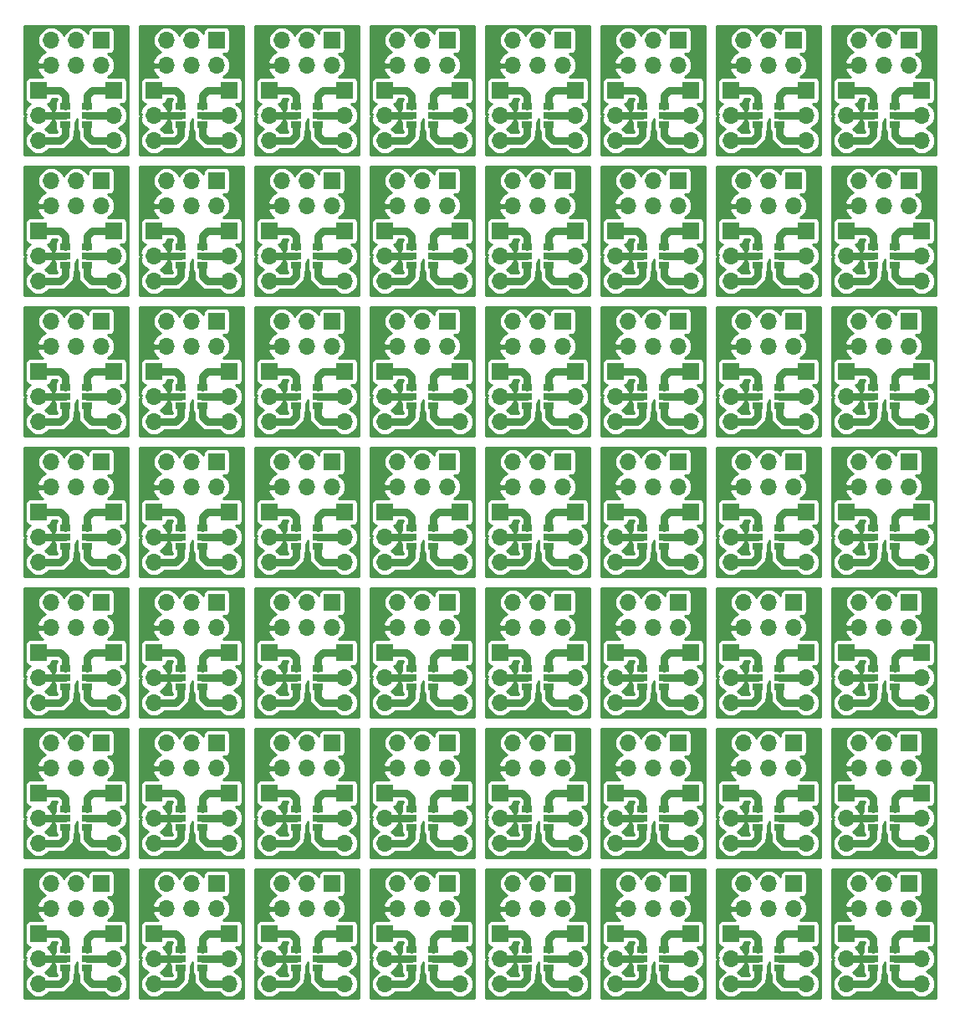
<source format=gbr>
G04 #@! TF.GenerationSoftware,KiCad,Pcbnew,(5.1.4)-1*
G04 #@! TF.CreationDate,2020-04-16T14:11:21+01:00*
G04 #@! TF.ProjectId,sot23Breakout,736f7432-3342-4726-9561-6b6f75742e6b,rev?*
G04 #@! TF.SameCoordinates,Original*
G04 #@! TF.FileFunction,Copper,L1,Top*
G04 #@! TF.FilePolarity,Positive*
%FSLAX46Y46*%
G04 Gerber Fmt 4.6, Leading zero omitted, Abs format (unit mm)*
G04 Created by KiCad (PCBNEW (5.1.4)-1) date 2020-04-16 14:11:21*
%MOMM*%
%LPD*%
G04 APERTURE LIST*
%ADD10R,1.700000X1.700000*%
%ADD11O,1.700000X1.700000*%
%ADD12R,1.060000X0.650000*%
%ADD13C,0.800000*%
%ADD14C,0.750000*%
%ADD15C,0.254000*%
G04 APERTURE END LIST*
D10*
X90424000Y-78740000D03*
D11*
X90424000Y-81280000D03*
X87884000Y-78740000D03*
X87884000Y-81280000D03*
X85344000Y-78740000D03*
X85344000Y-81280000D03*
D12*
X75100000Y-85410000D03*
X75100000Y-86360000D03*
X75100000Y-87310000D03*
X77300000Y-87310000D03*
X77300000Y-85410000D03*
X77300000Y-86360000D03*
D10*
X60706000Y-83820000D03*
D11*
X60706000Y-86360000D03*
X60706000Y-88900000D03*
X61976000Y-81280000D03*
X61976000Y-78740000D03*
X64516000Y-81280000D03*
X64516000Y-78740000D03*
X67056000Y-81280000D03*
D10*
X67056000Y-78740000D03*
X102108000Y-78740000D03*
D11*
X102108000Y-81280000D03*
X99568000Y-78740000D03*
X99568000Y-81280000D03*
X97028000Y-78740000D03*
X97028000Y-81280000D03*
X95758000Y-88900000D03*
X95758000Y-86360000D03*
D10*
X95758000Y-83820000D03*
D12*
X110152000Y-85410000D03*
X110152000Y-86360000D03*
X110152000Y-87310000D03*
X112352000Y-87310000D03*
X112352000Y-85410000D03*
X112352000Y-86360000D03*
D11*
X84074000Y-88900000D03*
X84074000Y-86360000D03*
D10*
X84074000Y-83820000D03*
X78740000Y-78740000D03*
D11*
X78740000Y-81280000D03*
X76200000Y-78740000D03*
X76200000Y-81280000D03*
X73660000Y-78740000D03*
X73660000Y-81280000D03*
X72390000Y-88900000D03*
X72390000Y-86360000D03*
D10*
X72390000Y-83820000D03*
D12*
X65616000Y-86360000D03*
X65616000Y-85410000D03*
X65616000Y-87310000D03*
X63416000Y-87310000D03*
X63416000Y-86360000D03*
X63416000Y-85410000D03*
D10*
X115062000Y-83820000D03*
D11*
X115062000Y-86360000D03*
X115062000Y-88900000D03*
X68326000Y-88900000D03*
X68326000Y-86360000D03*
D10*
X68326000Y-83820000D03*
X80010000Y-83820000D03*
D11*
X80010000Y-86360000D03*
X80010000Y-88900000D03*
D12*
X86784000Y-85410000D03*
X86784000Y-86360000D03*
X86784000Y-87310000D03*
X88984000Y-87310000D03*
X88984000Y-85410000D03*
X88984000Y-86360000D03*
D10*
X103378000Y-83820000D03*
D11*
X103378000Y-86360000D03*
X103378000Y-88900000D03*
D10*
X91694000Y-83820000D03*
D11*
X91694000Y-86360000D03*
X91694000Y-88900000D03*
X50292000Y-81280000D03*
X50292000Y-78740000D03*
X52832000Y-81280000D03*
X52832000Y-78740000D03*
X55372000Y-81280000D03*
D10*
X55372000Y-78740000D03*
X49022000Y-83820000D03*
D11*
X49022000Y-86360000D03*
X49022000Y-88900000D03*
D10*
X113792000Y-78740000D03*
D11*
X113792000Y-81280000D03*
X111252000Y-78740000D03*
X111252000Y-81280000D03*
X108712000Y-78740000D03*
X108712000Y-81280000D03*
X107442000Y-88900000D03*
X107442000Y-86360000D03*
D10*
X107442000Y-83820000D03*
D11*
X56642000Y-88900000D03*
X56642000Y-86360000D03*
D10*
X56642000Y-83820000D03*
D12*
X98468000Y-85410000D03*
X98468000Y-86360000D03*
X98468000Y-87310000D03*
X100668000Y-87310000D03*
X100668000Y-85410000D03*
X100668000Y-86360000D03*
D10*
X33274000Y-83820000D03*
D11*
X33274000Y-86360000D03*
X33274000Y-88900000D03*
D10*
X32004000Y-78740000D03*
D11*
X32004000Y-81280000D03*
X29464000Y-78740000D03*
X29464000Y-81280000D03*
X26924000Y-78740000D03*
X26924000Y-81280000D03*
X44958000Y-88900000D03*
X44958000Y-86360000D03*
D10*
X44958000Y-83820000D03*
D11*
X38608000Y-81280000D03*
X38608000Y-78740000D03*
X41148000Y-81280000D03*
X41148000Y-78740000D03*
X43688000Y-81280000D03*
D10*
X43688000Y-78740000D03*
D11*
X25654000Y-88900000D03*
X25654000Y-86360000D03*
D10*
X25654000Y-83820000D03*
X37338000Y-83820000D03*
D11*
X37338000Y-86360000D03*
X37338000Y-88900000D03*
D12*
X42248000Y-86360000D03*
X42248000Y-85410000D03*
X42248000Y-87310000D03*
X40048000Y-87310000D03*
X40048000Y-86360000D03*
X40048000Y-85410000D03*
X28364000Y-85410000D03*
X28364000Y-86360000D03*
X28364000Y-87310000D03*
X30564000Y-87310000D03*
X30564000Y-85410000D03*
X30564000Y-86360000D03*
X53932000Y-86360000D03*
X53932000Y-85410000D03*
X53932000Y-87310000D03*
X51732000Y-87310000D03*
X51732000Y-86360000D03*
X51732000Y-85410000D03*
D11*
X103378000Y-103124000D03*
X103378000Y-100584000D03*
D10*
X103378000Y-98044000D03*
D11*
X91694000Y-103124000D03*
X91694000Y-100584000D03*
D10*
X91694000Y-98044000D03*
D11*
X108712000Y-95504000D03*
X108712000Y-92964000D03*
X111252000Y-95504000D03*
X111252000Y-92964000D03*
X113792000Y-95504000D03*
D10*
X113792000Y-92964000D03*
D11*
X26924000Y-95504000D03*
X26924000Y-92964000D03*
X29464000Y-95504000D03*
X29464000Y-92964000D03*
X32004000Y-95504000D03*
D10*
X32004000Y-92964000D03*
X44958000Y-98044000D03*
D11*
X44958000Y-100584000D03*
X44958000Y-103124000D03*
D10*
X25654000Y-98044000D03*
D11*
X25654000Y-100584000D03*
X25654000Y-103124000D03*
D12*
X63416000Y-99634000D03*
X63416000Y-100584000D03*
X63416000Y-101534000D03*
X65616000Y-101534000D03*
X65616000Y-99634000D03*
X65616000Y-100584000D03*
X30564000Y-100584000D03*
X30564000Y-99634000D03*
X30564000Y-101534000D03*
X28364000Y-101534000D03*
X28364000Y-100584000D03*
X28364000Y-99634000D03*
D11*
X115062000Y-103124000D03*
X115062000Y-100584000D03*
D10*
X115062000Y-98044000D03*
X107442000Y-98044000D03*
D11*
X107442000Y-100584000D03*
X107442000Y-103124000D03*
D10*
X68326000Y-98044000D03*
D11*
X68326000Y-100584000D03*
X68326000Y-103124000D03*
D12*
X88984000Y-100584000D03*
X88984000Y-99634000D03*
X88984000Y-101534000D03*
X86784000Y-101534000D03*
X86784000Y-100584000D03*
X86784000Y-99634000D03*
D11*
X49022000Y-103124000D03*
X49022000Y-100584000D03*
D10*
X49022000Y-98044000D03*
D12*
X100668000Y-100584000D03*
X100668000Y-99634000D03*
X100668000Y-101534000D03*
X98468000Y-101534000D03*
X98468000Y-100584000D03*
X98468000Y-99634000D03*
D10*
X56642000Y-98044000D03*
D11*
X56642000Y-100584000D03*
X56642000Y-103124000D03*
X80010000Y-103124000D03*
X80010000Y-100584000D03*
D10*
X80010000Y-98044000D03*
X55372000Y-92964000D03*
D11*
X55372000Y-95504000D03*
X52832000Y-92964000D03*
X52832000Y-95504000D03*
X50292000Y-92964000D03*
X50292000Y-95504000D03*
D12*
X51732000Y-99634000D03*
X51732000Y-100584000D03*
X51732000Y-101534000D03*
X53932000Y-101534000D03*
X53932000Y-99634000D03*
X53932000Y-100584000D03*
D11*
X33274000Y-103124000D03*
X33274000Y-100584000D03*
D10*
X33274000Y-98044000D03*
X43688000Y-92964000D03*
D11*
X43688000Y-95504000D03*
X41148000Y-92964000D03*
X41148000Y-95504000D03*
X38608000Y-92964000D03*
X38608000Y-95504000D03*
D12*
X40048000Y-99634000D03*
X40048000Y-100584000D03*
X40048000Y-101534000D03*
X42248000Y-101534000D03*
X42248000Y-99634000D03*
X42248000Y-100584000D03*
D11*
X37338000Y-103124000D03*
X37338000Y-100584000D03*
D10*
X37338000Y-98044000D03*
X90424000Y-107188000D03*
D11*
X90424000Y-109728000D03*
X87884000Y-107188000D03*
X87884000Y-109728000D03*
X85344000Y-107188000D03*
X85344000Y-109728000D03*
D12*
X75100000Y-113858000D03*
X75100000Y-114808000D03*
X75100000Y-115758000D03*
X77300000Y-115758000D03*
X77300000Y-113858000D03*
X77300000Y-114808000D03*
D10*
X60706000Y-112268000D03*
D11*
X60706000Y-114808000D03*
X60706000Y-117348000D03*
X61976000Y-109728000D03*
X61976000Y-107188000D03*
X64516000Y-109728000D03*
X64516000Y-107188000D03*
X67056000Y-109728000D03*
D10*
X67056000Y-107188000D03*
X102108000Y-107188000D03*
D11*
X102108000Y-109728000D03*
X99568000Y-107188000D03*
X99568000Y-109728000D03*
X97028000Y-107188000D03*
X97028000Y-109728000D03*
X95758000Y-117348000D03*
X95758000Y-114808000D03*
D10*
X95758000Y-112268000D03*
D12*
X110152000Y-113858000D03*
X110152000Y-114808000D03*
X110152000Y-115758000D03*
X112352000Y-115758000D03*
X112352000Y-113858000D03*
X112352000Y-114808000D03*
D11*
X84074000Y-117348000D03*
X84074000Y-114808000D03*
D10*
X84074000Y-112268000D03*
X78740000Y-107188000D03*
D11*
X78740000Y-109728000D03*
X76200000Y-107188000D03*
X76200000Y-109728000D03*
X73660000Y-107188000D03*
X73660000Y-109728000D03*
X72390000Y-117348000D03*
X72390000Y-114808000D03*
D10*
X72390000Y-112268000D03*
D12*
X65616000Y-114808000D03*
X65616000Y-113858000D03*
X65616000Y-115758000D03*
X63416000Y-115758000D03*
X63416000Y-114808000D03*
X63416000Y-113858000D03*
D10*
X115062000Y-112268000D03*
D11*
X115062000Y-114808000D03*
X115062000Y-117348000D03*
X68326000Y-117348000D03*
X68326000Y-114808000D03*
D10*
X68326000Y-112268000D03*
X80010000Y-112268000D03*
D11*
X80010000Y-114808000D03*
X80010000Y-117348000D03*
D12*
X86784000Y-113858000D03*
X86784000Y-114808000D03*
X86784000Y-115758000D03*
X88984000Y-115758000D03*
X88984000Y-113858000D03*
X88984000Y-114808000D03*
D10*
X103378000Y-112268000D03*
D11*
X103378000Y-114808000D03*
X103378000Y-117348000D03*
D10*
X91694000Y-112268000D03*
D11*
X91694000Y-114808000D03*
X91694000Y-117348000D03*
D10*
X84074000Y-98044000D03*
D11*
X84074000Y-100584000D03*
X84074000Y-103124000D03*
X85344000Y-95504000D03*
X85344000Y-92964000D03*
X87884000Y-95504000D03*
X87884000Y-92964000D03*
X90424000Y-95504000D03*
D10*
X90424000Y-92964000D03*
X67056000Y-92964000D03*
D11*
X67056000Y-95504000D03*
X64516000Y-92964000D03*
X64516000Y-95504000D03*
X61976000Y-92964000D03*
X61976000Y-95504000D03*
D12*
X112352000Y-100584000D03*
X112352000Y-99634000D03*
X112352000Y-101534000D03*
X110152000Y-101534000D03*
X110152000Y-100584000D03*
X110152000Y-99634000D03*
D10*
X95758000Y-98044000D03*
D11*
X95758000Y-100584000D03*
X95758000Y-103124000D03*
D10*
X72390000Y-98044000D03*
D11*
X72390000Y-100584000D03*
X72390000Y-103124000D03*
D12*
X77300000Y-100584000D03*
X77300000Y-99634000D03*
X77300000Y-101534000D03*
X75100000Y-101534000D03*
X75100000Y-100584000D03*
X75100000Y-99634000D03*
D11*
X60706000Y-103124000D03*
X60706000Y-100584000D03*
D10*
X60706000Y-98044000D03*
D11*
X73660000Y-95504000D03*
X73660000Y-92964000D03*
X76200000Y-95504000D03*
X76200000Y-92964000D03*
X78740000Y-95504000D03*
D10*
X78740000Y-92964000D03*
D11*
X97028000Y-95504000D03*
X97028000Y-92964000D03*
X99568000Y-95504000D03*
X99568000Y-92964000D03*
X102108000Y-95504000D03*
D10*
X102108000Y-92964000D03*
D11*
X50292000Y-109728000D03*
X50292000Y-107188000D03*
X52832000Y-109728000D03*
X52832000Y-107188000D03*
X55372000Y-109728000D03*
D10*
X55372000Y-107188000D03*
X49022000Y-112268000D03*
D11*
X49022000Y-114808000D03*
X49022000Y-117348000D03*
D10*
X113792000Y-107188000D03*
D11*
X113792000Y-109728000D03*
X111252000Y-107188000D03*
X111252000Y-109728000D03*
X108712000Y-107188000D03*
X108712000Y-109728000D03*
X107442000Y-117348000D03*
X107442000Y-114808000D03*
D10*
X107442000Y-112268000D03*
D11*
X56642000Y-117348000D03*
X56642000Y-114808000D03*
D10*
X56642000Y-112268000D03*
D12*
X98468000Y-113858000D03*
X98468000Y-114808000D03*
X98468000Y-115758000D03*
X100668000Y-115758000D03*
X100668000Y-113858000D03*
X100668000Y-114808000D03*
D10*
X33274000Y-112268000D03*
D11*
X33274000Y-114808000D03*
X33274000Y-117348000D03*
D10*
X32004000Y-107188000D03*
D11*
X32004000Y-109728000D03*
X29464000Y-107188000D03*
X29464000Y-109728000D03*
X26924000Y-107188000D03*
X26924000Y-109728000D03*
X44958000Y-117348000D03*
X44958000Y-114808000D03*
D10*
X44958000Y-112268000D03*
D11*
X38608000Y-109728000D03*
X38608000Y-107188000D03*
X41148000Y-109728000D03*
X41148000Y-107188000D03*
X43688000Y-109728000D03*
D10*
X43688000Y-107188000D03*
D11*
X25654000Y-117348000D03*
X25654000Y-114808000D03*
D10*
X25654000Y-112268000D03*
X37338000Y-112268000D03*
D11*
X37338000Y-114808000D03*
X37338000Y-117348000D03*
D12*
X42248000Y-114808000D03*
X42248000Y-113858000D03*
X42248000Y-115758000D03*
X40048000Y-115758000D03*
X40048000Y-114808000D03*
X40048000Y-113858000D03*
X28364000Y-113858000D03*
X28364000Y-114808000D03*
X28364000Y-115758000D03*
X30564000Y-115758000D03*
X30564000Y-113858000D03*
X30564000Y-114808000D03*
X53932000Y-114808000D03*
X53932000Y-113858000D03*
X53932000Y-115758000D03*
X51732000Y-115758000D03*
X51732000Y-114808000D03*
X51732000Y-113858000D03*
D11*
X103378000Y-131572000D03*
X103378000Y-129032000D03*
D10*
X103378000Y-126492000D03*
D11*
X91694000Y-131572000D03*
X91694000Y-129032000D03*
D10*
X91694000Y-126492000D03*
D11*
X108712000Y-123952000D03*
X108712000Y-121412000D03*
X111252000Y-123952000D03*
X111252000Y-121412000D03*
X113792000Y-123952000D03*
D10*
X113792000Y-121412000D03*
D11*
X26924000Y-123952000D03*
X26924000Y-121412000D03*
X29464000Y-123952000D03*
X29464000Y-121412000D03*
X32004000Y-123952000D03*
D10*
X32004000Y-121412000D03*
X44958000Y-126492000D03*
D11*
X44958000Y-129032000D03*
X44958000Y-131572000D03*
D10*
X25654000Y-126492000D03*
D11*
X25654000Y-129032000D03*
X25654000Y-131572000D03*
D12*
X63416000Y-128082000D03*
X63416000Y-129032000D03*
X63416000Y-129982000D03*
X65616000Y-129982000D03*
X65616000Y-128082000D03*
X65616000Y-129032000D03*
X30564000Y-129032000D03*
X30564000Y-128082000D03*
X30564000Y-129982000D03*
X28364000Y-129982000D03*
X28364000Y-129032000D03*
X28364000Y-128082000D03*
D11*
X115062000Y-131572000D03*
X115062000Y-129032000D03*
D10*
X115062000Y-126492000D03*
X107442000Y-126492000D03*
D11*
X107442000Y-129032000D03*
X107442000Y-131572000D03*
D10*
X68326000Y-126492000D03*
D11*
X68326000Y-129032000D03*
X68326000Y-131572000D03*
D12*
X88984000Y-129032000D03*
X88984000Y-128082000D03*
X88984000Y-129982000D03*
X86784000Y-129982000D03*
X86784000Y-129032000D03*
X86784000Y-128082000D03*
D11*
X49022000Y-131572000D03*
X49022000Y-129032000D03*
D10*
X49022000Y-126492000D03*
D12*
X100668000Y-129032000D03*
X100668000Y-128082000D03*
X100668000Y-129982000D03*
X98468000Y-129982000D03*
X98468000Y-129032000D03*
X98468000Y-128082000D03*
D10*
X56642000Y-126492000D03*
D11*
X56642000Y-129032000D03*
X56642000Y-131572000D03*
X80010000Y-131572000D03*
X80010000Y-129032000D03*
D10*
X80010000Y-126492000D03*
X55372000Y-121412000D03*
D11*
X55372000Y-123952000D03*
X52832000Y-121412000D03*
X52832000Y-123952000D03*
X50292000Y-121412000D03*
X50292000Y-123952000D03*
D12*
X51732000Y-128082000D03*
X51732000Y-129032000D03*
X51732000Y-129982000D03*
X53932000Y-129982000D03*
X53932000Y-128082000D03*
X53932000Y-129032000D03*
D11*
X33274000Y-131572000D03*
X33274000Y-129032000D03*
D10*
X33274000Y-126492000D03*
X43688000Y-121412000D03*
D11*
X43688000Y-123952000D03*
X41148000Y-121412000D03*
X41148000Y-123952000D03*
X38608000Y-121412000D03*
X38608000Y-123952000D03*
D12*
X40048000Y-128082000D03*
X40048000Y-129032000D03*
X40048000Y-129982000D03*
X42248000Y-129982000D03*
X42248000Y-128082000D03*
X42248000Y-129032000D03*
D11*
X37338000Y-131572000D03*
X37338000Y-129032000D03*
D10*
X37338000Y-126492000D03*
X90424000Y-135636000D03*
D11*
X90424000Y-138176000D03*
X87884000Y-135636000D03*
X87884000Y-138176000D03*
X85344000Y-135636000D03*
X85344000Y-138176000D03*
D12*
X75100000Y-142306000D03*
X75100000Y-143256000D03*
X75100000Y-144206000D03*
X77300000Y-144206000D03*
X77300000Y-142306000D03*
X77300000Y-143256000D03*
D10*
X60706000Y-140716000D03*
D11*
X60706000Y-143256000D03*
X60706000Y-145796000D03*
X61976000Y-138176000D03*
X61976000Y-135636000D03*
X64516000Y-138176000D03*
X64516000Y-135636000D03*
X67056000Y-138176000D03*
D10*
X67056000Y-135636000D03*
X102108000Y-135636000D03*
D11*
X102108000Y-138176000D03*
X99568000Y-135636000D03*
X99568000Y-138176000D03*
X97028000Y-135636000D03*
X97028000Y-138176000D03*
X95758000Y-145796000D03*
X95758000Y-143256000D03*
D10*
X95758000Y-140716000D03*
D12*
X110152000Y-142306000D03*
X110152000Y-143256000D03*
X110152000Y-144206000D03*
X112352000Y-144206000D03*
X112352000Y-142306000D03*
X112352000Y-143256000D03*
D11*
X84074000Y-145796000D03*
X84074000Y-143256000D03*
D10*
X84074000Y-140716000D03*
X78740000Y-135636000D03*
D11*
X78740000Y-138176000D03*
X76200000Y-135636000D03*
X76200000Y-138176000D03*
X73660000Y-135636000D03*
X73660000Y-138176000D03*
X72390000Y-145796000D03*
X72390000Y-143256000D03*
D10*
X72390000Y-140716000D03*
D12*
X65616000Y-143256000D03*
X65616000Y-142306000D03*
X65616000Y-144206000D03*
X63416000Y-144206000D03*
X63416000Y-143256000D03*
X63416000Y-142306000D03*
D10*
X115062000Y-140716000D03*
D11*
X115062000Y-143256000D03*
X115062000Y-145796000D03*
X68326000Y-145796000D03*
X68326000Y-143256000D03*
D10*
X68326000Y-140716000D03*
X80010000Y-140716000D03*
D11*
X80010000Y-143256000D03*
X80010000Y-145796000D03*
D12*
X86784000Y-142306000D03*
X86784000Y-143256000D03*
X86784000Y-144206000D03*
X88984000Y-144206000D03*
X88984000Y-142306000D03*
X88984000Y-143256000D03*
D10*
X103378000Y-140716000D03*
D11*
X103378000Y-143256000D03*
X103378000Y-145796000D03*
D10*
X91694000Y-140716000D03*
D11*
X91694000Y-143256000D03*
X91694000Y-145796000D03*
D10*
X84074000Y-126492000D03*
D11*
X84074000Y-129032000D03*
X84074000Y-131572000D03*
X85344000Y-123952000D03*
X85344000Y-121412000D03*
X87884000Y-123952000D03*
X87884000Y-121412000D03*
X90424000Y-123952000D03*
D10*
X90424000Y-121412000D03*
X67056000Y-121412000D03*
D11*
X67056000Y-123952000D03*
X64516000Y-121412000D03*
X64516000Y-123952000D03*
X61976000Y-121412000D03*
X61976000Y-123952000D03*
D12*
X112352000Y-129032000D03*
X112352000Y-128082000D03*
X112352000Y-129982000D03*
X110152000Y-129982000D03*
X110152000Y-129032000D03*
X110152000Y-128082000D03*
D10*
X95758000Y-126492000D03*
D11*
X95758000Y-129032000D03*
X95758000Y-131572000D03*
D10*
X72390000Y-126492000D03*
D11*
X72390000Y-129032000D03*
X72390000Y-131572000D03*
D12*
X77300000Y-129032000D03*
X77300000Y-128082000D03*
X77300000Y-129982000D03*
X75100000Y-129982000D03*
X75100000Y-129032000D03*
X75100000Y-128082000D03*
D11*
X60706000Y-131572000D03*
X60706000Y-129032000D03*
D10*
X60706000Y-126492000D03*
D11*
X73660000Y-123952000D03*
X73660000Y-121412000D03*
X76200000Y-123952000D03*
X76200000Y-121412000D03*
X78740000Y-123952000D03*
D10*
X78740000Y-121412000D03*
D11*
X97028000Y-123952000D03*
X97028000Y-121412000D03*
X99568000Y-123952000D03*
X99568000Y-121412000D03*
X102108000Y-123952000D03*
D10*
X102108000Y-121412000D03*
D11*
X50292000Y-138176000D03*
X50292000Y-135636000D03*
X52832000Y-138176000D03*
X52832000Y-135636000D03*
X55372000Y-138176000D03*
D10*
X55372000Y-135636000D03*
X49022000Y-140716000D03*
D11*
X49022000Y-143256000D03*
X49022000Y-145796000D03*
D10*
X113792000Y-135636000D03*
D11*
X113792000Y-138176000D03*
X111252000Y-135636000D03*
X111252000Y-138176000D03*
X108712000Y-135636000D03*
X108712000Y-138176000D03*
X107442000Y-145796000D03*
X107442000Y-143256000D03*
D10*
X107442000Y-140716000D03*
D11*
X56642000Y-145796000D03*
X56642000Y-143256000D03*
D10*
X56642000Y-140716000D03*
D12*
X98468000Y-142306000D03*
X98468000Y-143256000D03*
X98468000Y-144206000D03*
X100668000Y-144206000D03*
X100668000Y-142306000D03*
X100668000Y-143256000D03*
D10*
X33274000Y-140716000D03*
D11*
X33274000Y-143256000D03*
X33274000Y-145796000D03*
D10*
X32004000Y-135636000D03*
D11*
X32004000Y-138176000D03*
X29464000Y-135636000D03*
X29464000Y-138176000D03*
X26924000Y-135636000D03*
X26924000Y-138176000D03*
X44958000Y-145796000D03*
X44958000Y-143256000D03*
D10*
X44958000Y-140716000D03*
D11*
X38608000Y-138176000D03*
X38608000Y-135636000D03*
X41148000Y-138176000D03*
X41148000Y-135636000D03*
X43688000Y-138176000D03*
D10*
X43688000Y-135636000D03*
D11*
X25654000Y-145796000D03*
X25654000Y-143256000D03*
D10*
X25654000Y-140716000D03*
X37338000Y-140716000D03*
D11*
X37338000Y-143256000D03*
X37338000Y-145796000D03*
D12*
X42248000Y-143256000D03*
X42248000Y-142306000D03*
X42248000Y-144206000D03*
X40048000Y-144206000D03*
X40048000Y-143256000D03*
X40048000Y-142306000D03*
X28364000Y-142306000D03*
X28364000Y-143256000D03*
X28364000Y-144206000D03*
X30564000Y-144206000D03*
X30564000Y-142306000D03*
X30564000Y-143256000D03*
X53932000Y-143256000D03*
X53932000Y-142306000D03*
X53932000Y-144206000D03*
X51732000Y-144206000D03*
X51732000Y-143256000D03*
X51732000Y-142306000D03*
D10*
X90424000Y-149860000D03*
D11*
X90424000Y-152400000D03*
X87884000Y-149860000D03*
X87884000Y-152400000D03*
X85344000Y-149860000D03*
X85344000Y-152400000D03*
D12*
X75100000Y-156530000D03*
X75100000Y-157480000D03*
X75100000Y-158430000D03*
X77300000Y-158430000D03*
X77300000Y-156530000D03*
X77300000Y-157480000D03*
D10*
X60706000Y-154940000D03*
D11*
X60706000Y-157480000D03*
X60706000Y-160020000D03*
X61976000Y-152400000D03*
X61976000Y-149860000D03*
X64516000Y-152400000D03*
X64516000Y-149860000D03*
X67056000Y-152400000D03*
D10*
X67056000Y-149860000D03*
X102108000Y-149860000D03*
D11*
X102108000Y-152400000D03*
X99568000Y-149860000D03*
X99568000Y-152400000D03*
X97028000Y-149860000D03*
X97028000Y-152400000D03*
X95758000Y-160020000D03*
X95758000Y-157480000D03*
D10*
X95758000Y-154940000D03*
D12*
X110152000Y-156530000D03*
X110152000Y-157480000D03*
X110152000Y-158430000D03*
X112352000Y-158430000D03*
X112352000Y-156530000D03*
X112352000Y-157480000D03*
D11*
X84074000Y-160020000D03*
X84074000Y-157480000D03*
D10*
X84074000Y-154940000D03*
X78740000Y-149860000D03*
D11*
X78740000Y-152400000D03*
X76200000Y-149860000D03*
X76200000Y-152400000D03*
X73660000Y-149860000D03*
X73660000Y-152400000D03*
X72390000Y-160020000D03*
X72390000Y-157480000D03*
D10*
X72390000Y-154940000D03*
D12*
X65616000Y-157480000D03*
X65616000Y-156530000D03*
X65616000Y-158430000D03*
X63416000Y-158430000D03*
X63416000Y-157480000D03*
X63416000Y-156530000D03*
D10*
X115062000Y-154940000D03*
D11*
X115062000Y-157480000D03*
X115062000Y-160020000D03*
X68326000Y-160020000D03*
X68326000Y-157480000D03*
D10*
X68326000Y-154940000D03*
X80010000Y-154940000D03*
D11*
X80010000Y-157480000D03*
X80010000Y-160020000D03*
D12*
X86784000Y-156530000D03*
X86784000Y-157480000D03*
X86784000Y-158430000D03*
X88984000Y-158430000D03*
X88984000Y-156530000D03*
X88984000Y-157480000D03*
D10*
X103378000Y-154940000D03*
D11*
X103378000Y-157480000D03*
X103378000Y-160020000D03*
D10*
X91694000Y-154940000D03*
D11*
X91694000Y-157480000D03*
X91694000Y-160020000D03*
X50292000Y-152400000D03*
X50292000Y-149860000D03*
X52832000Y-152400000D03*
X52832000Y-149860000D03*
X55372000Y-152400000D03*
D10*
X55372000Y-149860000D03*
X49022000Y-154940000D03*
D11*
X49022000Y-157480000D03*
X49022000Y-160020000D03*
D10*
X113792000Y-149860000D03*
D11*
X113792000Y-152400000D03*
X111252000Y-149860000D03*
X111252000Y-152400000D03*
X108712000Y-149860000D03*
X108712000Y-152400000D03*
X107442000Y-160020000D03*
X107442000Y-157480000D03*
D10*
X107442000Y-154940000D03*
D11*
X56642000Y-160020000D03*
X56642000Y-157480000D03*
D10*
X56642000Y-154940000D03*
D12*
X98468000Y-156530000D03*
X98468000Y-157480000D03*
X98468000Y-158430000D03*
X100668000Y-158430000D03*
X100668000Y-156530000D03*
X100668000Y-157480000D03*
D10*
X33274000Y-154940000D03*
D11*
X33274000Y-157480000D03*
X33274000Y-160020000D03*
D10*
X32004000Y-149860000D03*
D11*
X32004000Y-152400000D03*
X29464000Y-149860000D03*
X29464000Y-152400000D03*
X26924000Y-149860000D03*
X26924000Y-152400000D03*
X44958000Y-160020000D03*
X44958000Y-157480000D03*
D10*
X44958000Y-154940000D03*
D11*
X38608000Y-152400000D03*
X38608000Y-149860000D03*
X41148000Y-152400000D03*
X41148000Y-149860000D03*
X43688000Y-152400000D03*
D10*
X43688000Y-149860000D03*
D11*
X25654000Y-160020000D03*
X25654000Y-157480000D03*
D10*
X25654000Y-154940000D03*
X37338000Y-154940000D03*
D11*
X37338000Y-157480000D03*
X37338000Y-160020000D03*
D12*
X42248000Y-157480000D03*
X42248000Y-156530000D03*
X42248000Y-158430000D03*
X40048000Y-158430000D03*
X40048000Y-157480000D03*
X40048000Y-156530000D03*
X28364000Y-156530000D03*
X28364000Y-157480000D03*
X28364000Y-158430000D03*
X30564000Y-158430000D03*
X30564000Y-156530000D03*
X30564000Y-157480000D03*
X53932000Y-157480000D03*
X53932000Y-156530000D03*
X53932000Y-158430000D03*
X51732000Y-158430000D03*
X51732000Y-157480000D03*
X51732000Y-156530000D03*
D11*
X108712000Y-166624000D03*
X108712000Y-164084000D03*
X111252000Y-166624000D03*
X111252000Y-164084000D03*
X113792000Y-166624000D03*
D10*
X113792000Y-164084000D03*
D12*
X100668000Y-171704000D03*
X100668000Y-170754000D03*
X100668000Y-172654000D03*
X98468000Y-172654000D03*
X98468000Y-171704000D03*
X98468000Y-170754000D03*
D10*
X107442000Y-169164000D03*
D11*
X107442000Y-171704000D03*
X107442000Y-174244000D03*
X97028000Y-166624000D03*
X97028000Y-164084000D03*
X99568000Y-166624000D03*
X99568000Y-164084000D03*
X102108000Y-166624000D03*
D10*
X102108000Y-164084000D03*
X95758000Y-169164000D03*
D11*
X95758000Y-171704000D03*
X95758000Y-174244000D03*
X103378000Y-174244000D03*
X103378000Y-171704000D03*
D10*
X103378000Y-169164000D03*
D12*
X112352000Y-171704000D03*
X112352000Y-170754000D03*
X112352000Y-172654000D03*
X110152000Y-172654000D03*
X110152000Y-171704000D03*
X110152000Y-170754000D03*
D11*
X115062000Y-174244000D03*
X115062000Y-171704000D03*
D10*
X115062000Y-169164000D03*
D11*
X85344000Y-166624000D03*
X85344000Y-164084000D03*
X87884000Y-166624000D03*
X87884000Y-164084000D03*
X90424000Y-166624000D03*
D10*
X90424000Y-164084000D03*
X84074000Y-169164000D03*
D11*
X84074000Y-171704000D03*
X84074000Y-174244000D03*
X91694000Y-174244000D03*
X91694000Y-171704000D03*
D10*
X91694000Y-169164000D03*
X68326000Y-169164000D03*
D11*
X68326000Y-171704000D03*
X68326000Y-174244000D03*
D10*
X67056000Y-164084000D03*
D11*
X67056000Y-166624000D03*
X64516000Y-164084000D03*
X64516000Y-166624000D03*
X61976000Y-164084000D03*
X61976000Y-166624000D03*
X80010000Y-174244000D03*
X80010000Y-171704000D03*
D10*
X80010000Y-169164000D03*
D11*
X73660000Y-166624000D03*
X73660000Y-164084000D03*
X76200000Y-166624000D03*
X76200000Y-164084000D03*
X78740000Y-166624000D03*
D10*
X78740000Y-164084000D03*
D11*
X60706000Y-174244000D03*
X60706000Y-171704000D03*
D10*
X60706000Y-169164000D03*
X72390000Y-169164000D03*
D11*
X72390000Y-171704000D03*
X72390000Y-174244000D03*
D12*
X77300000Y-171704000D03*
X77300000Y-170754000D03*
X77300000Y-172654000D03*
X75100000Y-172654000D03*
X75100000Y-171704000D03*
X75100000Y-170754000D03*
X63416000Y-170754000D03*
X63416000Y-171704000D03*
X63416000Y-172654000D03*
X65616000Y-172654000D03*
X65616000Y-170754000D03*
X65616000Y-171704000D03*
X88984000Y-171704000D03*
X88984000Y-170754000D03*
X88984000Y-172654000D03*
X86784000Y-172654000D03*
X86784000Y-171704000D03*
X86784000Y-170754000D03*
D10*
X56642000Y-169164000D03*
D11*
X56642000Y-171704000D03*
X56642000Y-174244000D03*
D10*
X55372000Y-164084000D03*
D11*
X55372000Y-166624000D03*
X52832000Y-164084000D03*
X52832000Y-166624000D03*
X50292000Y-164084000D03*
X50292000Y-166624000D03*
X49022000Y-174244000D03*
X49022000Y-171704000D03*
D10*
X49022000Y-169164000D03*
D12*
X51732000Y-170754000D03*
X51732000Y-171704000D03*
X51732000Y-172654000D03*
X53932000Y-172654000D03*
X53932000Y-170754000D03*
X53932000Y-171704000D03*
D10*
X44958000Y-169164000D03*
D11*
X44958000Y-171704000D03*
X44958000Y-174244000D03*
D10*
X43688000Y-164084000D03*
D11*
X43688000Y-166624000D03*
X41148000Y-164084000D03*
X41148000Y-166624000D03*
X38608000Y-164084000D03*
X38608000Y-166624000D03*
X37338000Y-174244000D03*
X37338000Y-171704000D03*
D10*
X37338000Y-169164000D03*
D12*
X40048000Y-170754000D03*
X40048000Y-171704000D03*
X40048000Y-172654000D03*
X42248000Y-172654000D03*
X42248000Y-170754000D03*
X42248000Y-171704000D03*
D10*
X25654000Y-169164000D03*
D11*
X25654000Y-171704000D03*
X25654000Y-174244000D03*
D12*
X30564000Y-171704000D03*
X30564000Y-170754000D03*
X30564000Y-172654000D03*
X28364000Y-172654000D03*
X28364000Y-171704000D03*
X28364000Y-170754000D03*
D11*
X33274000Y-174244000D03*
X33274000Y-171704000D03*
D10*
X33274000Y-169164000D03*
D11*
X26924000Y-166624000D03*
X26924000Y-164084000D03*
X29464000Y-166624000D03*
X29464000Y-164084000D03*
X32004000Y-166624000D03*
D10*
X32004000Y-164084000D03*
D13*
X34290000Y-165354000D03*
X29464000Y-175006000D03*
X45974000Y-165354000D03*
X41148000Y-175006000D03*
X57658000Y-165354000D03*
X52832000Y-175006000D03*
X69342000Y-165354000D03*
X64516000Y-175006000D03*
X87884000Y-175006000D03*
X81026000Y-165354000D03*
X92710000Y-165354000D03*
X76200000Y-175006000D03*
X104394000Y-165354000D03*
X99568000Y-175006000D03*
X111252000Y-175006000D03*
X116078000Y-165354000D03*
X34290000Y-151130000D03*
X29464000Y-160782000D03*
X52832000Y-160782000D03*
X45974000Y-151130000D03*
X69342000Y-151130000D03*
X64516000Y-160782000D03*
X81026000Y-151130000D03*
X57658000Y-151130000D03*
X76200000Y-160782000D03*
X41148000Y-160782000D03*
X87884000Y-160782000D03*
X92710000Y-151130000D03*
X116078000Y-151130000D03*
X99568000Y-160782000D03*
X111252000Y-160782000D03*
X104394000Y-151130000D03*
X34290000Y-136906000D03*
X29464000Y-146558000D03*
X52832000Y-146558000D03*
X45974000Y-136906000D03*
X69342000Y-136906000D03*
X64516000Y-146558000D03*
X81026000Y-136906000D03*
X57658000Y-136906000D03*
X76200000Y-146558000D03*
X41148000Y-146558000D03*
X87884000Y-146558000D03*
X92710000Y-136906000D03*
X92710000Y-122682000D03*
X41148000Y-132334000D03*
X87884000Y-132334000D03*
X52832000Y-132334000D03*
X45974000Y-122682000D03*
X34290000Y-122682000D03*
X64516000Y-132334000D03*
X81026000Y-122682000D03*
X57658000Y-122682000D03*
X29464000Y-132334000D03*
X69342000Y-122682000D03*
X76200000Y-132334000D03*
X116078000Y-122682000D03*
X99568000Y-132334000D03*
X111252000Y-132334000D03*
X104394000Y-122682000D03*
X116078000Y-136906000D03*
X99568000Y-146558000D03*
X111252000Y-146558000D03*
X104394000Y-136906000D03*
X34290000Y-108458000D03*
X29464000Y-118110000D03*
X52832000Y-118110000D03*
X45974000Y-108458000D03*
X69342000Y-108458000D03*
X64516000Y-118110000D03*
X81026000Y-108458000D03*
X57658000Y-108458000D03*
X76200000Y-118110000D03*
X41148000Y-118110000D03*
X87884000Y-118110000D03*
X92710000Y-108458000D03*
X92710000Y-94234000D03*
X41148000Y-103886000D03*
X87884000Y-103886000D03*
X52832000Y-103886000D03*
X45974000Y-94234000D03*
X34290000Y-94234000D03*
X64516000Y-103886000D03*
X81026000Y-94234000D03*
X57658000Y-94234000D03*
X29464000Y-103886000D03*
X69342000Y-94234000D03*
X76200000Y-103886000D03*
X116078000Y-94234000D03*
X99568000Y-103886000D03*
X111252000Y-103886000D03*
X104394000Y-94234000D03*
X116078000Y-108458000D03*
X99568000Y-118110000D03*
X111252000Y-118110000D03*
X104394000Y-108458000D03*
X34290000Y-80010000D03*
X29464000Y-89662000D03*
X52832000Y-89662000D03*
X45974000Y-80010000D03*
X69342000Y-80010000D03*
X64516000Y-89662000D03*
X81026000Y-80010000D03*
X57658000Y-80010000D03*
X76200000Y-89662000D03*
X41148000Y-89662000D03*
X87884000Y-89662000D03*
X92710000Y-80010000D03*
X116078000Y-80010000D03*
X99568000Y-89662000D03*
X111252000Y-89662000D03*
X104394000Y-80010000D03*
D14*
X28364000Y-172654000D02*
X28364000Y-173729000D01*
X27849000Y-174244000D02*
X25654000Y-174244000D01*
X28364000Y-173729000D02*
X27849000Y-174244000D01*
X28364000Y-171704000D02*
X25654000Y-171704000D01*
X28364000Y-169679000D02*
X27849000Y-169164000D01*
X27849000Y-169164000D02*
X25654000Y-169164000D01*
X28364000Y-170754000D02*
X28364000Y-169679000D01*
X30564000Y-169679000D02*
X31079000Y-169164000D01*
X31079000Y-169164000D02*
X33274000Y-169164000D01*
X30564000Y-170754000D02*
X30564000Y-169679000D01*
X30564000Y-171704000D02*
X33274000Y-171704000D01*
X30564000Y-173729000D02*
X31079000Y-174244000D01*
X31079000Y-174244000D02*
X33274000Y-174244000D01*
X30564000Y-172654000D02*
X30564000Y-173729000D01*
X40048000Y-172654000D02*
X40048000Y-173729000D01*
X40048000Y-169679000D02*
X39533000Y-169164000D01*
X40048000Y-171704000D02*
X37338000Y-171704000D01*
X39533000Y-169164000D02*
X37338000Y-169164000D01*
X42248000Y-173729000D02*
X42763000Y-174244000D01*
X42763000Y-169164000D02*
X44958000Y-169164000D01*
X40048000Y-170754000D02*
X40048000Y-169679000D01*
X40048000Y-173729000D02*
X39533000Y-174244000D01*
X42248000Y-169679000D02*
X42763000Y-169164000D01*
X42248000Y-170754000D02*
X42248000Y-169679000D01*
X42248000Y-171704000D02*
X44958000Y-171704000D01*
X42248000Y-172654000D02*
X42248000Y-173729000D01*
X42763000Y-174244000D02*
X44958000Y-174244000D01*
X39533000Y-174244000D02*
X37338000Y-174244000D01*
X51732000Y-172654000D02*
X51732000Y-173729000D01*
X51732000Y-169679000D02*
X51217000Y-169164000D01*
X51732000Y-171704000D02*
X49022000Y-171704000D01*
X51217000Y-169164000D02*
X49022000Y-169164000D01*
X53932000Y-173729000D02*
X54447000Y-174244000D01*
X54447000Y-169164000D02*
X56642000Y-169164000D01*
X51732000Y-170754000D02*
X51732000Y-169679000D01*
X51732000Y-173729000D02*
X51217000Y-174244000D01*
X53932000Y-169679000D02*
X54447000Y-169164000D01*
X53932000Y-170754000D02*
X53932000Y-169679000D01*
X53932000Y-171704000D02*
X56642000Y-171704000D01*
X53932000Y-172654000D02*
X53932000Y-173729000D01*
X54447000Y-174244000D02*
X56642000Y-174244000D01*
X51217000Y-174244000D02*
X49022000Y-174244000D01*
X88984000Y-169679000D02*
X89499000Y-169164000D01*
X88984000Y-170754000D02*
X88984000Y-169679000D01*
X63416000Y-172654000D02*
X63416000Y-173729000D01*
X63416000Y-169679000D02*
X62901000Y-169164000D01*
X63416000Y-171704000D02*
X60706000Y-171704000D01*
X62901000Y-169164000D02*
X60706000Y-169164000D01*
X65616000Y-173729000D02*
X66131000Y-174244000D01*
X66131000Y-169164000D02*
X68326000Y-169164000D01*
X63416000Y-170754000D02*
X63416000Y-169679000D01*
X63416000Y-173729000D02*
X62901000Y-174244000D01*
X65616000Y-169679000D02*
X66131000Y-169164000D01*
X65616000Y-170754000D02*
X65616000Y-169679000D01*
X65616000Y-171704000D02*
X68326000Y-171704000D01*
X65616000Y-172654000D02*
X65616000Y-173729000D01*
X66131000Y-174244000D02*
X68326000Y-174244000D01*
X62901000Y-174244000D02*
X60706000Y-174244000D01*
X88984000Y-172654000D02*
X88984000Y-173729000D01*
X89499000Y-174244000D02*
X91694000Y-174244000D01*
X86269000Y-174244000D02*
X84074000Y-174244000D01*
X88984000Y-171704000D02*
X91694000Y-171704000D01*
X75100000Y-171704000D02*
X72390000Y-171704000D01*
X77815000Y-169164000D02*
X80010000Y-169164000D01*
X77815000Y-174244000D02*
X80010000Y-174244000D01*
X77300000Y-173729000D02*
X77815000Y-174244000D01*
X75100000Y-170754000D02*
X75100000Y-169679000D01*
X74585000Y-169164000D02*
X72390000Y-169164000D01*
X77300000Y-169679000D02*
X77815000Y-169164000D01*
X75100000Y-173729000D02*
X74585000Y-174244000D01*
X77300000Y-171704000D02*
X80010000Y-171704000D01*
X75100000Y-172654000D02*
X75100000Y-173729000D01*
X74585000Y-174244000D02*
X72390000Y-174244000D01*
X77300000Y-170754000D02*
X77300000Y-169679000D01*
X75100000Y-169679000D02*
X74585000Y-169164000D01*
X77300000Y-172654000D02*
X77300000Y-173729000D01*
X86269000Y-169164000D02*
X84074000Y-169164000D01*
X89499000Y-169164000D02*
X91694000Y-169164000D01*
X86784000Y-169679000D02*
X86269000Y-169164000D01*
X86784000Y-171704000D02*
X84074000Y-171704000D01*
X86784000Y-172654000D02*
X86784000Y-173729000D01*
X88984000Y-173729000D02*
X89499000Y-174244000D01*
X86784000Y-170754000D02*
X86784000Y-169679000D01*
X86784000Y-173729000D02*
X86269000Y-174244000D01*
X112352000Y-169679000D02*
X112867000Y-169164000D01*
X112352000Y-170754000D02*
X112352000Y-169679000D01*
X97953000Y-169164000D02*
X95758000Y-169164000D01*
X98468000Y-170754000D02*
X98468000Y-169679000D01*
X112352000Y-171704000D02*
X115062000Y-171704000D01*
X101183000Y-174244000D02*
X103378000Y-174244000D01*
X100668000Y-169679000D02*
X101183000Y-169164000D01*
X98468000Y-173729000D02*
X97953000Y-174244000D01*
X100668000Y-173729000D02*
X101183000Y-174244000D01*
X98468000Y-171704000D02*
X95758000Y-171704000D01*
X101183000Y-169164000D02*
X103378000Y-169164000D01*
X109637000Y-169164000D02*
X107442000Y-169164000D01*
X98468000Y-172654000D02*
X98468000Y-173729000D01*
X100668000Y-172654000D02*
X100668000Y-173729000D01*
X100668000Y-170754000D02*
X100668000Y-169679000D01*
X97953000Y-174244000D02*
X95758000Y-174244000D01*
X98468000Y-169679000D02*
X97953000Y-169164000D01*
X100668000Y-171704000D02*
X103378000Y-171704000D01*
X112867000Y-169164000D02*
X115062000Y-169164000D01*
X110152000Y-172654000D02*
X110152000Y-173729000D01*
X112352000Y-173729000D02*
X112867000Y-174244000D01*
X110152000Y-170754000D02*
X110152000Y-169679000D01*
X110152000Y-173729000D02*
X109637000Y-174244000D01*
X110152000Y-171704000D02*
X107442000Y-171704000D01*
X110152000Y-169679000D02*
X109637000Y-169164000D01*
X112352000Y-172654000D02*
X112352000Y-173729000D01*
X112867000Y-174244000D02*
X115062000Y-174244000D01*
X109637000Y-174244000D02*
X107442000Y-174244000D01*
X65616000Y-156530000D02*
X65616000Y-155455000D01*
X63416000Y-159505000D02*
X62901000Y-160020000D01*
X66131000Y-154940000D02*
X68326000Y-154940000D01*
X63416000Y-156530000D02*
X63416000Y-155455000D01*
X65616000Y-159505000D02*
X66131000Y-160020000D01*
X65616000Y-155455000D02*
X66131000Y-154940000D01*
X53932000Y-155455000D02*
X54447000Y-154940000D01*
X53932000Y-156530000D02*
X53932000Y-155455000D01*
X63416000Y-157480000D02*
X60706000Y-157480000D01*
X63416000Y-155455000D02*
X62901000Y-154940000D01*
X62901000Y-154940000D02*
X60706000Y-154940000D01*
X63416000Y-158430000D02*
X63416000Y-159505000D01*
X88984000Y-155455000D02*
X89499000Y-154940000D01*
X88984000Y-156530000D02*
X88984000Y-155455000D01*
X28364000Y-158430000D02*
X28364000Y-159505000D01*
X28364000Y-155455000D02*
X27849000Y-154940000D01*
X28364000Y-157480000D02*
X25654000Y-157480000D01*
X27849000Y-154940000D02*
X25654000Y-154940000D01*
X30564000Y-159505000D02*
X31079000Y-160020000D01*
X31079000Y-154940000D02*
X33274000Y-154940000D01*
X28364000Y-156530000D02*
X28364000Y-155455000D01*
X28364000Y-159505000D02*
X27849000Y-160020000D01*
X30564000Y-155455000D02*
X31079000Y-154940000D01*
X30564000Y-156530000D02*
X30564000Y-155455000D01*
X30564000Y-157480000D02*
X33274000Y-157480000D01*
X30564000Y-158430000D02*
X30564000Y-159505000D01*
X31079000Y-160020000D02*
X33274000Y-160020000D01*
X27849000Y-160020000D02*
X25654000Y-160020000D01*
X53932000Y-158430000D02*
X53932000Y-159505000D01*
X54447000Y-160020000D02*
X56642000Y-160020000D01*
X51217000Y-160020000D02*
X49022000Y-160020000D01*
X53932000Y-157480000D02*
X56642000Y-157480000D01*
X110152000Y-156530000D02*
X110152000Y-155455000D01*
X110152000Y-158430000D02*
X110152000Y-159505000D01*
X112352000Y-159505000D02*
X112867000Y-160020000D01*
X110152000Y-159505000D02*
X109637000Y-160020000D01*
X110152000Y-157480000D02*
X107442000Y-157480000D01*
X112352000Y-158430000D02*
X112352000Y-159505000D01*
X98468000Y-155455000D02*
X97953000Y-154940000D01*
X100668000Y-157480000D02*
X103378000Y-157480000D01*
X112867000Y-160020000D02*
X115062000Y-160020000D01*
X109637000Y-160020000D02*
X107442000Y-160020000D01*
X110152000Y-155455000D02*
X109637000Y-154940000D01*
X112867000Y-154940000D02*
X115062000Y-154940000D01*
X40048000Y-157480000D02*
X37338000Y-157480000D01*
X42763000Y-154940000D02*
X44958000Y-154940000D01*
X42763000Y-160020000D02*
X44958000Y-160020000D01*
X42248000Y-159505000D02*
X42763000Y-160020000D01*
X40048000Y-156530000D02*
X40048000Y-155455000D01*
X39533000Y-154940000D02*
X37338000Y-154940000D01*
X42248000Y-155455000D02*
X42763000Y-154940000D01*
X40048000Y-159505000D02*
X39533000Y-160020000D01*
X42248000Y-157480000D02*
X44958000Y-157480000D01*
X40048000Y-158430000D02*
X40048000Y-159505000D01*
X39533000Y-160020000D02*
X37338000Y-160020000D01*
X42248000Y-156530000D02*
X42248000Y-155455000D01*
X40048000Y-155455000D02*
X39533000Y-154940000D01*
X42248000Y-158430000D02*
X42248000Y-159505000D01*
X74585000Y-154940000D02*
X72390000Y-154940000D01*
X75100000Y-156530000D02*
X75100000Y-155455000D01*
X88984000Y-157480000D02*
X91694000Y-157480000D01*
X77815000Y-160020000D02*
X80010000Y-160020000D01*
X77300000Y-155455000D02*
X77815000Y-154940000D01*
X75100000Y-159505000D02*
X74585000Y-160020000D01*
X77300000Y-159505000D02*
X77815000Y-160020000D01*
X75100000Y-157480000D02*
X72390000Y-157480000D01*
X77815000Y-154940000D02*
X80010000Y-154940000D01*
X51217000Y-154940000D02*
X49022000Y-154940000D01*
X54447000Y-154940000D02*
X56642000Y-154940000D01*
X51732000Y-155455000D02*
X51217000Y-154940000D01*
X51732000Y-157480000D02*
X49022000Y-157480000D01*
X51732000Y-158430000D02*
X51732000Y-159505000D01*
X53932000Y-159505000D02*
X54447000Y-160020000D01*
X51732000Y-156530000D02*
X51732000Y-155455000D01*
X51732000Y-159505000D02*
X51217000Y-160020000D01*
X112352000Y-155455000D02*
X112867000Y-154940000D01*
X97953000Y-154940000D02*
X95758000Y-154940000D01*
X98468000Y-159505000D02*
X97953000Y-160020000D01*
X112352000Y-157480000D02*
X115062000Y-157480000D01*
X98468000Y-157480000D02*
X95758000Y-157480000D01*
X101183000Y-160020000D02*
X103378000Y-160020000D01*
X100668000Y-159505000D02*
X101183000Y-160020000D01*
X112352000Y-156530000D02*
X112352000Y-155455000D01*
X100668000Y-155455000D02*
X101183000Y-154940000D01*
X98468000Y-156530000D02*
X98468000Y-155455000D01*
X86269000Y-154940000D02*
X84074000Y-154940000D01*
X75100000Y-158430000D02*
X75100000Y-159505000D01*
X77300000Y-158430000D02*
X77300000Y-159505000D01*
X77300000Y-156530000D02*
X77300000Y-155455000D01*
X74585000Y-160020000D02*
X72390000Y-160020000D01*
X75100000Y-155455000D02*
X74585000Y-154940000D01*
X77300000Y-157480000D02*
X80010000Y-157480000D01*
X89499000Y-154940000D02*
X91694000Y-154940000D01*
X86784000Y-158430000D02*
X86784000Y-159505000D01*
X101183000Y-154940000D02*
X103378000Y-154940000D01*
X88984000Y-159505000D02*
X89499000Y-160020000D01*
X86784000Y-156530000D02*
X86784000Y-155455000D01*
X86784000Y-159505000D02*
X86269000Y-160020000D01*
X86784000Y-157480000D02*
X84074000Y-157480000D01*
X86784000Y-155455000D02*
X86269000Y-154940000D01*
X62901000Y-160020000D02*
X60706000Y-160020000D01*
X65616000Y-157480000D02*
X68326000Y-157480000D01*
X88984000Y-158430000D02*
X88984000Y-159505000D01*
X89499000Y-160020000D02*
X91694000Y-160020000D01*
X65616000Y-158430000D02*
X65616000Y-159505000D01*
X86269000Y-160020000D02*
X84074000Y-160020000D01*
X66131000Y-160020000D02*
X68326000Y-160020000D01*
X100668000Y-158430000D02*
X100668000Y-159505000D01*
X100668000Y-156530000D02*
X100668000Y-155455000D01*
X97953000Y-160020000D02*
X95758000Y-160020000D01*
X98468000Y-158430000D02*
X98468000Y-159505000D01*
X109637000Y-154940000D02*
X107442000Y-154940000D01*
X65616000Y-142306000D02*
X65616000Y-141231000D01*
X63416000Y-145281000D02*
X62901000Y-145796000D01*
X66131000Y-140716000D02*
X68326000Y-140716000D01*
X63416000Y-142306000D02*
X63416000Y-141231000D01*
X65616000Y-145281000D02*
X66131000Y-145796000D01*
X65616000Y-141231000D02*
X66131000Y-140716000D01*
X53932000Y-141231000D02*
X54447000Y-140716000D01*
X53932000Y-142306000D02*
X53932000Y-141231000D01*
X63416000Y-143256000D02*
X60706000Y-143256000D01*
X63416000Y-141231000D02*
X62901000Y-140716000D01*
X62901000Y-140716000D02*
X60706000Y-140716000D01*
X63416000Y-144206000D02*
X63416000Y-145281000D01*
X88984000Y-141231000D02*
X89499000Y-140716000D01*
X88984000Y-142306000D02*
X88984000Y-141231000D01*
X28364000Y-144206000D02*
X28364000Y-145281000D01*
X28364000Y-141231000D02*
X27849000Y-140716000D01*
X28364000Y-143256000D02*
X25654000Y-143256000D01*
X27849000Y-140716000D02*
X25654000Y-140716000D01*
X30564000Y-145281000D02*
X31079000Y-145796000D01*
X31079000Y-140716000D02*
X33274000Y-140716000D01*
X28364000Y-142306000D02*
X28364000Y-141231000D01*
X28364000Y-145281000D02*
X27849000Y-145796000D01*
X30564000Y-141231000D02*
X31079000Y-140716000D01*
X30564000Y-142306000D02*
X30564000Y-141231000D01*
X30564000Y-143256000D02*
X33274000Y-143256000D01*
X30564000Y-144206000D02*
X30564000Y-145281000D01*
X31079000Y-145796000D02*
X33274000Y-145796000D01*
X27849000Y-145796000D02*
X25654000Y-145796000D01*
X53932000Y-144206000D02*
X53932000Y-145281000D01*
X54447000Y-145796000D02*
X56642000Y-145796000D01*
X51217000Y-145796000D02*
X49022000Y-145796000D01*
X53932000Y-143256000D02*
X56642000Y-143256000D01*
X110152000Y-142306000D02*
X110152000Y-141231000D01*
X110152000Y-144206000D02*
X110152000Y-145281000D01*
X112352000Y-145281000D02*
X112867000Y-145796000D01*
X110152000Y-145281000D02*
X109637000Y-145796000D01*
X110152000Y-143256000D02*
X107442000Y-143256000D01*
X112352000Y-144206000D02*
X112352000Y-145281000D01*
X98468000Y-141231000D02*
X97953000Y-140716000D01*
X100668000Y-143256000D02*
X103378000Y-143256000D01*
X112867000Y-145796000D02*
X115062000Y-145796000D01*
X109637000Y-145796000D02*
X107442000Y-145796000D01*
X110152000Y-141231000D02*
X109637000Y-140716000D01*
X112867000Y-140716000D02*
X115062000Y-140716000D01*
X40048000Y-143256000D02*
X37338000Y-143256000D01*
X42763000Y-140716000D02*
X44958000Y-140716000D01*
X42763000Y-145796000D02*
X44958000Y-145796000D01*
X42248000Y-145281000D02*
X42763000Y-145796000D01*
X40048000Y-142306000D02*
X40048000Y-141231000D01*
X39533000Y-140716000D02*
X37338000Y-140716000D01*
X42248000Y-141231000D02*
X42763000Y-140716000D01*
X40048000Y-145281000D02*
X39533000Y-145796000D01*
X42248000Y-143256000D02*
X44958000Y-143256000D01*
X40048000Y-144206000D02*
X40048000Y-145281000D01*
X39533000Y-145796000D02*
X37338000Y-145796000D01*
X42248000Y-142306000D02*
X42248000Y-141231000D01*
X40048000Y-141231000D02*
X39533000Y-140716000D01*
X42248000Y-144206000D02*
X42248000Y-145281000D01*
X74585000Y-140716000D02*
X72390000Y-140716000D01*
X75100000Y-142306000D02*
X75100000Y-141231000D01*
X88984000Y-143256000D02*
X91694000Y-143256000D01*
X77815000Y-145796000D02*
X80010000Y-145796000D01*
X77300000Y-141231000D02*
X77815000Y-140716000D01*
X75100000Y-145281000D02*
X74585000Y-145796000D01*
X77300000Y-145281000D02*
X77815000Y-145796000D01*
X75100000Y-143256000D02*
X72390000Y-143256000D01*
X77815000Y-140716000D02*
X80010000Y-140716000D01*
X51217000Y-140716000D02*
X49022000Y-140716000D01*
X54447000Y-140716000D02*
X56642000Y-140716000D01*
X51732000Y-141231000D02*
X51217000Y-140716000D01*
X51732000Y-143256000D02*
X49022000Y-143256000D01*
X51732000Y-144206000D02*
X51732000Y-145281000D01*
X53932000Y-145281000D02*
X54447000Y-145796000D01*
X51732000Y-142306000D02*
X51732000Y-141231000D01*
X51732000Y-145281000D02*
X51217000Y-145796000D01*
X112352000Y-141231000D02*
X112867000Y-140716000D01*
X65616000Y-127007000D02*
X66131000Y-126492000D01*
X63416000Y-131057000D02*
X62901000Y-131572000D01*
X65616000Y-131057000D02*
X66131000Y-131572000D01*
X53932000Y-127007000D02*
X54447000Y-126492000D01*
X53932000Y-128082000D02*
X53932000Y-127007000D01*
X65616000Y-128082000D02*
X65616000Y-127007000D01*
X66131000Y-126492000D02*
X68326000Y-126492000D01*
X63416000Y-128082000D02*
X63416000Y-127007000D01*
X42248000Y-127007000D02*
X42763000Y-126492000D01*
X42248000Y-129032000D02*
X44958000Y-129032000D01*
X40048000Y-128082000D02*
X40048000Y-127007000D01*
X109637000Y-131572000D02*
X107442000Y-131572000D01*
X39533000Y-126492000D02*
X37338000Y-126492000D01*
X39533000Y-131572000D02*
X37338000Y-131572000D01*
X112867000Y-126492000D02*
X115062000Y-126492000D01*
X75100000Y-128082000D02*
X75100000Y-127007000D01*
X77300000Y-127007000D02*
X77815000Y-126492000D01*
X42248000Y-129982000D02*
X42248000Y-131057000D01*
X75100000Y-131057000D02*
X74585000Y-131572000D01*
X40048000Y-129982000D02*
X40048000Y-131057000D01*
X110152000Y-127007000D02*
X109637000Y-126492000D01*
X40048000Y-127007000D02*
X39533000Y-126492000D01*
X40048000Y-131057000D02*
X39533000Y-131572000D01*
X42763000Y-131572000D02*
X44958000Y-131572000D01*
X42248000Y-128082000D02*
X42248000Y-127007000D01*
X74585000Y-126492000D02*
X72390000Y-126492000D01*
X88984000Y-129032000D02*
X91694000Y-129032000D01*
X77815000Y-131572000D02*
X80010000Y-131572000D01*
X42763000Y-126492000D02*
X44958000Y-126492000D01*
X42248000Y-131057000D02*
X42763000Y-131572000D01*
X40048000Y-129032000D02*
X37338000Y-129032000D01*
X112352000Y-127007000D02*
X112867000Y-126492000D01*
X77300000Y-131057000D02*
X77815000Y-131572000D01*
X51217000Y-126492000D02*
X49022000Y-126492000D01*
X51732000Y-129032000D02*
X49022000Y-129032000D01*
X53932000Y-131057000D02*
X54447000Y-131572000D01*
X54447000Y-126492000D02*
X56642000Y-126492000D01*
X75100000Y-129032000D02*
X72390000Y-129032000D01*
X51732000Y-128082000D02*
X51732000Y-127007000D01*
X51732000Y-127007000D02*
X51217000Y-126492000D01*
X77815000Y-126492000D02*
X80010000Y-126492000D01*
X51732000Y-129982000D02*
X51732000Y-131057000D01*
X51732000Y-131057000D02*
X51217000Y-131572000D01*
X97953000Y-140716000D02*
X95758000Y-140716000D01*
X98468000Y-145281000D02*
X97953000Y-145796000D01*
X112352000Y-143256000D02*
X115062000Y-143256000D01*
X98468000Y-143256000D02*
X95758000Y-143256000D01*
X101183000Y-145796000D02*
X103378000Y-145796000D01*
X100668000Y-145281000D02*
X101183000Y-145796000D01*
X112352000Y-142306000D02*
X112352000Y-141231000D01*
X100668000Y-141231000D02*
X101183000Y-140716000D01*
X98468000Y-142306000D02*
X98468000Y-141231000D01*
X86269000Y-140716000D02*
X84074000Y-140716000D01*
X75100000Y-144206000D02*
X75100000Y-145281000D01*
X77300000Y-144206000D02*
X77300000Y-145281000D01*
X77300000Y-142306000D02*
X77300000Y-141231000D01*
X74585000Y-145796000D02*
X72390000Y-145796000D01*
X75100000Y-141231000D02*
X74585000Y-140716000D01*
X77300000Y-143256000D02*
X80010000Y-143256000D01*
X89499000Y-140716000D02*
X91694000Y-140716000D01*
X86784000Y-144206000D02*
X86784000Y-145281000D01*
X101183000Y-140716000D02*
X103378000Y-140716000D01*
X88984000Y-145281000D02*
X89499000Y-145796000D01*
X86784000Y-142306000D02*
X86784000Y-141231000D01*
X86784000Y-145281000D02*
X86269000Y-145796000D01*
X86784000Y-143256000D02*
X84074000Y-143256000D01*
X86784000Y-141231000D02*
X86269000Y-140716000D01*
X112352000Y-129982000D02*
X112352000Y-131057000D01*
X27849000Y-131572000D02*
X25654000Y-131572000D01*
X31079000Y-131572000D02*
X33274000Y-131572000D01*
X53932000Y-129982000D02*
X53932000Y-131057000D01*
X110152000Y-129982000D02*
X110152000Y-131057000D01*
X110152000Y-131057000D02*
X109637000Y-131572000D01*
X30564000Y-128082000D02*
X30564000Y-127007000D01*
X98468000Y-127007000D02*
X97953000Y-126492000D01*
X100668000Y-129032000D02*
X103378000Y-129032000D01*
X30564000Y-131057000D02*
X31079000Y-131572000D01*
X30564000Y-127007000D02*
X31079000Y-126492000D01*
X54447000Y-131572000D02*
X56642000Y-131572000D01*
X30564000Y-129032000D02*
X33274000Y-129032000D01*
X30564000Y-129982000D02*
X30564000Y-131057000D01*
X31079000Y-126492000D02*
X33274000Y-126492000D01*
X110152000Y-129032000D02*
X107442000Y-129032000D01*
X28364000Y-131057000D02*
X27849000Y-131572000D01*
X110152000Y-128082000D02*
X110152000Y-127007000D01*
X112352000Y-131057000D02*
X112867000Y-131572000D01*
X112867000Y-131572000D02*
X115062000Y-131572000D01*
X28364000Y-128082000D02*
X28364000Y-127007000D01*
X51217000Y-131572000D02*
X49022000Y-131572000D01*
X53932000Y-129032000D02*
X56642000Y-129032000D01*
X88984000Y-128082000D02*
X88984000Y-127007000D01*
X28364000Y-127007000D02*
X27849000Y-126492000D01*
X27849000Y-126492000D02*
X25654000Y-126492000D01*
X88984000Y-127007000D02*
X89499000Y-126492000D01*
X28364000Y-129982000D02*
X28364000Y-131057000D01*
X28364000Y-129032000D02*
X25654000Y-129032000D01*
X63416000Y-127007000D02*
X62901000Y-126492000D01*
X63416000Y-129982000D02*
X63416000Y-131057000D01*
X63416000Y-129032000D02*
X60706000Y-129032000D01*
X62901000Y-126492000D02*
X60706000Y-126492000D01*
X62901000Y-145796000D02*
X60706000Y-145796000D01*
X65616000Y-143256000D02*
X68326000Y-143256000D01*
X88984000Y-144206000D02*
X88984000Y-145281000D01*
X89499000Y-145796000D02*
X91694000Y-145796000D01*
X65616000Y-144206000D02*
X65616000Y-145281000D01*
X86269000Y-145796000D02*
X84074000Y-145796000D01*
X66131000Y-145796000D02*
X68326000Y-145796000D01*
X100668000Y-144206000D02*
X100668000Y-145281000D01*
X100668000Y-142306000D02*
X100668000Y-141231000D01*
X97953000Y-145796000D02*
X95758000Y-145796000D01*
X98468000Y-144206000D02*
X98468000Y-145281000D01*
X109637000Y-140716000D02*
X107442000Y-140716000D01*
X98468000Y-128082000D02*
X98468000Y-127007000D01*
X74585000Y-131572000D02*
X72390000Y-131572000D01*
X98468000Y-129032000D02*
X95758000Y-129032000D01*
X77300000Y-129032000D02*
X80010000Y-129032000D01*
X89499000Y-126492000D02*
X91694000Y-126492000D01*
X100668000Y-127007000D02*
X101183000Y-126492000D01*
X75100000Y-127007000D02*
X74585000Y-126492000D01*
X86784000Y-129982000D02*
X86784000Y-131057000D01*
X75100000Y-129982000D02*
X75100000Y-131057000D01*
X77300000Y-129982000D02*
X77300000Y-131057000D01*
X101183000Y-126492000D02*
X103378000Y-126492000D01*
X88984000Y-131057000D02*
X89499000Y-131572000D01*
X100668000Y-131057000D02*
X101183000Y-131572000D01*
X112352000Y-129032000D02*
X115062000Y-129032000D01*
X112352000Y-128082000D02*
X112352000Y-127007000D01*
X86269000Y-126492000D02*
X84074000Y-126492000D01*
X97953000Y-126492000D02*
X95758000Y-126492000D01*
X98468000Y-131057000D02*
X97953000Y-131572000D01*
X77300000Y-128082000D02*
X77300000Y-127007000D01*
X101183000Y-131572000D02*
X103378000Y-131572000D01*
X86269000Y-131572000D02*
X84074000Y-131572000D01*
X89499000Y-131572000D02*
X91694000Y-131572000D01*
X100668000Y-129982000D02*
X100668000Y-131057000D01*
X66131000Y-131572000D02*
X68326000Y-131572000D01*
X86784000Y-129032000D02*
X84074000Y-129032000D01*
X86784000Y-128082000D02*
X86784000Y-127007000D01*
X86784000Y-127007000D02*
X86269000Y-126492000D01*
X65616000Y-129032000D02*
X68326000Y-129032000D01*
X86784000Y-131057000D02*
X86269000Y-131572000D01*
X62901000Y-131572000D02*
X60706000Y-131572000D01*
X65616000Y-129982000D02*
X65616000Y-131057000D01*
X88984000Y-129982000D02*
X88984000Y-131057000D01*
X97953000Y-131572000D02*
X95758000Y-131572000D01*
X109637000Y-126492000D02*
X107442000Y-126492000D01*
X100668000Y-128082000D02*
X100668000Y-127007000D01*
X98468000Y-129982000D02*
X98468000Y-131057000D01*
X65616000Y-113858000D02*
X65616000Y-112783000D01*
X63416000Y-116833000D02*
X62901000Y-117348000D01*
X66131000Y-112268000D02*
X68326000Y-112268000D01*
X63416000Y-113858000D02*
X63416000Y-112783000D01*
X65616000Y-116833000D02*
X66131000Y-117348000D01*
X65616000Y-112783000D02*
X66131000Y-112268000D01*
X53932000Y-112783000D02*
X54447000Y-112268000D01*
X53932000Y-113858000D02*
X53932000Y-112783000D01*
X63416000Y-114808000D02*
X60706000Y-114808000D01*
X63416000Y-112783000D02*
X62901000Y-112268000D01*
X62901000Y-112268000D02*
X60706000Y-112268000D01*
X63416000Y-115758000D02*
X63416000Y-116833000D01*
X88984000Y-112783000D02*
X89499000Y-112268000D01*
X88984000Y-113858000D02*
X88984000Y-112783000D01*
X28364000Y-115758000D02*
X28364000Y-116833000D01*
X28364000Y-112783000D02*
X27849000Y-112268000D01*
X28364000Y-114808000D02*
X25654000Y-114808000D01*
X27849000Y-112268000D02*
X25654000Y-112268000D01*
X30564000Y-116833000D02*
X31079000Y-117348000D01*
X31079000Y-112268000D02*
X33274000Y-112268000D01*
X28364000Y-113858000D02*
X28364000Y-112783000D01*
X28364000Y-116833000D02*
X27849000Y-117348000D01*
X30564000Y-112783000D02*
X31079000Y-112268000D01*
X30564000Y-113858000D02*
X30564000Y-112783000D01*
X30564000Y-114808000D02*
X33274000Y-114808000D01*
X30564000Y-115758000D02*
X30564000Y-116833000D01*
X31079000Y-117348000D02*
X33274000Y-117348000D01*
X27849000Y-117348000D02*
X25654000Y-117348000D01*
X53932000Y-115758000D02*
X53932000Y-116833000D01*
X54447000Y-117348000D02*
X56642000Y-117348000D01*
X51217000Y-117348000D02*
X49022000Y-117348000D01*
X53932000Y-114808000D02*
X56642000Y-114808000D01*
X110152000Y-113858000D02*
X110152000Y-112783000D01*
X110152000Y-115758000D02*
X110152000Y-116833000D01*
X112352000Y-116833000D02*
X112867000Y-117348000D01*
X110152000Y-116833000D02*
X109637000Y-117348000D01*
X110152000Y-114808000D02*
X107442000Y-114808000D01*
X112352000Y-115758000D02*
X112352000Y-116833000D01*
X98468000Y-112783000D02*
X97953000Y-112268000D01*
X100668000Y-114808000D02*
X103378000Y-114808000D01*
X112867000Y-117348000D02*
X115062000Y-117348000D01*
X109637000Y-117348000D02*
X107442000Y-117348000D01*
X110152000Y-112783000D02*
X109637000Y-112268000D01*
X112867000Y-112268000D02*
X115062000Y-112268000D01*
X40048000Y-114808000D02*
X37338000Y-114808000D01*
X42763000Y-112268000D02*
X44958000Y-112268000D01*
X42763000Y-117348000D02*
X44958000Y-117348000D01*
X42248000Y-116833000D02*
X42763000Y-117348000D01*
X40048000Y-113858000D02*
X40048000Y-112783000D01*
X39533000Y-112268000D02*
X37338000Y-112268000D01*
X42248000Y-112783000D02*
X42763000Y-112268000D01*
X40048000Y-116833000D02*
X39533000Y-117348000D01*
X42248000Y-114808000D02*
X44958000Y-114808000D01*
X40048000Y-115758000D02*
X40048000Y-116833000D01*
X39533000Y-117348000D02*
X37338000Y-117348000D01*
X42248000Y-113858000D02*
X42248000Y-112783000D01*
X40048000Y-112783000D02*
X39533000Y-112268000D01*
X42248000Y-115758000D02*
X42248000Y-116833000D01*
X74585000Y-112268000D02*
X72390000Y-112268000D01*
X75100000Y-113858000D02*
X75100000Y-112783000D01*
X88984000Y-114808000D02*
X91694000Y-114808000D01*
X77815000Y-117348000D02*
X80010000Y-117348000D01*
X77300000Y-112783000D02*
X77815000Y-112268000D01*
X75100000Y-116833000D02*
X74585000Y-117348000D01*
X77300000Y-116833000D02*
X77815000Y-117348000D01*
X75100000Y-114808000D02*
X72390000Y-114808000D01*
X77815000Y-112268000D02*
X80010000Y-112268000D01*
X51217000Y-112268000D02*
X49022000Y-112268000D01*
X54447000Y-112268000D02*
X56642000Y-112268000D01*
X51732000Y-112783000D02*
X51217000Y-112268000D01*
X51732000Y-114808000D02*
X49022000Y-114808000D01*
X51732000Y-115758000D02*
X51732000Y-116833000D01*
X53932000Y-116833000D02*
X54447000Y-117348000D01*
X51732000Y-113858000D02*
X51732000Y-112783000D01*
X51732000Y-116833000D02*
X51217000Y-117348000D01*
X112352000Y-112783000D02*
X112867000Y-112268000D01*
X65616000Y-98559000D02*
X66131000Y-98044000D01*
X63416000Y-102609000D02*
X62901000Y-103124000D01*
X65616000Y-102609000D02*
X66131000Y-103124000D01*
X53932000Y-98559000D02*
X54447000Y-98044000D01*
X53932000Y-99634000D02*
X53932000Y-98559000D01*
X65616000Y-99634000D02*
X65616000Y-98559000D01*
X66131000Y-98044000D02*
X68326000Y-98044000D01*
X63416000Y-99634000D02*
X63416000Y-98559000D01*
X42248000Y-98559000D02*
X42763000Y-98044000D01*
X42248000Y-100584000D02*
X44958000Y-100584000D01*
X40048000Y-99634000D02*
X40048000Y-98559000D01*
X109637000Y-103124000D02*
X107442000Y-103124000D01*
X39533000Y-98044000D02*
X37338000Y-98044000D01*
X39533000Y-103124000D02*
X37338000Y-103124000D01*
X112867000Y-98044000D02*
X115062000Y-98044000D01*
X75100000Y-99634000D02*
X75100000Y-98559000D01*
X77300000Y-98559000D02*
X77815000Y-98044000D01*
X42248000Y-101534000D02*
X42248000Y-102609000D01*
X75100000Y-102609000D02*
X74585000Y-103124000D01*
X40048000Y-101534000D02*
X40048000Y-102609000D01*
X110152000Y-98559000D02*
X109637000Y-98044000D01*
X40048000Y-98559000D02*
X39533000Y-98044000D01*
X40048000Y-102609000D02*
X39533000Y-103124000D01*
X42763000Y-103124000D02*
X44958000Y-103124000D01*
X42248000Y-99634000D02*
X42248000Y-98559000D01*
X74585000Y-98044000D02*
X72390000Y-98044000D01*
X88984000Y-100584000D02*
X91694000Y-100584000D01*
X77815000Y-103124000D02*
X80010000Y-103124000D01*
X42763000Y-98044000D02*
X44958000Y-98044000D01*
X42248000Y-102609000D02*
X42763000Y-103124000D01*
X40048000Y-100584000D02*
X37338000Y-100584000D01*
X112352000Y-98559000D02*
X112867000Y-98044000D01*
X77300000Y-102609000D02*
X77815000Y-103124000D01*
X51217000Y-98044000D02*
X49022000Y-98044000D01*
X51732000Y-100584000D02*
X49022000Y-100584000D01*
X53932000Y-102609000D02*
X54447000Y-103124000D01*
X54447000Y-98044000D02*
X56642000Y-98044000D01*
X75100000Y-100584000D02*
X72390000Y-100584000D01*
X51732000Y-99634000D02*
X51732000Y-98559000D01*
X51732000Y-98559000D02*
X51217000Y-98044000D01*
X77815000Y-98044000D02*
X80010000Y-98044000D01*
X51732000Y-101534000D02*
X51732000Y-102609000D01*
X51732000Y-102609000D02*
X51217000Y-103124000D01*
X97953000Y-112268000D02*
X95758000Y-112268000D01*
X98468000Y-116833000D02*
X97953000Y-117348000D01*
X112352000Y-114808000D02*
X115062000Y-114808000D01*
X98468000Y-114808000D02*
X95758000Y-114808000D01*
X101183000Y-117348000D02*
X103378000Y-117348000D01*
X100668000Y-116833000D02*
X101183000Y-117348000D01*
X112352000Y-113858000D02*
X112352000Y-112783000D01*
X100668000Y-112783000D02*
X101183000Y-112268000D01*
X98468000Y-113858000D02*
X98468000Y-112783000D01*
X86269000Y-112268000D02*
X84074000Y-112268000D01*
X75100000Y-115758000D02*
X75100000Y-116833000D01*
X77300000Y-115758000D02*
X77300000Y-116833000D01*
X77300000Y-113858000D02*
X77300000Y-112783000D01*
X74585000Y-117348000D02*
X72390000Y-117348000D01*
X75100000Y-112783000D02*
X74585000Y-112268000D01*
X77300000Y-114808000D02*
X80010000Y-114808000D01*
X89499000Y-112268000D02*
X91694000Y-112268000D01*
X86784000Y-115758000D02*
X86784000Y-116833000D01*
X101183000Y-112268000D02*
X103378000Y-112268000D01*
X88984000Y-116833000D02*
X89499000Y-117348000D01*
X86784000Y-113858000D02*
X86784000Y-112783000D01*
X86784000Y-116833000D02*
X86269000Y-117348000D01*
X86784000Y-114808000D02*
X84074000Y-114808000D01*
X86784000Y-112783000D02*
X86269000Y-112268000D01*
X112352000Y-101534000D02*
X112352000Y-102609000D01*
X27849000Y-103124000D02*
X25654000Y-103124000D01*
X31079000Y-103124000D02*
X33274000Y-103124000D01*
X53932000Y-101534000D02*
X53932000Y-102609000D01*
X110152000Y-101534000D02*
X110152000Y-102609000D01*
X110152000Y-102609000D02*
X109637000Y-103124000D01*
X30564000Y-99634000D02*
X30564000Y-98559000D01*
X98468000Y-98559000D02*
X97953000Y-98044000D01*
X100668000Y-100584000D02*
X103378000Y-100584000D01*
X30564000Y-102609000D02*
X31079000Y-103124000D01*
X30564000Y-98559000D02*
X31079000Y-98044000D01*
X54447000Y-103124000D02*
X56642000Y-103124000D01*
X30564000Y-100584000D02*
X33274000Y-100584000D01*
X30564000Y-101534000D02*
X30564000Y-102609000D01*
X31079000Y-98044000D02*
X33274000Y-98044000D01*
X110152000Y-100584000D02*
X107442000Y-100584000D01*
X28364000Y-102609000D02*
X27849000Y-103124000D01*
X110152000Y-99634000D02*
X110152000Y-98559000D01*
X112352000Y-102609000D02*
X112867000Y-103124000D01*
X112867000Y-103124000D02*
X115062000Y-103124000D01*
X28364000Y-99634000D02*
X28364000Y-98559000D01*
X51217000Y-103124000D02*
X49022000Y-103124000D01*
X53932000Y-100584000D02*
X56642000Y-100584000D01*
X88984000Y-99634000D02*
X88984000Y-98559000D01*
X28364000Y-98559000D02*
X27849000Y-98044000D01*
X27849000Y-98044000D02*
X25654000Y-98044000D01*
X88984000Y-98559000D02*
X89499000Y-98044000D01*
X28364000Y-101534000D02*
X28364000Y-102609000D01*
X28364000Y-100584000D02*
X25654000Y-100584000D01*
X63416000Y-98559000D02*
X62901000Y-98044000D01*
X63416000Y-101534000D02*
X63416000Y-102609000D01*
X63416000Y-100584000D02*
X60706000Y-100584000D01*
X62901000Y-98044000D02*
X60706000Y-98044000D01*
X62901000Y-117348000D02*
X60706000Y-117348000D01*
X65616000Y-114808000D02*
X68326000Y-114808000D01*
X88984000Y-115758000D02*
X88984000Y-116833000D01*
X89499000Y-117348000D02*
X91694000Y-117348000D01*
X65616000Y-115758000D02*
X65616000Y-116833000D01*
X86269000Y-117348000D02*
X84074000Y-117348000D01*
X66131000Y-117348000D02*
X68326000Y-117348000D01*
X100668000Y-115758000D02*
X100668000Y-116833000D01*
X100668000Y-113858000D02*
X100668000Y-112783000D01*
X97953000Y-117348000D02*
X95758000Y-117348000D01*
X98468000Y-115758000D02*
X98468000Y-116833000D01*
X109637000Y-112268000D02*
X107442000Y-112268000D01*
X98468000Y-99634000D02*
X98468000Y-98559000D01*
X74585000Y-103124000D02*
X72390000Y-103124000D01*
X98468000Y-100584000D02*
X95758000Y-100584000D01*
X77300000Y-100584000D02*
X80010000Y-100584000D01*
X89499000Y-98044000D02*
X91694000Y-98044000D01*
X100668000Y-98559000D02*
X101183000Y-98044000D01*
X75100000Y-98559000D02*
X74585000Y-98044000D01*
X86784000Y-101534000D02*
X86784000Y-102609000D01*
X75100000Y-101534000D02*
X75100000Y-102609000D01*
X77300000Y-101534000D02*
X77300000Y-102609000D01*
X101183000Y-98044000D02*
X103378000Y-98044000D01*
X88984000Y-102609000D02*
X89499000Y-103124000D01*
X100668000Y-102609000D02*
X101183000Y-103124000D01*
X112352000Y-100584000D02*
X115062000Y-100584000D01*
X112352000Y-99634000D02*
X112352000Y-98559000D01*
X86269000Y-98044000D02*
X84074000Y-98044000D01*
X97953000Y-98044000D02*
X95758000Y-98044000D01*
X98468000Y-102609000D02*
X97953000Y-103124000D01*
X77300000Y-99634000D02*
X77300000Y-98559000D01*
X101183000Y-103124000D02*
X103378000Y-103124000D01*
X86269000Y-103124000D02*
X84074000Y-103124000D01*
X89499000Y-103124000D02*
X91694000Y-103124000D01*
X100668000Y-101534000D02*
X100668000Y-102609000D01*
X66131000Y-103124000D02*
X68326000Y-103124000D01*
X86784000Y-100584000D02*
X84074000Y-100584000D01*
X86784000Y-99634000D02*
X86784000Y-98559000D01*
X86784000Y-98559000D02*
X86269000Y-98044000D01*
X65616000Y-100584000D02*
X68326000Y-100584000D01*
X86784000Y-102609000D02*
X86269000Y-103124000D01*
X62901000Y-103124000D02*
X60706000Y-103124000D01*
X65616000Y-101534000D02*
X65616000Y-102609000D01*
X88984000Y-101534000D02*
X88984000Y-102609000D01*
X97953000Y-103124000D02*
X95758000Y-103124000D01*
X109637000Y-98044000D02*
X107442000Y-98044000D01*
X100668000Y-99634000D02*
X100668000Y-98559000D01*
X98468000Y-101534000D02*
X98468000Y-102609000D01*
X65616000Y-85410000D02*
X65616000Y-84335000D01*
X63416000Y-88385000D02*
X62901000Y-88900000D01*
X66131000Y-83820000D02*
X68326000Y-83820000D01*
X63416000Y-85410000D02*
X63416000Y-84335000D01*
X65616000Y-88385000D02*
X66131000Y-88900000D01*
X65616000Y-84335000D02*
X66131000Y-83820000D01*
X53932000Y-84335000D02*
X54447000Y-83820000D01*
X53932000Y-85410000D02*
X53932000Y-84335000D01*
X63416000Y-86360000D02*
X60706000Y-86360000D01*
X63416000Y-84335000D02*
X62901000Y-83820000D01*
X62901000Y-83820000D02*
X60706000Y-83820000D01*
X63416000Y-87310000D02*
X63416000Y-88385000D01*
X88984000Y-84335000D02*
X89499000Y-83820000D01*
X88984000Y-85410000D02*
X88984000Y-84335000D01*
X28364000Y-87310000D02*
X28364000Y-88385000D01*
X28364000Y-84335000D02*
X27849000Y-83820000D01*
X28364000Y-86360000D02*
X25654000Y-86360000D01*
X27849000Y-83820000D02*
X25654000Y-83820000D01*
X30564000Y-88385000D02*
X31079000Y-88900000D01*
X31079000Y-83820000D02*
X33274000Y-83820000D01*
X28364000Y-85410000D02*
X28364000Y-84335000D01*
X28364000Y-88385000D02*
X27849000Y-88900000D01*
X30564000Y-84335000D02*
X31079000Y-83820000D01*
X30564000Y-85410000D02*
X30564000Y-84335000D01*
X30564000Y-86360000D02*
X33274000Y-86360000D01*
X30564000Y-87310000D02*
X30564000Y-88385000D01*
X31079000Y-88900000D02*
X33274000Y-88900000D01*
X27849000Y-88900000D02*
X25654000Y-88900000D01*
X53932000Y-87310000D02*
X53932000Y-88385000D01*
X54447000Y-88900000D02*
X56642000Y-88900000D01*
X51217000Y-88900000D02*
X49022000Y-88900000D01*
X53932000Y-86360000D02*
X56642000Y-86360000D01*
X110152000Y-85410000D02*
X110152000Y-84335000D01*
X110152000Y-87310000D02*
X110152000Y-88385000D01*
X112352000Y-88385000D02*
X112867000Y-88900000D01*
X110152000Y-88385000D02*
X109637000Y-88900000D01*
X110152000Y-86360000D02*
X107442000Y-86360000D01*
X112352000Y-87310000D02*
X112352000Y-88385000D01*
X98468000Y-84335000D02*
X97953000Y-83820000D01*
X100668000Y-86360000D02*
X103378000Y-86360000D01*
X112867000Y-88900000D02*
X115062000Y-88900000D01*
X109637000Y-88900000D02*
X107442000Y-88900000D01*
X110152000Y-84335000D02*
X109637000Y-83820000D01*
X112867000Y-83820000D02*
X115062000Y-83820000D01*
X40048000Y-86360000D02*
X37338000Y-86360000D01*
X42763000Y-83820000D02*
X44958000Y-83820000D01*
X42763000Y-88900000D02*
X44958000Y-88900000D01*
X42248000Y-88385000D02*
X42763000Y-88900000D01*
X40048000Y-85410000D02*
X40048000Y-84335000D01*
X39533000Y-83820000D02*
X37338000Y-83820000D01*
X42248000Y-84335000D02*
X42763000Y-83820000D01*
X40048000Y-88385000D02*
X39533000Y-88900000D01*
X42248000Y-86360000D02*
X44958000Y-86360000D01*
X40048000Y-87310000D02*
X40048000Y-88385000D01*
X39533000Y-88900000D02*
X37338000Y-88900000D01*
X42248000Y-85410000D02*
X42248000Y-84335000D01*
X40048000Y-84335000D02*
X39533000Y-83820000D01*
X42248000Y-87310000D02*
X42248000Y-88385000D01*
X74585000Y-83820000D02*
X72390000Y-83820000D01*
X75100000Y-85410000D02*
X75100000Y-84335000D01*
X88984000Y-86360000D02*
X91694000Y-86360000D01*
X77815000Y-88900000D02*
X80010000Y-88900000D01*
X77300000Y-84335000D02*
X77815000Y-83820000D01*
X75100000Y-88385000D02*
X74585000Y-88900000D01*
X77300000Y-88385000D02*
X77815000Y-88900000D01*
X75100000Y-86360000D02*
X72390000Y-86360000D01*
X77815000Y-83820000D02*
X80010000Y-83820000D01*
X51217000Y-83820000D02*
X49022000Y-83820000D01*
X54447000Y-83820000D02*
X56642000Y-83820000D01*
X51732000Y-84335000D02*
X51217000Y-83820000D01*
X51732000Y-86360000D02*
X49022000Y-86360000D01*
X51732000Y-87310000D02*
X51732000Y-88385000D01*
X53932000Y-88385000D02*
X54447000Y-88900000D01*
X51732000Y-85410000D02*
X51732000Y-84335000D01*
X51732000Y-88385000D02*
X51217000Y-88900000D01*
X112352000Y-84335000D02*
X112867000Y-83820000D01*
X97953000Y-83820000D02*
X95758000Y-83820000D01*
X98468000Y-88385000D02*
X97953000Y-88900000D01*
X112352000Y-86360000D02*
X115062000Y-86360000D01*
X98468000Y-86360000D02*
X95758000Y-86360000D01*
X101183000Y-88900000D02*
X103378000Y-88900000D01*
X100668000Y-88385000D02*
X101183000Y-88900000D01*
X112352000Y-85410000D02*
X112352000Y-84335000D01*
X100668000Y-84335000D02*
X101183000Y-83820000D01*
X98468000Y-85410000D02*
X98468000Y-84335000D01*
X86269000Y-83820000D02*
X84074000Y-83820000D01*
X75100000Y-87310000D02*
X75100000Y-88385000D01*
X77300000Y-87310000D02*
X77300000Y-88385000D01*
X77300000Y-85410000D02*
X77300000Y-84335000D01*
X74585000Y-88900000D02*
X72390000Y-88900000D01*
X75100000Y-84335000D02*
X74585000Y-83820000D01*
X77300000Y-86360000D02*
X80010000Y-86360000D01*
X89499000Y-83820000D02*
X91694000Y-83820000D01*
X86784000Y-87310000D02*
X86784000Y-88385000D01*
X101183000Y-83820000D02*
X103378000Y-83820000D01*
X88984000Y-88385000D02*
X89499000Y-88900000D01*
X86784000Y-85410000D02*
X86784000Y-84335000D01*
X86784000Y-88385000D02*
X86269000Y-88900000D01*
X86784000Y-86360000D02*
X84074000Y-86360000D01*
X86784000Y-84335000D02*
X86269000Y-83820000D01*
X62901000Y-88900000D02*
X60706000Y-88900000D01*
X65616000Y-86360000D02*
X68326000Y-86360000D01*
X88984000Y-87310000D02*
X88984000Y-88385000D01*
X89499000Y-88900000D02*
X91694000Y-88900000D01*
X65616000Y-87310000D02*
X65616000Y-88385000D01*
X86269000Y-88900000D02*
X84074000Y-88900000D01*
X66131000Y-88900000D02*
X68326000Y-88900000D01*
X100668000Y-87310000D02*
X100668000Y-88385000D01*
X100668000Y-85410000D02*
X100668000Y-84335000D01*
X97953000Y-88900000D02*
X95758000Y-88900000D01*
X98468000Y-87310000D02*
X98468000Y-88385000D01*
X109637000Y-83820000D02*
X107442000Y-83820000D01*
D15*
G36*
X34738001Y-167612100D02*
G01*
X34738000Y-175708000D01*
X24190000Y-175708000D01*
X24190000Y-171831002D01*
X24333844Y-171831002D01*
X24212524Y-172060890D01*
X24257175Y-172208099D01*
X24382359Y-172470920D01*
X24556412Y-172704269D01*
X24772645Y-172899178D01*
X25016940Y-173044697D01*
X24895886Y-173109402D01*
X24689103Y-173279103D01*
X24519402Y-173485886D01*
X24393302Y-173721802D01*
X24315650Y-173977786D01*
X24289430Y-174244000D01*
X24315650Y-174510214D01*
X24393302Y-174766198D01*
X24519402Y-175002114D01*
X24689103Y-175208897D01*
X24895886Y-175378598D01*
X25131802Y-175504698D01*
X25387786Y-175582350D01*
X25587294Y-175602000D01*
X25720706Y-175602000D01*
X25920214Y-175582350D01*
X26176198Y-175504698D01*
X26412114Y-175378598D01*
X26618897Y-175208897D01*
X26686108Y-175127000D01*
X27805634Y-175127000D01*
X27849000Y-175131271D01*
X27892366Y-175127000D01*
X27892373Y-175127000D01*
X28022098Y-175114223D01*
X28188544Y-175063732D01*
X28341942Y-174981740D01*
X28476396Y-174871396D01*
X28504053Y-174837696D01*
X28957696Y-174384053D01*
X28991396Y-174356396D01*
X29101740Y-174221942D01*
X29183732Y-174068544D01*
X29234223Y-173902098D01*
X29247000Y-173772373D01*
X29247000Y-173772366D01*
X29251271Y-173729000D01*
X29247000Y-173685634D01*
X29247000Y-173346471D01*
X29254948Y-173339948D01*
X29318429Y-173262595D01*
X29365601Y-173174343D01*
X29394649Y-173078585D01*
X29404457Y-172979000D01*
X29404457Y-172407962D01*
X29424537Y-172383494D01*
X29483502Y-172273180D01*
X29519812Y-172153482D01*
X29527808Y-172072300D01*
X29533351Y-172128585D01*
X29548644Y-172179000D01*
X29533351Y-172229415D01*
X29523543Y-172329000D01*
X29523543Y-172979000D01*
X29533351Y-173078585D01*
X29562399Y-173174343D01*
X29609571Y-173262595D01*
X29673052Y-173339948D01*
X29681001Y-173346471D01*
X29681001Y-173685625D01*
X29676729Y-173729000D01*
X29693777Y-173902098D01*
X29744269Y-174068544D01*
X29826261Y-174221942D01*
X29936605Y-174356396D01*
X29970299Y-174384048D01*
X30423947Y-174837696D01*
X30451604Y-174871396D01*
X30586058Y-174981740D01*
X30739456Y-175063732D01*
X30855410Y-175098906D01*
X30905901Y-175114223D01*
X30922391Y-175115847D01*
X31035627Y-175127000D01*
X31035634Y-175127000D01*
X31079000Y-175131271D01*
X31122366Y-175127000D01*
X32241892Y-175127000D01*
X32309103Y-175208897D01*
X32515886Y-175378598D01*
X32751802Y-175504698D01*
X33007786Y-175582350D01*
X33207294Y-175602000D01*
X33340706Y-175602000D01*
X33540214Y-175582350D01*
X33796198Y-175504698D01*
X34032114Y-175378598D01*
X34238897Y-175208897D01*
X34408598Y-175002114D01*
X34534698Y-174766198D01*
X34612350Y-174510214D01*
X34638570Y-174244000D01*
X34612350Y-173977786D01*
X34534698Y-173721802D01*
X34408598Y-173485886D01*
X34238897Y-173279103D01*
X34032114Y-173109402D01*
X33796198Y-172983302D01*
X33765533Y-172974000D01*
X33796198Y-172964698D01*
X34032114Y-172838598D01*
X34238897Y-172668897D01*
X34408598Y-172462114D01*
X34534698Y-172226198D01*
X34612350Y-171970214D01*
X34638570Y-171704000D01*
X34612350Y-171437786D01*
X34534698Y-171181802D01*
X34408598Y-170945886D01*
X34238897Y-170739103D01*
X34032114Y-170569402D01*
X33948028Y-170524457D01*
X34124000Y-170524457D01*
X34223585Y-170514649D01*
X34319343Y-170485601D01*
X34407595Y-170438429D01*
X34484948Y-170374948D01*
X34548429Y-170297595D01*
X34595601Y-170209343D01*
X34624649Y-170113585D01*
X34634457Y-170014000D01*
X34634457Y-168314000D01*
X34624649Y-168214415D01*
X34595601Y-168118657D01*
X34548429Y-168030405D01*
X34484948Y-167953052D01*
X34407595Y-167889571D01*
X34319343Y-167842399D01*
X34223585Y-167813351D01*
X34124000Y-167803543D01*
X32678028Y-167803543D01*
X32762114Y-167758598D01*
X32968897Y-167588897D01*
X33138598Y-167382114D01*
X33264698Y-167146198D01*
X33342350Y-166890214D01*
X33368570Y-166624000D01*
X33342350Y-166357786D01*
X33264698Y-166101802D01*
X33138598Y-165865886D01*
X32968897Y-165659103D01*
X32762114Y-165489402D01*
X32678028Y-165444457D01*
X32854000Y-165444457D01*
X32953585Y-165434649D01*
X33049343Y-165405601D01*
X33137595Y-165358429D01*
X33214948Y-165294948D01*
X33278429Y-165217595D01*
X33325601Y-165129343D01*
X33354649Y-165033585D01*
X33364457Y-164934000D01*
X33364457Y-163234000D01*
X33354649Y-163134415D01*
X33325601Y-163038657D01*
X33278429Y-162950405D01*
X33214948Y-162873052D01*
X33137595Y-162809571D01*
X33049343Y-162762399D01*
X32953585Y-162733351D01*
X32854000Y-162723543D01*
X31154000Y-162723543D01*
X31054415Y-162733351D01*
X30958657Y-162762399D01*
X30870405Y-162809571D01*
X30793052Y-162873052D01*
X30729571Y-162950405D01*
X30682399Y-163038657D01*
X30653351Y-163134415D01*
X30643543Y-163234000D01*
X30643543Y-163409972D01*
X30598598Y-163325886D01*
X30428897Y-163119103D01*
X30222114Y-162949402D01*
X29986198Y-162823302D01*
X29730214Y-162745650D01*
X29530706Y-162726000D01*
X29397294Y-162726000D01*
X29197786Y-162745650D01*
X28941802Y-162823302D01*
X28705886Y-162949402D01*
X28499103Y-163119103D01*
X28329402Y-163325886D01*
X28203302Y-163561802D01*
X28194000Y-163592467D01*
X28184698Y-163561802D01*
X28058598Y-163325886D01*
X27888897Y-163119103D01*
X27682114Y-162949402D01*
X27446198Y-162823302D01*
X27190214Y-162745650D01*
X26990706Y-162726000D01*
X26857294Y-162726000D01*
X26657786Y-162745650D01*
X26401802Y-162823302D01*
X26165886Y-162949402D01*
X25959103Y-163119103D01*
X25789402Y-163325886D01*
X25663302Y-163561802D01*
X25585650Y-163817786D01*
X25559430Y-164084000D01*
X25585650Y-164350214D01*
X25663302Y-164606198D01*
X25789402Y-164842114D01*
X25959103Y-165048897D01*
X26165886Y-165218598D01*
X26294066Y-165287112D01*
X26157080Y-165352359D01*
X25923731Y-165526412D01*
X25728822Y-165742645D01*
X25579843Y-165992748D01*
X25482519Y-166267109D01*
X25603186Y-166497000D01*
X26797000Y-166497000D01*
X26797000Y-166477000D01*
X27051000Y-166477000D01*
X27051000Y-166497000D01*
X27071000Y-166497000D01*
X27071000Y-166751000D01*
X27051000Y-166751000D01*
X27051000Y-166771000D01*
X26797000Y-166771000D01*
X26797000Y-166751000D01*
X25603186Y-166751000D01*
X25482519Y-166980891D01*
X25579843Y-167255252D01*
X25728822Y-167505355D01*
X25923731Y-167721588D01*
X26033606Y-167803543D01*
X24804000Y-167803543D01*
X24704415Y-167813351D01*
X24608657Y-167842399D01*
X24520405Y-167889571D01*
X24443052Y-167953052D01*
X24379571Y-168030405D01*
X24332399Y-168118657D01*
X24303351Y-168214415D01*
X24293543Y-168314000D01*
X24293543Y-170014000D01*
X24303351Y-170113585D01*
X24332399Y-170209343D01*
X24379571Y-170297595D01*
X24443052Y-170374948D01*
X24520405Y-170438429D01*
X24608657Y-170485601D01*
X24704415Y-170514649D01*
X24760097Y-170520133D01*
X24556412Y-170703731D01*
X24382359Y-170937080D01*
X24257175Y-171199901D01*
X24212524Y-171347110D01*
X24333844Y-171576998D01*
X24190000Y-171576998D01*
X24190000Y-162620000D01*
X34738000Y-162620000D01*
X34738001Y-167612100D01*
X34738001Y-167612100D01*
G37*
X34738001Y-167612100D02*
X34738000Y-175708000D01*
X24190000Y-175708000D01*
X24190000Y-171831002D01*
X24333844Y-171831002D01*
X24212524Y-172060890D01*
X24257175Y-172208099D01*
X24382359Y-172470920D01*
X24556412Y-172704269D01*
X24772645Y-172899178D01*
X25016940Y-173044697D01*
X24895886Y-173109402D01*
X24689103Y-173279103D01*
X24519402Y-173485886D01*
X24393302Y-173721802D01*
X24315650Y-173977786D01*
X24289430Y-174244000D01*
X24315650Y-174510214D01*
X24393302Y-174766198D01*
X24519402Y-175002114D01*
X24689103Y-175208897D01*
X24895886Y-175378598D01*
X25131802Y-175504698D01*
X25387786Y-175582350D01*
X25587294Y-175602000D01*
X25720706Y-175602000D01*
X25920214Y-175582350D01*
X26176198Y-175504698D01*
X26412114Y-175378598D01*
X26618897Y-175208897D01*
X26686108Y-175127000D01*
X27805634Y-175127000D01*
X27849000Y-175131271D01*
X27892366Y-175127000D01*
X27892373Y-175127000D01*
X28022098Y-175114223D01*
X28188544Y-175063732D01*
X28341942Y-174981740D01*
X28476396Y-174871396D01*
X28504053Y-174837696D01*
X28957696Y-174384053D01*
X28991396Y-174356396D01*
X29101740Y-174221942D01*
X29183732Y-174068544D01*
X29234223Y-173902098D01*
X29247000Y-173772373D01*
X29247000Y-173772366D01*
X29251271Y-173729000D01*
X29247000Y-173685634D01*
X29247000Y-173346471D01*
X29254948Y-173339948D01*
X29318429Y-173262595D01*
X29365601Y-173174343D01*
X29394649Y-173078585D01*
X29404457Y-172979000D01*
X29404457Y-172407962D01*
X29424537Y-172383494D01*
X29483502Y-172273180D01*
X29519812Y-172153482D01*
X29527808Y-172072300D01*
X29533351Y-172128585D01*
X29548644Y-172179000D01*
X29533351Y-172229415D01*
X29523543Y-172329000D01*
X29523543Y-172979000D01*
X29533351Y-173078585D01*
X29562399Y-173174343D01*
X29609571Y-173262595D01*
X29673052Y-173339948D01*
X29681001Y-173346471D01*
X29681001Y-173685625D01*
X29676729Y-173729000D01*
X29693777Y-173902098D01*
X29744269Y-174068544D01*
X29826261Y-174221942D01*
X29936605Y-174356396D01*
X29970299Y-174384048D01*
X30423947Y-174837696D01*
X30451604Y-174871396D01*
X30586058Y-174981740D01*
X30739456Y-175063732D01*
X30855410Y-175098906D01*
X30905901Y-175114223D01*
X30922391Y-175115847D01*
X31035627Y-175127000D01*
X31035634Y-175127000D01*
X31079000Y-175131271D01*
X31122366Y-175127000D01*
X32241892Y-175127000D01*
X32309103Y-175208897D01*
X32515886Y-175378598D01*
X32751802Y-175504698D01*
X33007786Y-175582350D01*
X33207294Y-175602000D01*
X33340706Y-175602000D01*
X33540214Y-175582350D01*
X33796198Y-175504698D01*
X34032114Y-175378598D01*
X34238897Y-175208897D01*
X34408598Y-175002114D01*
X34534698Y-174766198D01*
X34612350Y-174510214D01*
X34638570Y-174244000D01*
X34612350Y-173977786D01*
X34534698Y-173721802D01*
X34408598Y-173485886D01*
X34238897Y-173279103D01*
X34032114Y-173109402D01*
X33796198Y-172983302D01*
X33765533Y-172974000D01*
X33796198Y-172964698D01*
X34032114Y-172838598D01*
X34238897Y-172668897D01*
X34408598Y-172462114D01*
X34534698Y-172226198D01*
X34612350Y-171970214D01*
X34638570Y-171704000D01*
X34612350Y-171437786D01*
X34534698Y-171181802D01*
X34408598Y-170945886D01*
X34238897Y-170739103D01*
X34032114Y-170569402D01*
X33948028Y-170524457D01*
X34124000Y-170524457D01*
X34223585Y-170514649D01*
X34319343Y-170485601D01*
X34407595Y-170438429D01*
X34484948Y-170374948D01*
X34548429Y-170297595D01*
X34595601Y-170209343D01*
X34624649Y-170113585D01*
X34634457Y-170014000D01*
X34634457Y-168314000D01*
X34624649Y-168214415D01*
X34595601Y-168118657D01*
X34548429Y-168030405D01*
X34484948Y-167953052D01*
X34407595Y-167889571D01*
X34319343Y-167842399D01*
X34223585Y-167813351D01*
X34124000Y-167803543D01*
X32678028Y-167803543D01*
X32762114Y-167758598D01*
X32968897Y-167588897D01*
X33138598Y-167382114D01*
X33264698Y-167146198D01*
X33342350Y-166890214D01*
X33368570Y-166624000D01*
X33342350Y-166357786D01*
X33264698Y-166101802D01*
X33138598Y-165865886D01*
X32968897Y-165659103D01*
X32762114Y-165489402D01*
X32678028Y-165444457D01*
X32854000Y-165444457D01*
X32953585Y-165434649D01*
X33049343Y-165405601D01*
X33137595Y-165358429D01*
X33214948Y-165294948D01*
X33278429Y-165217595D01*
X33325601Y-165129343D01*
X33354649Y-165033585D01*
X33364457Y-164934000D01*
X33364457Y-163234000D01*
X33354649Y-163134415D01*
X33325601Y-163038657D01*
X33278429Y-162950405D01*
X33214948Y-162873052D01*
X33137595Y-162809571D01*
X33049343Y-162762399D01*
X32953585Y-162733351D01*
X32854000Y-162723543D01*
X31154000Y-162723543D01*
X31054415Y-162733351D01*
X30958657Y-162762399D01*
X30870405Y-162809571D01*
X30793052Y-162873052D01*
X30729571Y-162950405D01*
X30682399Y-163038657D01*
X30653351Y-163134415D01*
X30643543Y-163234000D01*
X30643543Y-163409972D01*
X30598598Y-163325886D01*
X30428897Y-163119103D01*
X30222114Y-162949402D01*
X29986198Y-162823302D01*
X29730214Y-162745650D01*
X29530706Y-162726000D01*
X29397294Y-162726000D01*
X29197786Y-162745650D01*
X28941802Y-162823302D01*
X28705886Y-162949402D01*
X28499103Y-163119103D01*
X28329402Y-163325886D01*
X28203302Y-163561802D01*
X28194000Y-163592467D01*
X28184698Y-163561802D01*
X28058598Y-163325886D01*
X27888897Y-163119103D01*
X27682114Y-162949402D01*
X27446198Y-162823302D01*
X27190214Y-162745650D01*
X26990706Y-162726000D01*
X26857294Y-162726000D01*
X26657786Y-162745650D01*
X26401802Y-162823302D01*
X26165886Y-162949402D01*
X25959103Y-163119103D01*
X25789402Y-163325886D01*
X25663302Y-163561802D01*
X25585650Y-163817786D01*
X25559430Y-164084000D01*
X25585650Y-164350214D01*
X25663302Y-164606198D01*
X25789402Y-164842114D01*
X25959103Y-165048897D01*
X26165886Y-165218598D01*
X26294066Y-165287112D01*
X26157080Y-165352359D01*
X25923731Y-165526412D01*
X25728822Y-165742645D01*
X25579843Y-165992748D01*
X25482519Y-166267109D01*
X25603186Y-166497000D01*
X26797000Y-166497000D01*
X26797000Y-166477000D01*
X27051000Y-166477000D01*
X27051000Y-166497000D01*
X27071000Y-166497000D01*
X27071000Y-166751000D01*
X27051000Y-166751000D01*
X27051000Y-166771000D01*
X26797000Y-166771000D01*
X26797000Y-166751000D01*
X25603186Y-166751000D01*
X25482519Y-166980891D01*
X25579843Y-167255252D01*
X25728822Y-167505355D01*
X25923731Y-167721588D01*
X26033606Y-167803543D01*
X24804000Y-167803543D01*
X24704415Y-167813351D01*
X24608657Y-167842399D01*
X24520405Y-167889571D01*
X24443052Y-167953052D01*
X24379571Y-168030405D01*
X24332399Y-168118657D01*
X24303351Y-168214415D01*
X24293543Y-168314000D01*
X24293543Y-170014000D01*
X24303351Y-170113585D01*
X24332399Y-170209343D01*
X24379571Y-170297595D01*
X24443052Y-170374948D01*
X24520405Y-170438429D01*
X24608657Y-170485601D01*
X24704415Y-170514649D01*
X24760097Y-170520133D01*
X24556412Y-170703731D01*
X24382359Y-170937080D01*
X24257175Y-171199901D01*
X24212524Y-171347110D01*
X24333844Y-171576998D01*
X24190000Y-171576998D01*
X24190000Y-162620000D01*
X34738000Y-162620000D01*
X34738001Y-167612100D01*
G36*
X27481001Y-170061529D02*
G01*
X27473052Y-170068052D01*
X27409571Y-170145405D01*
X27362399Y-170233657D01*
X27333351Y-170329415D01*
X27323543Y-170429000D01*
X27323543Y-171000038D01*
X27303463Y-171024506D01*
X27244498Y-171134820D01*
X27208188Y-171254518D01*
X27195928Y-171379000D01*
X27199000Y-171418250D01*
X27357750Y-171577000D01*
X27725682Y-171577000D01*
X27734415Y-171579649D01*
X27834000Y-171589457D01*
X28076294Y-171589457D01*
X28190902Y-171624223D01*
X28364000Y-171641272D01*
X28511000Y-171626793D01*
X28511000Y-171781207D01*
X28364000Y-171766728D01*
X28190902Y-171783777D01*
X28076294Y-171818543D01*
X27834000Y-171818543D01*
X27734415Y-171828351D01*
X27725682Y-171831000D01*
X27357750Y-171831000D01*
X27199000Y-171989750D01*
X27195928Y-172029000D01*
X27208188Y-172153482D01*
X27244498Y-172273180D01*
X27303463Y-172383494D01*
X27323543Y-172407962D01*
X27323543Y-172979000D01*
X27333351Y-173078585D01*
X27362399Y-173174343D01*
X27409571Y-173262595D01*
X27473052Y-173339948D01*
X27481001Y-173346471D01*
X27481001Y-173361000D01*
X26686108Y-173361000D01*
X26618897Y-173279103D01*
X26412114Y-173109402D01*
X26291060Y-173044697D01*
X26535355Y-172899178D01*
X26751588Y-172704269D01*
X26925641Y-172470920D01*
X27050825Y-172208099D01*
X27095476Y-172060890D01*
X26974155Y-171831000D01*
X25781000Y-171831000D01*
X25781000Y-171851000D01*
X25527000Y-171851000D01*
X25527000Y-171831000D01*
X25507000Y-171831000D01*
X25507000Y-171577000D01*
X25527000Y-171577000D01*
X25527000Y-171557000D01*
X25781000Y-171557000D01*
X25781000Y-171577000D01*
X26974155Y-171577000D01*
X27095476Y-171347110D01*
X27050825Y-171199901D01*
X26925641Y-170937080D01*
X26751588Y-170703731D01*
X26547903Y-170520133D01*
X26603585Y-170514649D01*
X26699343Y-170485601D01*
X26787595Y-170438429D01*
X26864948Y-170374948D01*
X26928429Y-170297595D01*
X26975601Y-170209343D01*
X27004649Y-170113585D01*
X27011207Y-170047000D01*
X27481001Y-170047000D01*
X27481001Y-170061529D01*
X27481001Y-170061529D01*
G37*
X27481001Y-170061529D02*
X27473052Y-170068052D01*
X27409571Y-170145405D01*
X27362399Y-170233657D01*
X27333351Y-170329415D01*
X27323543Y-170429000D01*
X27323543Y-171000038D01*
X27303463Y-171024506D01*
X27244498Y-171134820D01*
X27208188Y-171254518D01*
X27195928Y-171379000D01*
X27199000Y-171418250D01*
X27357750Y-171577000D01*
X27725682Y-171577000D01*
X27734415Y-171579649D01*
X27834000Y-171589457D01*
X28076294Y-171589457D01*
X28190902Y-171624223D01*
X28364000Y-171641272D01*
X28511000Y-171626793D01*
X28511000Y-171781207D01*
X28364000Y-171766728D01*
X28190902Y-171783777D01*
X28076294Y-171818543D01*
X27834000Y-171818543D01*
X27734415Y-171828351D01*
X27725682Y-171831000D01*
X27357750Y-171831000D01*
X27199000Y-171989750D01*
X27195928Y-172029000D01*
X27208188Y-172153482D01*
X27244498Y-172273180D01*
X27303463Y-172383494D01*
X27323543Y-172407962D01*
X27323543Y-172979000D01*
X27333351Y-173078585D01*
X27362399Y-173174343D01*
X27409571Y-173262595D01*
X27473052Y-173339948D01*
X27481001Y-173346471D01*
X27481001Y-173361000D01*
X26686108Y-173361000D01*
X26618897Y-173279103D01*
X26412114Y-173109402D01*
X26291060Y-173044697D01*
X26535355Y-172899178D01*
X26751588Y-172704269D01*
X26925641Y-172470920D01*
X27050825Y-172208099D01*
X27095476Y-172060890D01*
X26974155Y-171831000D01*
X25781000Y-171831000D01*
X25781000Y-171851000D01*
X25527000Y-171851000D01*
X25527000Y-171831000D01*
X25507000Y-171831000D01*
X25507000Y-171577000D01*
X25527000Y-171577000D01*
X25527000Y-171557000D01*
X25781000Y-171557000D01*
X25781000Y-171577000D01*
X26974155Y-171577000D01*
X27095476Y-171347110D01*
X27050825Y-171199901D01*
X26925641Y-170937080D01*
X26751588Y-170703731D01*
X26547903Y-170520133D01*
X26603585Y-170514649D01*
X26699343Y-170485601D01*
X26787595Y-170438429D01*
X26864948Y-170374948D01*
X26928429Y-170297595D01*
X26975601Y-170209343D01*
X27004649Y-170113585D01*
X27011207Y-170047000D01*
X27481001Y-170047000D01*
X27481001Y-170061529D01*
G36*
X46422001Y-167612100D02*
G01*
X46422000Y-175708000D01*
X35874000Y-175708000D01*
X35874000Y-171831002D01*
X36017844Y-171831002D01*
X35896524Y-172060890D01*
X35941175Y-172208099D01*
X36066359Y-172470920D01*
X36240412Y-172704269D01*
X36456645Y-172899178D01*
X36700940Y-173044697D01*
X36579886Y-173109402D01*
X36373103Y-173279103D01*
X36203402Y-173485886D01*
X36077302Y-173721802D01*
X35999650Y-173977786D01*
X35973430Y-174244000D01*
X35999650Y-174510214D01*
X36077302Y-174766198D01*
X36203402Y-175002114D01*
X36373103Y-175208897D01*
X36579886Y-175378598D01*
X36815802Y-175504698D01*
X37071786Y-175582350D01*
X37271294Y-175602000D01*
X37404706Y-175602000D01*
X37604214Y-175582350D01*
X37860198Y-175504698D01*
X38096114Y-175378598D01*
X38302897Y-175208897D01*
X38370108Y-175127000D01*
X39489634Y-175127000D01*
X39533000Y-175131271D01*
X39576366Y-175127000D01*
X39576373Y-175127000D01*
X39706098Y-175114223D01*
X39872544Y-175063732D01*
X40025942Y-174981740D01*
X40160396Y-174871396D01*
X40188053Y-174837696D01*
X40641696Y-174384053D01*
X40675396Y-174356396D01*
X40785740Y-174221942D01*
X40867732Y-174068544D01*
X40918223Y-173902098D01*
X40931000Y-173772373D01*
X40931000Y-173772366D01*
X40935271Y-173729000D01*
X40931000Y-173685634D01*
X40931000Y-173346471D01*
X40938948Y-173339948D01*
X41002429Y-173262595D01*
X41049601Y-173174343D01*
X41078649Y-173078585D01*
X41088457Y-172979000D01*
X41088457Y-172407962D01*
X41108537Y-172383494D01*
X41167502Y-172273180D01*
X41203812Y-172153482D01*
X41211808Y-172072300D01*
X41217351Y-172128585D01*
X41232644Y-172179000D01*
X41217351Y-172229415D01*
X41207543Y-172329000D01*
X41207543Y-172979000D01*
X41217351Y-173078585D01*
X41246399Y-173174343D01*
X41293571Y-173262595D01*
X41357052Y-173339948D01*
X41365001Y-173346471D01*
X41365001Y-173685625D01*
X41360729Y-173729000D01*
X41377777Y-173902098D01*
X41428269Y-174068544D01*
X41510261Y-174221942D01*
X41620605Y-174356396D01*
X41654299Y-174384048D01*
X42107947Y-174837696D01*
X42135604Y-174871396D01*
X42270058Y-174981740D01*
X42423456Y-175063732D01*
X42539410Y-175098906D01*
X42589901Y-175114223D01*
X42606391Y-175115847D01*
X42719627Y-175127000D01*
X42719634Y-175127000D01*
X42763000Y-175131271D01*
X42806366Y-175127000D01*
X43925892Y-175127000D01*
X43993103Y-175208897D01*
X44199886Y-175378598D01*
X44435802Y-175504698D01*
X44691786Y-175582350D01*
X44891294Y-175602000D01*
X45024706Y-175602000D01*
X45224214Y-175582350D01*
X45480198Y-175504698D01*
X45716114Y-175378598D01*
X45922897Y-175208897D01*
X46092598Y-175002114D01*
X46218698Y-174766198D01*
X46296350Y-174510214D01*
X46322570Y-174244000D01*
X46296350Y-173977786D01*
X46218698Y-173721802D01*
X46092598Y-173485886D01*
X45922897Y-173279103D01*
X45716114Y-173109402D01*
X45480198Y-172983302D01*
X45449533Y-172974000D01*
X45480198Y-172964698D01*
X45716114Y-172838598D01*
X45922897Y-172668897D01*
X46092598Y-172462114D01*
X46218698Y-172226198D01*
X46296350Y-171970214D01*
X46322570Y-171704000D01*
X46296350Y-171437786D01*
X46218698Y-171181802D01*
X46092598Y-170945886D01*
X45922897Y-170739103D01*
X45716114Y-170569402D01*
X45632028Y-170524457D01*
X45808000Y-170524457D01*
X45907585Y-170514649D01*
X46003343Y-170485601D01*
X46091595Y-170438429D01*
X46168948Y-170374948D01*
X46232429Y-170297595D01*
X46279601Y-170209343D01*
X46308649Y-170113585D01*
X46318457Y-170014000D01*
X46318457Y-168314000D01*
X46308649Y-168214415D01*
X46279601Y-168118657D01*
X46232429Y-168030405D01*
X46168948Y-167953052D01*
X46091595Y-167889571D01*
X46003343Y-167842399D01*
X45907585Y-167813351D01*
X45808000Y-167803543D01*
X44362028Y-167803543D01*
X44446114Y-167758598D01*
X44652897Y-167588897D01*
X44822598Y-167382114D01*
X44948698Y-167146198D01*
X45026350Y-166890214D01*
X45052570Y-166624000D01*
X45026350Y-166357786D01*
X44948698Y-166101802D01*
X44822598Y-165865886D01*
X44652897Y-165659103D01*
X44446114Y-165489402D01*
X44362028Y-165444457D01*
X44538000Y-165444457D01*
X44637585Y-165434649D01*
X44733343Y-165405601D01*
X44821595Y-165358429D01*
X44898948Y-165294948D01*
X44962429Y-165217595D01*
X45009601Y-165129343D01*
X45038649Y-165033585D01*
X45048457Y-164934000D01*
X45048457Y-163234000D01*
X45038649Y-163134415D01*
X45009601Y-163038657D01*
X44962429Y-162950405D01*
X44898948Y-162873052D01*
X44821595Y-162809571D01*
X44733343Y-162762399D01*
X44637585Y-162733351D01*
X44538000Y-162723543D01*
X42838000Y-162723543D01*
X42738415Y-162733351D01*
X42642657Y-162762399D01*
X42554405Y-162809571D01*
X42477052Y-162873052D01*
X42413571Y-162950405D01*
X42366399Y-163038657D01*
X42337351Y-163134415D01*
X42327543Y-163234000D01*
X42327543Y-163409972D01*
X42282598Y-163325886D01*
X42112897Y-163119103D01*
X41906114Y-162949402D01*
X41670198Y-162823302D01*
X41414214Y-162745650D01*
X41214706Y-162726000D01*
X41081294Y-162726000D01*
X40881786Y-162745650D01*
X40625802Y-162823302D01*
X40389886Y-162949402D01*
X40183103Y-163119103D01*
X40013402Y-163325886D01*
X39887302Y-163561802D01*
X39878000Y-163592467D01*
X39868698Y-163561802D01*
X39742598Y-163325886D01*
X39572897Y-163119103D01*
X39366114Y-162949402D01*
X39130198Y-162823302D01*
X38874214Y-162745650D01*
X38674706Y-162726000D01*
X38541294Y-162726000D01*
X38341786Y-162745650D01*
X38085802Y-162823302D01*
X37849886Y-162949402D01*
X37643103Y-163119103D01*
X37473402Y-163325886D01*
X37347302Y-163561802D01*
X37269650Y-163817786D01*
X37243430Y-164084000D01*
X37269650Y-164350214D01*
X37347302Y-164606198D01*
X37473402Y-164842114D01*
X37643103Y-165048897D01*
X37849886Y-165218598D01*
X37978066Y-165287112D01*
X37841080Y-165352359D01*
X37607731Y-165526412D01*
X37412822Y-165742645D01*
X37263843Y-165992748D01*
X37166519Y-166267109D01*
X37287186Y-166497000D01*
X38481000Y-166497000D01*
X38481000Y-166477000D01*
X38735000Y-166477000D01*
X38735000Y-166497000D01*
X38755000Y-166497000D01*
X38755000Y-166751000D01*
X38735000Y-166751000D01*
X38735000Y-166771000D01*
X38481000Y-166771000D01*
X38481000Y-166751000D01*
X37287186Y-166751000D01*
X37166519Y-166980891D01*
X37263843Y-167255252D01*
X37412822Y-167505355D01*
X37607731Y-167721588D01*
X37717606Y-167803543D01*
X36488000Y-167803543D01*
X36388415Y-167813351D01*
X36292657Y-167842399D01*
X36204405Y-167889571D01*
X36127052Y-167953052D01*
X36063571Y-168030405D01*
X36016399Y-168118657D01*
X35987351Y-168214415D01*
X35977543Y-168314000D01*
X35977543Y-170014000D01*
X35987351Y-170113585D01*
X36016399Y-170209343D01*
X36063571Y-170297595D01*
X36127052Y-170374948D01*
X36204405Y-170438429D01*
X36292657Y-170485601D01*
X36388415Y-170514649D01*
X36444097Y-170520133D01*
X36240412Y-170703731D01*
X36066359Y-170937080D01*
X35941175Y-171199901D01*
X35896524Y-171347110D01*
X36017844Y-171576998D01*
X35874000Y-171576998D01*
X35874000Y-162620000D01*
X46422000Y-162620000D01*
X46422001Y-167612100D01*
X46422001Y-167612100D01*
G37*
X46422001Y-167612100D02*
X46422000Y-175708000D01*
X35874000Y-175708000D01*
X35874000Y-171831002D01*
X36017844Y-171831002D01*
X35896524Y-172060890D01*
X35941175Y-172208099D01*
X36066359Y-172470920D01*
X36240412Y-172704269D01*
X36456645Y-172899178D01*
X36700940Y-173044697D01*
X36579886Y-173109402D01*
X36373103Y-173279103D01*
X36203402Y-173485886D01*
X36077302Y-173721802D01*
X35999650Y-173977786D01*
X35973430Y-174244000D01*
X35999650Y-174510214D01*
X36077302Y-174766198D01*
X36203402Y-175002114D01*
X36373103Y-175208897D01*
X36579886Y-175378598D01*
X36815802Y-175504698D01*
X37071786Y-175582350D01*
X37271294Y-175602000D01*
X37404706Y-175602000D01*
X37604214Y-175582350D01*
X37860198Y-175504698D01*
X38096114Y-175378598D01*
X38302897Y-175208897D01*
X38370108Y-175127000D01*
X39489634Y-175127000D01*
X39533000Y-175131271D01*
X39576366Y-175127000D01*
X39576373Y-175127000D01*
X39706098Y-175114223D01*
X39872544Y-175063732D01*
X40025942Y-174981740D01*
X40160396Y-174871396D01*
X40188053Y-174837696D01*
X40641696Y-174384053D01*
X40675396Y-174356396D01*
X40785740Y-174221942D01*
X40867732Y-174068544D01*
X40918223Y-173902098D01*
X40931000Y-173772373D01*
X40931000Y-173772366D01*
X40935271Y-173729000D01*
X40931000Y-173685634D01*
X40931000Y-173346471D01*
X40938948Y-173339948D01*
X41002429Y-173262595D01*
X41049601Y-173174343D01*
X41078649Y-173078585D01*
X41088457Y-172979000D01*
X41088457Y-172407962D01*
X41108537Y-172383494D01*
X41167502Y-172273180D01*
X41203812Y-172153482D01*
X41211808Y-172072300D01*
X41217351Y-172128585D01*
X41232644Y-172179000D01*
X41217351Y-172229415D01*
X41207543Y-172329000D01*
X41207543Y-172979000D01*
X41217351Y-173078585D01*
X41246399Y-173174343D01*
X41293571Y-173262595D01*
X41357052Y-173339948D01*
X41365001Y-173346471D01*
X41365001Y-173685625D01*
X41360729Y-173729000D01*
X41377777Y-173902098D01*
X41428269Y-174068544D01*
X41510261Y-174221942D01*
X41620605Y-174356396D01*
X41654299Y-174384048D01*
X42107947Y-174837696D01*
X42135604Y-174871396D01*
X42270058Y-174981740D01*
X42423456Y-175063732D01*
X42539410Y-175098906D01*
X42589901Y-175114223D01*
X42606391Y-175115847D01*
X42719627Y-175127000D01*
X42719634Y-175127000D01*
X42763000Y-175131271D01*
X42806366Y-175127000D01*
X43925892Y-175127000D01*
X43993103Y-175208897D01*
X44199886Y-175378598D01*
X44435802Y-175504698D01*
X44691786Y-175582350D01*
X44891294Y-175602000D01*
X45024706Y-175602000D01*
X45224214Y-175582350D01*
X45480198Y-175504698D01*
X45716114Y-175378598D01*
X45922897Y-175208897D01*
X46092598Y-175002114D01*
X46218698Y-174766198D01*
X46296350Y-174510214D01*
X46322570Y-174244000D01*
X46296350Y-173977786D01*
X46218698Y-173721802D01*
X46092598Y-173485886D01*
X45922897Y-173279103D01*
X45716114Y-173109402D01*
X45480198Y-172983302D01*
X45449533Y-172974000D01*
X45480198Y-172964698D01*
X45716114Y-172838598D01*
X45922897Y-172668897D01*
X46092598Y-172462114D01*
X46218698Y-172226198D01*
X46296350Y-171970214D01*
X46322570Y-171704000D01*
X46296350Y-171437786D01*
X46218698Y-171181802D01*
X46092598Y-170945886D01*
X45922897Y-170739103D01*
X45716114Y-170569402D01*
X45632028Y-170524457D01*
X45808000Y-170524457D01*
X45907585Y-170514649D01*
X46003343Y-170485601D01*
X46091595Y-170438429D01*
X46168948Y-170374948D01*
X46232429Y-170297595D01*
X46279601Y-170209343D01*
X46308649Y-170113585D01*
X46318457Y-170014000D01*
X46318457Y-168314000D01*
X46308649Y-168214415D01*
X46279601Y-168118657D01*
X46232429Y-168030405D01*
X46168948Y-167953052D01*
X46091595Y-167889571D01*
X46003343Y-167842399D01*
X45907585Y-167813351D01*
X45808000Y-167803543D01*
X44362028Y-167803543D01*
X44446114Y-167758598D01*
X44652897Y-167588897D01*
X44822598Y-167382114D01*
X44948698Y-167146198D01*
X45026350Y-166890214D01*
X45052570Y-166624000D01*
X45026350Y-166357786D01*
X44948698Y-166101802D01*
X44822598Y-165865886D01*
X44652897Y-165659103D01*
X44446114Y-165489402D01*
X44362028Y-165444457D01*
X44538000Y-165444457D01*
X44637585Y-165434649D01*
X44733343Y-165405601D01*
X44821595Y-165358429D01*
X44898948Y-165294948D01*
X44962429Y-165217595D01*
X45009601Y-165129343D01*
X45038649Y-165033585D01*
X45048457Y-164934000D01*
X45048457Y-163234000D01*
X45038649Y-163134415D01*
X45009601Y-163038657D01*
X44962429Y-162950405D01*
X44898948Y-162873052D01*
X44821595Y-162809571D01*
X44733343Y-162762399D01*
X44637585Y-162733351D01*
X44538000Y-162723543D01*
X42838000Y-162723543D01*
X42738415Y-162733351D01*
X42642657Y-162762399D01*
X42554405Y-162809571D01*
X42477052Y-162873052D01*
X42413571Y-162950405D01*
X42366399Y-163038657D01*
X42337351Y-163134415D01*
X42327543Y-163234000D01*
X42327543Y-163409972D01*
X42282598Y-163325886D01*
X42112897Y-163119103D01*
X41906114Y-162949402D01*
X41670198Y-162823302D01*
X41414214Y-162745650D01*
X41214706Y-162726000D01*
X41081294Y-162726000D01*
X40881786Y-162745650D01*
X40625802Y-162823302D01*
X40389886Y-162949402D01*
X40183103Y-163119103D01*
X40013402Y-163325886D01*
X39887302Y-163561802D01*
X39878000Y-163592467D01*
X39868698Y-163561802D01*
X39742598Y-163325886D01*
X39572897Y-163119103D01*
X39366114Y-162949402D01*
X39130198Y-162823302D01*
X38874214Y-162745650D01*
X38674706Y-162726000D01*
X38541294Y-162726000D01*
X38341786Y-162745650D01*
X38085802Y-162823302D01*
X37849886Y-162949402D01*
X37643103Y-163119103D01*
X37473402Y-163325886D01*
X37347302Y-163561802D01*
X37269650Y-163817786D01*
X37243430Y-164084000D01*
X37269650Y-164350214D01*
X37347302Y-164606198D01*
X37473402Y-164842114D01*
X37643103Y-165048897D01*
X37849886Y-165218598D01*
X37978066Y-165287112D01*
X37841080Y-165352359D01*
X37607731Y-165526412D01*
X37412822Y-165742645D01*
X37263843Y-165992748D01*
X37166519Y-166267109D01*
X37287186Y-166497000D01*
X38481000Y-166497000D01*
X38481000Y-166477000D01*
X38735000Y-166477000D01*
X38735000Y-166497000D01*
X38755000Y-166497000D01*
X38755000Y-166751000D01*
X38735000Y-166751000D01*
X38735000Y-166771000D01*
X38481000Y-166771000D01*
X38481000Y-166751000D01*
X37287186Y-166751000D01*
X37166519Y-166980891D01*
X37263843Y-167255252D01*
X37412822Y-167505355D01*
X37607731Y-167721588D01*
X37717606Y-167803543D01*
X36488000Y-167803543D01*
X36388415Y-167813351D01*
X36292657Y-167842399D01*
X36204405Y-167889571D01*
X36127052Y-167953052D01*
X36063571Y-168030405D01*
X36016399Y-168118657D01*
X35987351Y-168214415D01*
X35977543Y-168314000D01*
X35977543Y-170014000D01*
X35987351Y-170113585D01*
X36016399Y-170209343D01*
X36063571Y-170297595D01*
X36127052Y-170374948D01*
X36204405Y-170438429D01*
X36292657Y-170485601D01*
X36388415Y-170514649D01*
X36444097Y-170520133D01*
X36240412Y-170703731D01*
X36066359Y-170937080D01*
X35941175Y-171199901D01*
X35896524Y-171347110D01*
X36017844Y-171576998D01*
X35874000Y-171576998D01*
X35874000Y-162620000D01*
X46422000Y-162620000D01*
X46422001Y-167612100D01*
G36*
X39165001Y-170061529D02*
G01*
X39157052Y-170068052D01*
X39093571Y-170145405D01*
X39046399Y-170233657D01*
X39017351Y-170329415D01*
X39007543Y-170429000D01*
X39007543Y-171000038D01*
X38987463Y-171024506D01*
X38928498Y-171134820D01*
X38892188Y-171254518D01*
X38879928Y-171379000D01*
X38883000Y-171418250D01*
X39041750Y-171577000D01*
X39409682Y-171577000D01*
X39418415Y-171579649D01*
X39518000Y-171589457D01*
X39760294Y-171589457D01*
X39874902Y-171624223D01*
X40048000Y-171641272D01*
X40195000Y-171626793D01*
X40195000Y-171781207D01*
X40048000Y-171766728D01*
X39874902Y-171783777D01*
X39760294Y-171818543D01*
X39518000Y-171818543D01*
X39418415Y-171828351D01*
X39409682Y-171831000D01*
X39041750Y-171831000D01*
X38883000Y-171989750D01*
X38879928Y-172029000D01*
X38892188Y-172153482D01*
X38928498Y-172273180D01*
X38987463Y-172383494D01*
X39007543Y-172407962D01*
X39007543Y-172979000D01*
X39017351Y-173078585D01*
X39046399Y-173174343D01*
X39093571Y-173262595D01*
X39157052Y-173339948D01*
X39165001Y-173346471D01*
X39165001Y-173361000D01*
X38370108Y-173361000D01*
X38302897Y-173279103D01*
X38096114Y-173109402D01*
X37975060Y-173044697D01*
X38219355Y-172899178D01*
X38435588Y-172704269D01*
X38609641Y-172470920D01*
X38734825Y-172208099D01*
X38779476Y-172060890D01*
X38658155Y-171831000D01*
X37465000Y-171831000D01*
X37465000Y-171851000D01*
X37211000Y-171851000D01*
X37211000Y-171831000D01*
X37191000Y-171831000D01*
X37191000Y-171577000D01*
X37211000Y-171577000D01*
X37211000Y-171557000D01*
X37465000Y-171557000D01*
X37465000Y-171577000D01*
X38658155Y-171577000D01*
X38779476Y-171347110D01*
X38734825Y-171199901D01*
X38609641Y-170937080D01*
X38435588Y-170703731D01*
X38231903Y-170520133D01*
X38287585Y-170514649D01*
X38383343Y-170485601D01*
X38471595Y-170438429D01*
X38548948Y-170374948D01*
X38612429Y-170297595D01*
X38659601Y-170209343D01*
X38688649Y-170113585D01*
X38695207Y-170047000D01*
X39165001Y-170047000D01*
X39165001Y-170061529D01*
X39165001Y-170061529D01*
G37*
X39165001Y-170061529D02*
X39157052Y-170068052D01*
X39093571Y-170145405D01*
X39046399Y-170233657D01*
X39017351Y-170329415D01*
X39007543Y-170429000D01*
X39007543Y-171000038D01*
X38987463Y-171024506D01*
X38928498Y-171134820D01*
X38892188Y-171254518D01*
X38879928Y-171379000D01*
X38883000Y-171418250D01*
X39041750Y-171577000D01*
X39409682Y-171577000D01*
X39418415Y-171579649D01*
X39518000Y-171589457D01*
X39760294Y-171589457D01*
X39874902Y-171624223D01*
X40048000Y-171641272D01*
X40195000Y-171626793D01*
X40195000Y-171781207D01*
X40048000Y-171766728D01*
X39874902Y-171783777D01*
X39760294Y-171818543D01*
X39518000Y-171818543D01*
X39418415Y-171828351D01*
X39409682Y-171831000D01*
X39041750Y-171831000D01*
X38883000Y-171989750D01*
X38879928Y-172029000D01*
X38892188Y-172153482D01*
X38928498Y-172273180D01*
X38987463Y-172383494D01*
X39007543Y-172407962D01*
X39007543Y-172979000D01*
X39017351Y-173078585D01*
X39046399Y-173174343D01*
X39093571Y-173262595D01*
X39157052Y-173339948D01*
X39165001Y-173346471D01*
X39165001Y-173361000D01*
X38370108Y-173361000D01*
X38302897Y-173279103D01*
X38096114Y-173109402D01*
X37975060Y-173044697D01*
X38219355Y-172899178D01*
X38435588Y-172704269D01*
X38609641Y-172470920D01*
X38734825Y-172208099D01*
X38779476Y-172060890D01*
X38658155Y-171831000D01*
X37465000Y-171831000D01*
X37465000Y-171851000D01*
X37211000Y-171851000D01*
X37211000Y-171831000D01*
X37191000Y-171831000D01*
X37191000Y-171577000D01*
X37211000Y-171577000D01*
X37211000Y-171557000D01*
X37465000Y-171557000D01*
X37465000Y-171577000D01*
X38658155Y-171577000D01*
X38779476Y-171347110D01*
X38734825Y-171199901D01*
X38609641Y-170937080D01*
X38435588Y-170703731D01*
X38231903Y-170520133D01*
X38287585Y-170514649D01*
X38383343Y-170485601D01*
X38471595Y-170438429D01*
X38548948Y-170374948D01*
X38612429Y-170297595D01*
X38659601Y-170209343D01*
X38688649Y-170113585D01*
X38695207Y-170047000D01*
X39165001Y-170047000D01*
X39165001Y-170061529D01*
G36*
X58106001Y-167612100D02*
G01*
X58106000Y-175708000D01*
X47558000Y-175708000D01*
X47558000Y-171831002D01*
X47701844Y-171831002D01*
X47580524Y-172060890D01*
X47625175Y-172208099D01*
X47750359Y-172470920D01*
X47924412Y-172704269D01*
X48140645Y-172899178D01*
X48384940Y-173044697D01*
X48263886Y-173109402D01*
X48057103Y-173279103D01*
X47887402Y-173485886D01*
X47761302Y-173721802D01*
X47683650Y-173977786D01*
X47657430Y-174244000D01*
X47683650Y-174510214D01*
X47761302Y-174766198D01*
X47887402Y-175002114D01*
X48057103Y-175208897D01*
X48263886Y-175378598D01*
X48499802Y-175504698D01*
X48755786Y-175582350D01*
X48955294Y-175602000D01*
X49088706Y-175602000D01*
X49288214Y-175582350D01*
X49544198Y-175504698D01*
X49780114Y-175378598D01*
X49986897Y-175208897D01*
X50054108Y-175127000D01*
X51173634Y-175127000D01*
X51217000Y-175131271D01*
X51260366Y-175127000D01*
X51260373Y-175127000D01*
X51390098Y-175114223D01*
X51556544Y-175063732D01*
X51709942Y-174981740D01*
X51844396Y-174871396D01*
X51872053Y-174837696D01*
X52325696Y-174384053D01*
X52359396Y-174356396D01*
X52469740Y-174221942D01*
X52551732Y-174068544D01*
X52602223Y-173902098D01*
X52615000Y-173772373D01*
X52615000Y-173772366D01*
X52619271Y-173729000D01*
X52615000Y-173685634D01*
X52615000Y-173346471D01*
X52622948Y-173339948D01*
X52686429Y-173262595D01*
X52733601Y-173174343D01*
X52762649Y-173078585D01*
X52772457Y-172979000D01*
X52772457Y-172407962D01*
X52792537Y-172383494D01*
X52851502Y-172273180D01*
X52887812Y-172153482D01*
X52895808Y-172072300D01*
X52901351Y-172128585D01*
X52916644Y-172179000D01*
X52901351Y-172229415D01*
X52891543Y-172329000D01*
X52891543Y-172979000D01*
X52901351Y-173078585D01*
X52930399Y-173174343D01*
X52977571Y-173262595D01*
X53041052Y-173339948D01*
X53049001Y-173346471D01*
X53049001Y-173685625D01*
X53044729Y-173729000D01*
X53061777Y-173902098D01*
X53112269Y-174068544D01*
X53194261Y-174221942D01*
X53304605Y-174356396D01*
X53338299Y-174384048D01*
X53791947Y-174837696D01*
X53819604Y-174871396D01*
X53954058Y-174981740D01*
X54107456Y-175063732D01*
X54223410Y-175098906D01*
X54273901Y-175114223D01*
X54290391Y-175115847D01*
X54403627Y-175127000D01*
X54403634Y-175127000D01*
X54447000Y-175131271D01*
X54490366Y-175127000D01*
X55609892Y-175127000D01*
X55677103Y-175208897D01*
X55883886Y-175378598D01*
X56119802Y-175504698D01*
X56375786Y-175582350D01*
X56575294Y-175602000D01*
X56708706Y-175602000D01*
X56908214Y-175582350D01*
X57164198Y-175504698D01*
X57400114Y-175378598D01*
X57606897Y-175208897D01*
X57776598Y-175002114D01*
X57902698Y-174766198D01*
X57980350Y-174510214D01*
X58006570Y-174244000D01*
X57980350Y-173977786D01*
X57902698Y-173721802D01*
X57776598Y-173485886D01*
X57606897Y-173279103D01*
X57400114Y-173109402D01*
X57164198Y-172983302D01*
X57133533Y-172974000D01*
X57164198Y-172964698D01*
X57400114Y-172838598D01*
X57606897Y-172668897D01*
X57776598Y-172462114D01*
X57902698Y-172226198D01*
X57980350Y-171970214D01*
X58006570Y-171704000D01*
X57980350Y-171437786D01*
X57902698Y-171181802D01*
X57776598Y-170945886D01*
X57606897Y-170739103D01*
X57400114Y-170569402D01*
X57316028Y-170524457D01*
X57492000Y-170524457D01*
X57591585Y-170514649D01*
X57687343Y-170485601D01*
X57775595Y-170438429D01*
X57852948Y-170374948D01*
X57916429Y-170297595D01*
X57963601Y-170209343D01*
X57992649Y-170113585D01*
X58002457Y-170014000D01*
X58002457Y-168314000D01*
X57992649Y-168214415D01*
X57963601Y-168118657D01*
X57916429Y-168030405D01*
X57852948Y-167953052D01*
X57775595Y-167889571D01*
X57687343Y-167842399D01*
X57591585Y-167813351D01*
X57492000Y-167803543D01*
X56046028Y-167803543D01*
X56130114Y-167758598D01*
X56336897Y-167588897D01*
X56506598Y-167382114D01*
X56632698Y-167146198D01*
X56710350Y-166890214D01*
X56736570Y-166624000D01*
X56710350Y-166357786D01*
X56632698Y-166101802D01*
X56506598Y-165865886D01*
X56336897Y-165659103D01*
X56130114Y-165489402D01*
X56046028Y-165444457D01*
X56222000Y-165444457D01*
X56321585Y-165434649D01*
X56417343Y-165405601D01*
X56505595Y-165358429D01*
X56582948Y-165294948D01*
X56646429Y-165217595D01*
X56693601Y-165129343D01*
X56722649Y-165033585D01*
X56732457Y-164934000D01*
X56732457Y-163234000D01*
X56722649Y-163134415D01*
X56693601Y-163038657D01*
X56646429Y-162950405D01*
X56582948Y-162873052D01*
X56505595Y-162809571D01*
X56417343Y-162762399D01*
X56321585Y-162733351D01*
X56222000Y-162723543D01*
X54522000Y-162723543D01*
X54422415Y-162733351D01*
X54326657Y-162762399D01*
X54238405Y-162809571D01*
X54161052Y-162873052D01*
X54097571Y-162950405D01*
X54050399Y-163038657D01*
X54021351Y-163134415D01*
X54011543Y-163234000D01*
X54011543Y-163409972D01*
X53966598Y-163325886D01*
X53796897Y-163119103D01*
X53590114Y-162949402D01*
X53354198Y-162823302D01*
X53098214Y-162745650D01*
X52898706Y-162726000D01*
X52765294Y-162726000D01*
X52565786Y-162745650D01*
X52309802Y-162823302D01*
X52073886Y-162949402D01*
X51867103Y-163119103D01*
X51697402Y-163325886D01*
X51571302Y-163561802D01*
X51562000Y-163592467D01*
X51552698Y-163561802D01*
X51426598Y-163325886D01*
X51256897Y-163119103D01*
X51050114Y-162949402D01*
X50814198Y-162823302D01*
X50558214Y-162745650D01*
X50358706Y-162726000D01*
X50225294Y-162726000D01*
X50025786Y-162745650D01*
X49769802Y-162823302D01*
X49533886Y-162949402D01*
X49327103Y-163119103D01*
X49157402Y-163325886D01*
X49031302Y-163561802D01*
X48953650Y-163817786D01*
X48927430Y-164084000D01*
X48953650Y-164350214D01*
X49031302Y-164606198D01*
X49157402Y-164842114D01*
X49327103Y-165048897D01*
X49533886Y-165218598D01*
X49662066Y-165287112D01*
X49525080Y-165352359D01*
X49291731Y-165526412D01*
X49096822Y-165742645D01*
X48947843Y-165992748D01*
X48850519Y-166267109D01*
X48971186Y-166497000D01*
X50165000Y-166497000D01*
X50165000Y-166477000D01*
X50419000Y-166477000D01*
X50419000Y-166497000D01*
X50439000Y-166497000D01*
X50439000Y-166751000D01*
X50419000Y-166751000D01*
X50419000Y-166771000D01*
X50165000Y-166771000D01*
X50165000Y-166751000D01*
X48971186Y-166751000D01*
X48850519Y-166980891D01*
X48947843Y-167255252D01*
X49096822Y-167505355D01*
X49291731Y-167721588D01*
X49401606Y-167803543D01*
X48172000Y-167803543D01*
X48072415Y-167813351D01*
X47976657Y-167842399D01*
X47888405Y-167889571D01*
X47811052Y-167953052D01*
X47747571Y-168030405D01*
X47700399Y-168118657D01*
X47671351Y-168214415D01*
X47661543Y-168314000D01*
X47661543Y-170014000D01*
X47671351Y-170113585D01*
X47700399Y-170209343D01*
X47747571Y-170297595D01*
X47811052Y-170374948D01*
X47888405Y-170438429D01*
X47976657Y-170485601D01*
X48072415Y-170514649D01*
X48128097Y-170520133D01*
X47924412Y-170703731D01*
X47750359Y-170937080D01*
X47625175Y-171199901D01*
X47580524Y-171347110D01*
X47701844Y-171576998D01*
X47558000Y-171576998D01*
X47558000Y-162620000D01*
X58106000Y-162620000D01*
X58106001Y-167612100D01*
X58106001Y-167612100D01*
G37*
X58106001Y-167612100D02*
X58106000Y-175708000D01*
X47558000Y-175708000D01*
X47558000Y-171831002D01*
X47701844Y-171831002D01*
X47580524Y-172060890D01*
X47625175Y-172208099D01*
X47750359Y-172470920D01*
X47924412Y-172704269D01*
X48140645Y-172899178D01*
X48384940Y-173044697D01*
X48263886Y-173109402D01*
X48057103Y-173279103D01*
X47887402Y-173485886D01*
X47761302Y-173721802D01*
X47683650Y-173977786D01*
X47657430Y-174244000D01*
X47683650Y-174510214D01*
X47761302Y-174766198D01*
X47887402Y-175002114D01*
X48057103Y-175208897D01*
X48263886Y-175378598D01*
X48499802Y-175504698D01*
X48755786Y-175582350D01*
X48955294Y-175602000D01*
X49088706Y-175602000D01*
X49288214Y-175582350D01*
X49544198Y-175504698D01*
X49780114Y-175378598D01*
X49986897Y-175208897D01*
X50054108Y-175127000D01*
X51173634Y-175127000D01*
X51217000Y-175131271D01*
X51260366Y-175127000D01*
X51260373Y-175127000D01*
X51390098Y-175114223D01*
X51556544Y-175063732D01*
X51709942Y-174981740D01*
X51844396Y-174871396D01*
X51872053Y-174837696D01*
X52325696Y-174384053D01*
X52359396Y-174356396D01*
X52469740Y-174221942D01*
X52551732Y-174068544D01*
X52602223Y-173902098D01*
X52615000Y-173772373D01*
X52615000Y-173772366D01*
X52619271Y-173729000D01*
X52615000Y-173685634D01*
X52615000Y-173346471D01*
X52622948Y-173339948D01*
X52686429Y-173262595D01*
X52733601Y-173174343D01*
X52762649Y-173078585D01*
X52772457Y-172979000D01*
X52772457Y-172407962D01*
X52792537Y-172383494D01*
X52851502Y-172273180D01*
X52887812Y-172153482D01*
X52895808Y-172072300D01*
X52901351Y-172128585D01*
X52916644Y-172179000D01*
X52901351Y-172229415D01*
X52891543Y-172329000D01*
X52891543Y-172979000D01*
X52901351Y-173078585D01*
X52930399Y-173174343D01*
X52977571Y-173262595D01*
X53041052Y-173339948D01*
X53049001Y-173346471D01*
X53049001Y-173685625D01*
X53044729Y-173729000D01*
X53061777Y-173902098D01*
X53112269Y-174068544D01*
X53194261Y-174221942D01*
X53304605Y-174356396D01*
X53338299Y-174384048D01*
X53791947Y-174837696D01*
X53819604Y-174871396D01*
X53954058Y-174981740D01*
X54107456Y-175063732D01*
X54223410Y-175098906D01*
X54273901Y-175114223D01*
X54290391Y-175115847D01*
X54403627Y-175127000D01*
X54403634Y-175127000D01*
X54447000Y-175131271D01*
X54490366Y-175127000D01*
X55609892Y-175127000D01*
X55677103Y-175208897D01*
X55883886Y-175378598D01*
X56119802Y-175504698D01*
X56375786Y-175582350D01*
X56575294Y-175602000D01*
X56708706Y-175602000D01*
X56908214Y-175582350D01*
X57164198Y-175504698D01*
X57400114Y-175378598D01*
X57606897Y-175208897D01*
X57776598Y-175002114D01*
X57902698Y-174766198D01*
X57980350Y-174510214D01*
X58006570Y-174244000D01*
X57980350Y-173977786D01*
X57902698Y-173721802D01*
X57776598Y-173485886D01*
X57606897Y-173279103D01*
X57400114Y-173109402D01*
X57164198Y-172983302D01*
X57133533Y-172974000D01*
X57164198Y-172964698D01*
X57400114Y-172838598D01*
X57606897Y-172668897D01*
X57776598Y-172462114D01*
X57902698Y-172226198D01*
X57980350Y-171970214D01*
X58006570Y-171704000D01*
X57980350Y-171437786D01*
X57902698Y-171181802D01*
X57776598Y-170945886D01*
X57606897Y-170739103D01*
X57400114Y-170569402D01*
X57316028Y-170524457D01*
X57492000Y-170524457D01*
X57591585Y-170514649D01*
X57687343Y-170485601D01*
X57775595Y-170438429D01*
X57852948Y-170374948D01*
X57916429Y-170297595D01*
X57963601Y-170209343D01*
X57992649Y-170113585D01*
X58002457Y-170014000D01*
X58002457Y-168314000D01*
X57992649Y-168214415D01*
X57963601Y-168118657D01*
X57916429Y-168030405D01*
X57852948Y-167953052D01*
X57775595Y-167889571D01*
X57687343Y-167842399D01*
X57591585Y-167813351D01*
X57492000Y-167803543D01*
X56046028Y-167803543D01*
X56130114Y-167758598D01*
X56336897Y-167588897D01*
X56506598Y-167382114D01*
X56632698Y-167146198D01*
X56710350Y-166890214D01*
X56736570Y-166624000D01*
X56710350Y-166357786D01*
X56632698Y-166101802D01*
X56506598Y-165865886D01*
X56336897Y-165659103D01*
X56130114Y-165489402D01*
X56046028Y-165444457D01*
X56222000Y-165444457D01*
X56321585Y-165434649D01*
X56417343Y-165405601D01*
X56505595Y-165358429D01*
X56582948Y-165294948D01*
X56646429Y-165217595D01*
X56693601Y-165129343D01*
X56722649Y-165033585D01*
X56732457Y-164934000D01*
X56732457Y-163234000D01*
X56722649Y-163134415D01*
X56693601Y-163038657D01*
X56646429Y-162950405D01*
X56582948Y-162873052D01*
X56505595Y-162809571D01*
X56417343Y-162762399D01*
X56321585Y-162733351D01*
X56222000Y-162723543D01*
X54522000Y-162723543D01*
X54422415Y-162733351D01*
X54326657Y-162762399D01*
X54238405Y-162809571D01*
X54161052Y-162873052D01*
X54097571Y-162950405D01*
X54050399Y-163038657D01*
X54021351Y-163134415D01*
X54011543Y-163234000D01*
X54011543Y-163409972D01*
X53966598Y-163325886D01*
X53796897Y-163119103D01*
X53590114Y-162949402D01*
X53354198Y-162823302D01*
X53098214Y-162745650D01*
X52898706Y-162726000D01*
X52765294Y-162726000D01*
X52565786Y-162745650D01*
X52309802Y-162823302D01*
X52073886Y-162949402D01*
X51867103Y-163119103D01*
X51697402Y-163325886D01*
X51571302Y-163561802D01*
X51562000Y-163592467D01*
X51552698Y-163561802D01*
X51426598Y-163325886D01*
X51256897Y-163119103D01*
X51050114Y-162949402D01*
X50814198Y-162823302D01*
X50558214Y-162745650D01*
X50358706Y-162726000D01*
X50225294Y-162726000D01*
X50025786Y-162745650D01*
X49769802Y-162823302D01*
X49533886Y-162949402D01*
X49327103Y-163119103D01*
X49157402Y-163325886D01*
X49031302Y-163561802D01*
X48953650Y-163817786D01*
X48927430Y-164084000D01*
X48953650Y-164350214D01*
X49031302Y-164606198D01*
X49157402Y-164842114D01*
X49327103Y-165048897D01*
X49533886Y-165218598D01*
X49662066Y-165287112D01*
X49525080Y-165352359D01*
X49291731Y-165526412D01*
X49096822Y-165742645D01*
X48947843Y-165992748D01*
X48850519Y-166267109D01*
X48971186Y-166497000D01*
X50165000Y-166497000D01*
X50165000Y-166477000D01*
X50419000Y-166477000D01*
X50419000Y-166497000D01*
X50439000Y-166497000D01*
X50439000Y-166751000D01*
X50419000Y-166751000D01*
X50419000Y-166771000D01*
X50165000Y-166771000D01*
X50165000Y-166751000D01*
X48971186Y-166751000D01*
X48850519Y-166980891D01*
X48947843Y-167255252D01*
X49096822Y-167505355D01*
X49291731Y-167721588D01*
X49401606Y-167803543D01*
X48172000Y-167803543D01*
X48072415Y-167813351D01*
X47976657Y-167842399D01*
X47888405Y-167889571D01*
X47811052Y-167953052D01*
X47747571Y-168030405D01*
X47700399Y-168118657D01*
X47671351Y-168214415D01*
X47661543Y-168314000D01*
X47661543Y-170014000D01*
X47671351Y-170113585D01*
X47700399Y-170209343D01*
X47747571Y-170297595D01*
X47811052Y-170374948D01*
X47888405Y-170438429D01*
X47976657Y-170485601D01*
X48072415Y-170514649D01*
X48128097Y-170520133D01*
X47924412Y-170703731D01*
X47750359Y-170937080D01*
X47625175Y-171199901D01*
X47580524Y-171347110D01*
X47701844Y-171576998D01*
X47558000Y-171576998D01*
X47558000Y-162620000D01*
X58106000Y-162620000D01*
X58106001Y-167612100D01*
G36*
X50849001Y-170061529D02*
G01*
X50841052Y-170068052D01*
X50777571Y-170145405D01*
X50730399Y-170233657D01*
X50701351Y-170329415D01*
X50691543Y-170429000D01*
X50691543Y-171000038D01*
X50671463Y-171024506D01*
X50612498Y-171134820D01*
X50576188Y-171254518D01*
X50563928Y-171379000D01*
X50567000Y-171418250D01*
X50725750Y-171577000D01*
X51093682Y-171577000D01*
X51102415Y-171579649D01*
X51202000Y-171589457D01*
X51444294Y-171589457D01*
X51558902Y-171624223D01*
X51732000Y-171641272D01*
X51879000Y-171626793D01*
X51879000Y-171781207D01*
X51732000Y-171766728D01*
X51558902Y-171783777D01*
X51444294Y-171818543D01*
X51202000Y-171818543D01*
X51102415Y-171828351D01*
X51093682Y-171831000D01*
X50725750Y-171831000D01*
X50567000Y-171989750D01*
X50563928Y-172029000D01*
X50576188Y-172153482D01*
X50612498Y-172273180D01*
X50671463Y-172383494D01*
X50691543Y-172407962D01*
X50691543Y-172979000D01*
X50701351Y-173078585D01*
X50730399Y-173174343D01*
X50777571Y-173262595D01*
X50841052Y-173339948D01*
X50849001Y-173346471D01*
X50849001Y-173361000D01*
X50054108Y-173361000D01*
X49986897Y-173279103D01*
X49780114Y-173109402D01*
X49659060Y-173044697D01*
X49903355Y-172899178D01*
X50119588Y-172704269D01*
X50293641Y-172470920D01*
X50418825Y-172208099D01*
X50463476Y-172060890D01*
X50342155Y-171831000D01*
X49149000Y-171831000D01*
X49149000Y-171851000D01*
X48895000Y-171851000D01*
X48895000Y-171831000D01*
X48875000Y-171831000D01*
X48875000Y-171577000D01*
X48895000Y-171577000D01*
X48895000Y-171557000D01*
X49149000Y-171557000D01*
X49149000Y-171577000D01*
X50342155Y-171577000D01*
X50463476Y-171347110D01*
X50418825Y-171199901D01*
X50293641Y-170937080D01*
X50119588Y-170703731D01*
X49915903Y-170520133D01*
X49971585Y-170514649D01*
X50067343Y-170485601D01*
X50155595Y-170438429D01*
X50232948Y-170374948D01*
X50296429Y-170297595D01*
X50343601Y-170209343D01*
X50372649Y-170113585D01*
X50379207Y-170047000D01*
X50849001Y-170047000D01*
X50849001Y-170061529D01*
X50849001Y-170061529D01*
G37*
X50849001Y-170061529D02*
X50841052Y-170068052D01*
X50777571Y-170145405D01*
X50730399Y-170233657D01*
X50701351Y-170329415D01*
X50691543Y-170429000D01*
X50691543Y-171000038D01*
X50671463Y-171024506D01*
X50612498Y-171134820D01*
X50576188Y-171254518D01*
X50563928Y-171379000D01*
X50567000Y-171418250D01*
X50725750Y-171577000D01*
X51093682Y-171577000D01*
X51102415Y-171579649D01*
X51202000Y-171589457D01*
X51444294Y-171589457D01*
X51558902Y-171624223D01*
X51732000Y-171641272D01*
X51879000Y-171626793D01*
X51879000Y-171781207D01*
X51732000Y-171766728D01*
X51558902Y-171783777D01*
X51444294Y-171818543D01*
X51202000Y-171818543D01*
X51102415Y-171828351D01*
X51093682Y-171831000D01*
X50725750Y-171831000D01*
X50567000Y-171989750D01*
X50563928Y-172029000D01*
X50576188Y-172153482D01*
X50612498Y-172273180D01*
X50671463Y-172383494D01*
X50691543Y-172407962D01*
X50691543Y-172979000D01*
X50701351Y-173078585D01*
X50730399Y-173174343D01*
X50777571Y-173262595D01*
X50841052Y-173339948D01*
X50849001Y-173346471D01*
X50849001Y-173361000D01*
X50054108Y-173361000D01*
X49986897Y-173279103D01*
X49780114Y-173109402D01*
X49659060Y-173044697D01*
X49903355Y-172899178D01*
X50119588Y-172704269D01*
X50293641Y-172470920D01*
X50418825Y-172208099D01*
X50463476Y-172060890D01*
X50342155Y-171831000D01*
X49149000Y-171831000D01*
X49149000Y-171851000D01*
X48895000Y-171851000D01*
X48895000Y-171831000D01*
X48875000Y-171831000D01*
X48875000Y-171577000D01*
X48895000Y-171577000D01*
X48895000Y-171557000D01*
X49149000Y-171557000D01*
X49149000Y-171577000D01*
X50342155Y-171577000D01*
X50463476Y-171347110D01*
X50418825Y-171199901D01*
X50293641Y-170937080D01*
X50119588Y-170703731D01*
X49915903Y-170520133D01*
X49971585Y-170514649D01*
X50067343Y-170485601D01*
X50155595Y-170438429D01*
X50232948Y-170374948D01*
X50296429Y-170297595D01*
X50343601Y-170209343D01*
X50372649Y-170113585D01*
X50379207Y-170047000D01*
X50849001Y-170047000D01*
X50849001Y-170061529D01*
G36*
X93158001Y-167612100D02*
G01*
X93158000Y-175708000D01*
X82610000Y-175708000D01*
X82610000Y-171831002D01*
X82753844Y-171831002D01*
X82632524Y-172060890D01*
X82677175Y-172208099D01*
X82802359Y-172470920D01*
X82976412Y-172704269D01*
X83192645Y-172899178D01*
X83436940Y-173044697D01*
X83315886Y-173109402D01*
X83109103Y-173279103D01*
X82939402Y-173485886D01*
X82813302Y-173721802D01*
X82735650Y-173977786D01*
X82709430Y-174244000D01*
X82735650Y-174510214D01*
X82813302Y-174766198D01*
X82939402Y-175002114D01*
X83109103Y-175208897D01*
X83315886Y-175378598D01*
X83551802Y-175504698D01*
X83807786Y-175582350D01*
X84007294Y-175602000D01*
X84140706Y-175602000D01*
X84340214Y-175582350D01*
X84596198Y-175504698D01*
X84832114Y-175378598D01*
X85038897Y-175208897D01*
X85106108Y-175127000D01*
X86225634Y-175127000D01*
X86269000Y-175131271D01*
X86312366Y-175127000D01*
X86312373Y-175127000D01*
X86442098Y-175114223D01*
X86608544Y-175063732D01*
X86761942Y-174981740D01*
X86896396Y-174871396D01*
X86924053Y-174837696D01*
X87377696Y-174384053D01*
X87411396Y-174356396D01*
X87521740Y-174221942D01*
X87603732Y-174068544D01*
X87654223Y-173902098D01*
X87667000Y-173772373D01*
X87667000Y-173772366D01*
X87671271Y-173729000D01*
X87667000Y-173685634D01*
X87667000Y-173346471D01*
X87674948Y-173339948D01*
X87738429Y-173262595D01*
X87785601Y-173174343D01*
X87814649Y-173078585D01*
X87824457Y-172979000D01*
X87824457Y-172407962D01*
X87844537Y-172383494D01*
X87903502Y-172273180D01*
X87939812Y-172153482D01*
X87947808Y-172072300D01*
X87953351Y-172128585D01*
X87968644Y-172179000D01*
X87953351Y-172229415D01*
X87943543Y-172329000D01*
X87943543Y-172979000D01*
X87953351Y-173078585D01*
X87982399Y-173174343D01*
X88029571Y-173262595D01*
X88093052Y-173339948D01*
X88101001Y-173346471D01*
X88101001Y-173685625D01*
X88096729Y-173729000D01*
X88113777Y-173902098D01*
X88164269Y-174068544D01*
X88246261Y-174221942D01*
X88356605Y-174356396D01*
X88390299Y-174384048D01*
X88843947Y-174837696D01*
X88871604Y-174871396D01*
X89006058Y-174981740D01*
X89159456Y-175063732D01*
X89275410Y-175098906D01*
X89325901Y-175114223D01*
X89342391Y-175115847D01*
X89455627Y-175127000D01*
X89455634Y-175127000D01*
X89499000Y-175131271D01*
X89542366Y-175127000D01*
X90661892Y-175127000D01*
X90729103Y-175208897D01*
X90935886Y-175378598D01*
X91171802Y-175504698D01*
X91427786Y-175582350D01*
X91627294Y-175602000D01*
X91760706Y-175602000D01*
X91960214Y-175582350D01*
X92216198Y-175504698D01*
X92452114Y-175378598D01*
X92658897Y-175208897D01*
X92828598Y-175002114D01*
X92954698Y-174766198D01*
X93032350Y-174510214D01*
X93058570Y-174244000D01*
X93032350Y-173977786D01*
X92954698Y-173721802D01*
X92828598Y-173485886D01*
X92658897Y-173279103D01*
X92452114Y-173109402D01*
X92216198Y-172983302D01*
X92185533Y-172974000D01*
X92216198Y-172964698D01*
X92452114Y-172838598D01*
X92658897Y-172668897D01*
X92828598Y-172462114D01*
X92954698Y-172226198D01*
X93032350Y-171970214D01*
X93058570Y-171704000D01*
X93032350Y-171437786D01*
X92954698Y-171181802D01*
X92828598Y-170945886D01*
X92658897Y-170739103D01*
X92452114Y-170569402D01*
X92368028Y-170524457D01*
X92544000Y-170524457D01*
X92643585Y-170514649D01*
X92739343Y-170485601D01*
X92827595Y-170438429D01*
X92904948Y-170374948D01*
X92968429Y-170297595D01*
X93015601Y-170209343D01*
X93044649Y-170113585D01*
X93054457Y-170014000D01*
X93054457Y-168314000D01*
X93044649Y-168214415D01*
X93015601Y-168118657D01*
X92968429Y-168030405D01*
X92904948Y-167953052D01*
X92827595Y-167889571D01*
X92739343Y-167842399D01*
X92643585Y-167813351D01*
X92544000Y-167803543D01*
X91098028Y-167803543D01*
X91182114Y-167758598D01*
X91388897Y-167588897D01*
X91558598Y-167382114D01*
X91684698Y-167146198D01*
X91762350Y-166890214D01*
X91788570Y-166624000D01*
X91762350Y-166357786D01*
X91684698Y-166101802D01*
X91558598Y-165865886D01*
X91388897Y-165659103D01*
X91182114Y-165489402D01*
X91098028Y-165444457D01*
X91274000Y-165444457D01*
X91373585Y-165434649D01*
X91469343Y-165405601D01*
X91557595Y-165358429D01*
X91634948Y-165294948D01*
X91698429Y-165217595D01*
X91745601Y-165129343D01*
X91774649Y-165033585D01*
X91784457Y-164934000D01*
X91784457Y-163234000D01*
X91774649Y-163134415D01*
X91745601Y-163038657D01*
X91698429Y-162950405D01*
X91634948Y-162873052D01*
X91557595Y-162809571D01*
X91469343Y-162762399D01*
X91373585Y-162733351D01*
X91274000Y-162723543D01*
X89574000Y-162723543D01*
X89474415Y-162733351D01*
X89378657Y-162762399D01*
X89290405Y-162809571D01*
X89213052Y-162873052D01*
X89149571Y-162950405D01*
X89102399Y-163038657D01*
X89073351Y-163134415D01*
X89063543Y-163234000D01*
X89063543Y-163409972D01*
X89018598Y-163325886D01*
X88848897Y-163119103D01*
X88642114Y-162949402D01*
X88406198Y-162823302D01*
X88150214Y-162745650D01*
X87950706Y-162726000D01*
X87817294Y-162726000D01*
X87617786Y-162745650D01*
X87361802Y-162823302D01*
X87125886Y-162949402D01*
X86919103Y-163119103D01*
X86749402Y-163325886D01*
X86623302Y-163561802D01*
X86614000Y-163592467D01*
X86604698Y-163561802D01*
X86478598Y-163325886D01*
X86308897Y-163119103D01*
X86102114Y-162949402D01*
X85866198Y-162823302D01*
X85610214Y-162745650D01*
X85410706Y-162726000D01*
X85277294Y-162726000D01*
X85077786Y-162745650D01*
X84821802Y-162823302D01*
X84585886Y-162949402D01*
X84379103Y-163119103D01*
X84209402Y-163325886D01*
X84083302Y-163561802D01*
X84005650Y-163817786D01*
X83979430Y-164084000D01*
X84005650Y-164350214D01*
X84083302Y-164606198D01*
X84209402Y-164842114D01*
X84379103Y-165048897D01*
X84585886Y-165218598D01*
X84714066Y-165287112D01*
X84577080Y-165352359D01*
X84343731Y-165526412D01*
X84148822Y-165742645D01*
X83999843Y-165992748D01*
X83902519Y-166267109D01*
X84023186Y-166497000D01*
X85217000Y-166497000D01*
X85217000Y-166477000D01*
X85471000Y-166477000D01*
X85471000Y-166497000D01*
X85491000Y-166497000D01*
X85491000Y-166751000D01*
X85471000Y-166751000D01*
X85471000Y-166771000D01*
X85217000Y-166771000D01*
X85217000Y-166751000D01*
X84023186Y-166751000D01*
X83902519Y-166980891D01*
X83999843Y-167255252D01*
X84148822Y-167505355D01*
X84343731Y-167721588D01*
X84453606Y-167803543D01*
X83224000Y-167803543D01*
X83124415Y-167813351D01*
X83028657Y-167842399D01*
X82940405Y-167889571D01*
X82863052Y-167953052D01*
X82799571Y-168030405D01*
X82752399Y-168118657D01*
X82723351Y-168214415D01*
X82713543Y-168314000D01*
X82713543Y-170014000D01*
X82723351Y-170113585D01*
X82752399Y-170209343D01*
X82799571Y-170297595D01*
X82863052Y-170374948D01*
X82940405Y-170438429D01*
X83028657Y-170485601D01*
X83124415Y-170514649D01*
X83180097Y-170520133D01*
X82976412Y-170703731D01*
X82802359Y-170937080D01*
X82677175Y-171199901D01*
X82632524Y-171347110D01*
X82753844Y-171576998D01*
X82610000Y-171576998D01*
X82610000Y-162620000D01*
X93158000Y-162620000D01*
X93158001Y-167612100D01*
X93158001Y-167612100D01*
G37*
X93158001Y-167612100D02*
X93158000Y-175708000D01*
X82610000Y-175708000D01*
X82610000Y-171831002D01*
X82753844Y-171831002D01*
X82632524Y-172060890D01*
X82677175Y-172208099D01*
X82802359Y-172470920D01*
X82976412Y-172704269D01*
X83192645Y-172899178D01*
X83436940Y-173044697D01*
X83315886Y-173109402D01*
X83109103Y-173279103D01*
X82939402Y-173485886D01*
X82813302Y-173721802D01*
X82735650Y-173977786D01*
X82709430Y-174244000D01*
X82735650Y-174510214D01*
X82813302Y-174766198D01*
X82939402Y-175002114D01*
X83109103Y-175208897D01*
X83315886Y-175378598D01*
X83551802Y-175504698D01*
X83807786Y-175582350D01*
X84007294Y-175602000D01*
X84140706Y-175602000D01*
X84340214Y-175582350D01*
X84596198Y-175504698D01*
X84832114Y-175378598D01*
X85038897Y-175208897D01*
X85106108Y-175127000D01*
X86225634Y-175127000D01*
X86269000Y-175131271D01*
X86312366Y-175127000D01*
X86312373Y-175127000D01*
X86442098Y-175114223D01*
X86608544Y-175063732D01*
X86761942Y-174981740D01*
X86896396Y-174871396D01*
X86924053Y-174837696D01*
X87377696Y-174384053D01*
X87411396Y-174356396D01*
X87521740Y-174221942D01*
X87603732Y-174068544D01*
X87654223Y-173902098D01*
X87667000Y-173772373D01*
X87667000Y-173772366D01*
X87671271Y-173729000D01*
X87667000Y-173685634D01*
X87667000Y-173346471D01*
X87674948Y-173339948D01*
X87738429Y-173262595D01*
X87785601Y-173174343D01*
X87814649Y-173078585D01*
X87824457Y-172979000D01*
X87824457Y-172407962D01*
X87844537Y-172383494D01*
X87903502Y-172273180D01*
X87939812Y-172153482D01*
X87947808Y-172072300D01*
X87953351Y-172128585D01*
X87968644Y-172179000D01*
X87953351Y-172229415D01*
X87943543Y-172329000D01*
X87943543Y-172979000D01*
X87953351Y-173078585D01*
X87982399Y-173174343D01*
X88029571Y-173262595D01*
X88093052Y-173339948D01*
X88101001Y-173346471D01*
X88101001Y-173685625D01*
X88096729Y-173729000D01*
X88113777Y-173902098D01*
X88164269Y-174068544D01*
X88246261Y-174221942D01*
X88356605Y-174356396D01*
X88390299Y-174384048D01*
X88843947Y-174837696D01*
X88871604Y-174871396D01*
X89006058Y-174981740D01*
X89159456Y-175063732D01*
X89275410Y-175098906D01*
X89325901Y-175114223D01*
X89342391Y-175115847D01*
X89455627Y-175127000D01*
X89455634Y-175127000D01*
X89499000Y-175131271D01*
X89542366Y-175127000D01*
X90661892Y-175127000D01*
X90729103Y-175208897D01*
X90935886Y-175378598D01*
X91171802Y-175504698D01*
X91427786Y-175582350D01*
X91627294Y-175602000D01*
X91760706Y-175602000D01*
X91960214Y-175582350D01*
X92216198Y-175504698D01*
X92452114Y-175378598D01*
X92658897Y-175208897D01*
X92828598Y-175002114D01*
X92954698Y-174766198D01*
X93032350Y-174510214D01*
X93058570Y-174244000D01*
X93032350Y-173977786D01*
X92954698Y-173721802D01*
X92828598Y-173485886D01*
X92658897Y-173279103D01*
X92452114Y-173109402D01*
X92216198Y-172983302D01*
X92185533Y-172974000D01*
X92216198Y-172964698D01*
X92452114Y-172838598D01*
X92658897Y-172668897D01*
X92828598Y-172462114D01*
X92954698Y-172226198D01*
X93032350Y-171970214D01*
X93058570Y-171704000D01*
X93032350Y-171437786D01*
X92954698Y-171181802D01*
X92828598Y-170945886D01*
X92658897Y-170739103D01*
X92452114Y-170569402D01*
X92368028Y-170524457D01*
X92544000Y-170524457D01*
X92643585Y-170514649D01*
X92739343Y-170485601D01*
X92827595Y-170438429D01*
X92904948Y-170374948D01*
X92968429Y-170297595D01*
X93015601Y-170209343D01*
X93044649Y-170113585D01*
X93054457Y-170014000D01*
X93054457Y-168314000D01*
X93044649Y-168214415D01*
X93015601Y-168118657D01*
X92968429Y-168030405D01*
X92904948Y-167953052D01*
X92827595Y-167889571D01*
X92739343Y-167842399D01*
X92643585Y-167813351D01*
X92544000Y-167803543D01*
X91098028Y-167803543D01*
X91182114Y-167758598D01*
X91388897Y-167588897D01*
X91558598Y-167382114D01*
X91684698Y-167146198D01*
X91762350Y-166890214D01*
X91788570Y-166624000D01*
X91762350Y-166357786D01*
X91684698Y-166101802D01*
X91558598Y-165865886D01*
X91388897Y-165659103D01*
X91182114Y-165489402D01*
X91098028Y-165444457D01*
X91274000Y-165444457D01*
X91373585Y-165434649D01*
X91469343Y-165405601D01*
X91557595Y-165358429D01*
X91634948Y-165294948D01*
X91698429Y-165217595D01*
X91745601Y-165129343D01*
X91774649Y-165033585D01*
X91784457Y-164934000D01*
X91784457Y-163234000D01*
X91774649Y-163134415D01*
X91745601Y-163038657D01*
X91698429Y-162950405D01*
X91634948Y-162873052D01*
X91557595Y-162809571D01*
X91469343Y-162762399D01*
X91373585Y-162733351D01*
X91274000Y-162723543D01*
X89574000Y-162723543D01*
X89474415Y-162733351D01*
X89378657Y-162762399D01*
X89290405Y-162809571D01*
X89213052Y-162873052D01*
X89149571Y-162950405D01*
X89102399Y-163038657D01*
X89073351Y-163134415D01*
X89063543Y-163234000D01*
X89063543Y-163409972D01*
X89018598Y-163325886D01*
X88848897Y-163119103D01*
X88642114Y-162949402D01*
X88406198Y-162823302D01*
X88150214Y-162745650D01*
X87950706Y-162726000D01*
X87817294Y-162726000D01*
X87617786Y-162745650D01*
X87361802Y-162823302D01*
X87125886Y-162949402D01*
X86919103Y-163119103D01*
X86749402Y-163325886D01*
X86623302Y-163561802D01*
X86614000Y-163592467D01*
X86604698Y-163561802D01*
X86478598Y-163325886D01*
X86308897Y-163119103D01*
X86102114Y-162949402D01*
X85866198Y-162823302D01*
X85610214Y-162745650D01*
X85410706Y-162726000D01*
X85277294Y-162726000D01*
X85077786Y-162745650D01*
X84821802Y-162823302D01*
X84585886Y-162949402D01*
X84379103Y-163119103D01*
X84209402Y-163325886D01*
X84083302Y-163561802D01*
X84005650Y-163817786D01*
X83979430Y-164084000D01*
X84005650Y-164350214D01*
X84083302Y-164606198D01*
X84209402Y-164842114D01*
X84379103Y-165048897D01*
X84585886Y-165218598D01*
X84714066Y-165287112D01*
X84577080Y-165352359D01*
X84343731Y-165526412D01*
X84148822Y-165742645D01*
X83999843Y-165992748D01*
X83902519Y-166267109D01*
X84023186Y-166497000D01*
X85217000Y-166497000D01*
X85217000Y-166477000D01*
X85471000Y-166477000D01*
X85471000Y-166497000D01*
X85491000Y-166497000D01*
X85491000Y-166751000D01*
X85471000Y-166751000D01*
X85471000Y-166771000D01*
X85217000Y-166771000D01*
X85217000Y-166751000D01*
X84023186Y-166751000D01*
X83902519Y-166980891D01*
X83999843Y-167255252D01*
X84148822Y-167505355D01*
X84343731Y-167721588D01*
X84453606Y-167803543D01*
X83224000Y-167803543D01*
X83124415Y-167813351D01*
X83028657Y-167842399D01*
X82940405Y-167889571D01*
X82863052Y-167953052D01*
X82799571Y-168030405D01*
X82752399Y-168118657D01*
X82723351Y-168214415D01*
X82713543Y-168314000D01*
X82713543Y-170014000D01*
X82723351Y-170113585D01*
X82752399Y-170209343D01*
X82799571Y-170297595D01*
X82863052Y-170374948D01*
X82940405Y-170438429D01*
X83028657Y-170485601D01*
X83124415Y-170514649D01*
X83180097Y-170520133D01*
X82976412Y-170703731D01*
X82802359Y-170937080D01*
X82677175Y-171199901D01*
X82632524Y-171347110D01*
X82753844Y-171576998D01*
X82610000Y-171576998D01*
X82610000Y-162620000D01*
X93158000Y-162620000D01*
X93158001Y-167612100D01*
G36*
X85901001Y-170061529D02*
G01*
X85893052Y-170068052D01*
X85829571Y-170145405D01*
X85782399Y-170233657D01*
X85753351Y-170329415D01*
X85743543Y-170429000D01*
X85743543Y-171000038D01*
X85723463Y-171024506D01*
X85664498Y-171134820D01*
X85628188Y-171254518D01*
X85615928Y-171379000D01*
X85619000Y-171418250D01*
X85777750Y-171577000D01*
X86145682Y-171577000D01*
X86154415Y-171579649D01*
X86254000Y-171589457D01*
X86496294Y-171589457D01*
X86610902Y-171624223D01*
X86784000Y-171641272D01*
X86931000Y-171626793D01*
X86931000Y-171781207D01*
X86784000Y-171766728D01*
X86610902Y-171783777D01*
X86496294Y-171818543D01*
X86254000Y-171818543D01*
X86154415Y-171828351D01*
X86145682Y-171831000D01*
X85777750Y-171831000D01*
X85619000Y-171989750D01*
X85615928Y-172029000D01*
X85628188Y-172153482D01*
X85664498Y-172273180D01*
X85723463Y-172383494D01*
X85743543Y-172407962D01*
X85743543Y-172979000D01*
X85753351Y-173078585D01*
X85782399Y-173174343D01*
X85829571Y-173262595D01*
X85893052Y-173339948D01*
X85901001Y-173346471D01*
X85901001Y-173361000D01*
X85106108Y-173361000D01*
X85038897Y-173279103D01*
X84832114Y-173109402D01*
X84711060Y-173044697D01*
X84955355Y-172899178D01*
X85171588Y-172704269D01*
X85345641Y-172470920D01*
X85470825Y-172208099D01*
X85515476Y-172060890D01*
X85394155Y-171831000D01*
X84201000Y-171831000D01*
X84201000Y-171851000D01*
X83947000Y-171851000D01*
X83947000Y-171831000D01*
X83927000Y-171831000D01*
X83927000Y-171577000D01*
X83947000Y-171577000D01*
X83947000Y-171557000D01*
X84201000Y-171557000D01*
X84201000Y-171577000D01*
X85394155Y-171577000D01*
X85515476Y-171347110D01*
X85470825Y-171199901D01*
X85345641Y-170937080D01*
X85171588Y-170703731D01*
X84967903Y-170520133D01*
X85023585Y-170514649D01*
X85119343Y-170485601D01*
X85207595Y-170438429D01*
X85284948Y-170374948D01*
X85348429Y-170297595D01*
X85395601Y-170209343D01*
X85424649Y-170113585D01*
X85431207Y-170047000D01*
X85901001Y-170047000D01*
X85901001Y-170061529D01*
X85901001Y-170061529D01*
G37*
X85901001Y-170061529D02*
X85893052Y-170068052D01*
X85829571Y-170145405D01*
X85782399Y-170233657D01*
X85753351Y-170329415D01*
X85743543Y-170429000D01*
X85743543Y-171000038D01*
X85723463Y-171024506D01*
X85664498Y-171134820D01*
X85628188Y-171254518D01*
X85615928Y-171379000D01*
X85619000Y-171418250D01*
X85777750Y-171577000D01*
X86145682Y-171577000D01*
X86154415Y-171579649D01*
X86254000Y-171589457D01*
X86496294Y-171589457D01*
X86610902Y-171624223D01*
X86784000Y-171641272D01*
X86931000Y-171626793D01*
X86931000Y-171781207D01*
X86784000Y-171766728D01*
X86610902Y-171783777D01*
X86496294Y-171818543D01*
X86254000Y-171818543D01*
X86154415Y-171828351D01*
X86145682Y-171831000D01*
X85777750Y-171831000D01*
X85619000Y-171989750D01*
X85615928Y-172029000D01*
X85628188Y-172153482D01*
X85664498Y-172273180D01*
X85723463Y-172383494D01*
X85743543Y-172407962D01*
X85743543Y-172979000D01*
X85753351Y-173078585D01*
X85782399Y-173174343D01*
X85829571Y-173262595D01*
X85893052Y-173339948D01*
X85901001Y-173346471D01*
X85901001Y-173361000D01*
X85106108Y-173361000D01*
X85038897Y-173279103D01*
X84832114Y-173109402D01*
X84711060Y-173044697D01*
X84955355Y-172899178D01*
X85171588Y-172704269D01*
X85345641Y-172470920D01*
X85470825Y-172208099D01*
X85515476Y-172060890D01*
X85394155Y-171831000D01*
X84201000Y-171831000D01*
X84201000Y-171851000D01*
X83947000Y-171851000D01*
X83947000Y-171831000D01*
X83927000Y-171831000D01*
X83927000Y-171577000D01*
X83947000Y-171577000D01*
X83947000Y-171557000D01*
X84201000Y-171557000D01*
X84201000Y-171577000D01*
X85394155Y-171577000D01*
X85515476Y-171347110D01*
X85470825Y-171199901D01*
X85345641Y-170937080D01*
X85171588Y-170703731D01*
X84967903Y-170520133D01*
X85023585Y-170514649D01*
X85119343Y-170485601D01*
X85207595Y-170438429D01*
X85284948Y-170374948D01*
X85348429Y-170297595D01*
X85395601Y-170209343D01*
X85424649Y-170113585D01*
X85431207Y-170047000D01*
X85901001Y-170047000D01*
X85901001Y-170061529D01*
G36*
X69790001Y-167612100D02*
G01*
X69790000Y-175708000D01*
X59242000Y-175708000D01*
X59242000Y-171831002D01*
X59385844Y-171831002D01*
X59264524Y-172060890D01*
X59309175Y-172208099D01*
X59434359Y-172470920D01*
X59608412Y-172704269D01*
X59824645Y-172899178D01*
X60068940Y-173044697D01*
X59947886Y-173109402D01*
X59741103Y-173279103D01*
X59571402Y-173485886D01*
X59445302Y-173721802D01*
X59367650Y-173977786D01*
X59341430Y-174244000D01*
X59367650Y-174510214D01*
X59445302Y-174766198D01*
X59571402Y-175002114D01*
X59741103Y-175208897D01*
X59947886Y-175378598D01*
X60183802Y-175504698D01*
X60439786Y-175582350D01*
X60639294Y-175602000D01*
X60772706Y-175602000D01*
X60972214Y-175582350D01*
X61228198Y-175504698D01*
X61464114Y-175378598D01*
X61670897Y-175208897D01*
X61738108Y-175127000D01*
X62857634Y-175127000D01*
X62901000Y-175131271D01*
X62944366Y-175127000D01*
X62944373Y-175127000D01*
X63074098Y-175114223D01*
X63240544Y-175063732D01*
X63393942Y-174981740D01*
X63528396Y-174871396D01*
X63556053Y-174837696D01*
X64009696Y-174384053D01*
X64043396Y-174356396D01*
X64153740Y-174221942D01*
X64235732Y-174068544D01*
X64286223Y-173902098D01*
X64299000Y-173772373D01*
X64299000Y-173772366D01*
X64303271Y-173729000D01*
X64299000Y-173685634D01*
X64299000Y-173346471D01*
X64306948Y-173339948D01*
X64370429Y-173262595D01*
X64417601Y-173174343D01*
X64446649Y-173078585D01*
X64456457Y-172979000D01*
X64456457Y-172407962D01*
X64476537Y-172383494D01*
X64535502Y-172273180D01*
X64571812Y-172153482D01*
X64579808Y-172072300D01*
X64585351Y-172128585D01*
X64600644Y-172179000D01*
X64585351Y-172229415D01*
X64575543Y-172329000D01*
X64575543Y-172979000D01*
X64585351Y-173078585D01*
X64614399Y-173174343D01*
X64661571Y-173262595D01*
X64725052Y-173339948D01*
X64733001Y-173346471D01*
X64733001Y-173685625D01*
X64728729Y-173729000D01*
X64745777Y-173902098D01*
X64796269Y-174068544D01*
X64878261Y-174221942D01*
X64988605Y-174356396D01*
X65022299Y-174384048D01*
X65475947Y-174837696D01*
X65503604Y-174871396D01*
X65638058Y-174981740D01*
X65791456Y-175063732D01*
X65907410Y-175098906D01*
X65957901Y-175114223D01*
X65974391Y-175115847D01*
X66087627Y-175127000D01*
X66087634Y-175127000D01*
X66131000Y-175131271D01*
X66174366Y-175127000D01*
X67293892Y-175127000D01*
X67361103Y-175208897D01*
X67567886Y-175378598D01*
X67803802Y-175504698D01*
X68059786Y-175582350D01*
X68259294Y-175602000D01*
X68392706Y-175602000D01*
X68592214Y-175582350D01*
X68848198Y-175504698D01*
X69084114Y-175378598D01*
X69290897Y-175208897D01*
X69460598Y-175002114D01*
X69586698Y-174766198D01*
X69664350Y-174510214D01*
X69690570Y-174244000D01*
X69664350Y-173977786D01*
X69586698Y-173721802D01*
X69460598Y-173485886D01*
X69290897Y-173279103D01*
X69084114Y-173109402D01*
X68848198Y-172983302D01*
X68817533Y-172974000D01*
X68848198Y-172964698D01*
X69084114Y-172838598D01*
X69290897Y-172668897D01*
X69460598Y-172462114D01*
X69586698Y-172226198D01*
X69664350Y-171970214D01*
X69690570Y-171704000D01*
X69664350Y-171437786D01*
X69586698Y-171181802D01*
X69460598Y-170945886D01*
X69290897Y-170739103D01*
X69084114Y-170569402D01*
X69000028Y-170524457D01*
X69176000Y-170524457D01*
X69275585Y-170514649D01*
X69371343Y-170485601D01*
X69459595Y-170438429D01*
X69536948Y-170374948D01*
X69600429Y-170297595D01*
X69647601Y-170209343D01*
X69676649Y-170113585D01*
X69686457Y-170014000D01*
X69686457Y-168314000D01*
X69676649Y-168214415D01*
X69647601Y-168118657D01*
X69600429Y-168030405D01*
X69536948Y-167953052D01*
X69459595Y-167889571D01*
X69371343Y-167842399D01*
X69275585Y-167813351D01*
X69176000Y-167803543D01*
X67730028Y-167803543D01*
X67814114Y-167758598D01*
X68020897Y-167588897D01*
X68190598Y-167382114D01*
X68316698Y-167146198D01*
X68394350Y-166890214D01*
X68420570Y-166624000D01*
X68394350Y-166357786D01*
X68316698Y-166101802D01*
X68190598Y-165865886D01*
X68020897Y-165659103D01*
X67814114Y-165489402D01*
X67730028Y-165444457D01*
X67906000Y-165444457D01*
X68005585Y-165434649D01*
X68101343Y-165405601D01*
X68189595Y-165358429D01*
X68266948Y-165294948D01*
X68330429Y-165217595D01*
X68377601Y-165129343D01*
X68406649Y-165033585D01*
X68416457Y-164934000D01*
X68416457Y-163234000D01*
X68406649Y-163134415D01*
X68377601Y-163038657D01*
X68330429Y-162950405D01*
X68266948Y-162873052D01*
X68189595Y-162809571D01*
X68101343Y-162762399D01*
X68005585Y-162733351D01*
X67906000Y-162723543D01*
X66206000Y-162723543D01*
X66106415Y-162733351D01*
X66010657Y-162762399D01*
X65922405Y-162809571D01*
X65845052Y-162873052D01*
X65781571Y-162950405D01*
X65734399Y-163038657D01*
X65705351Y-163134415D01*
X65695543Y-163234000D01*
X65695543Y-163409972D01*
X65650598Y-163325886D01*
X65480897Y-163119103D01*
X65274114Y-162949402D01*
X65038198Y-162823302D01*
X64782214Y-162745650D01*
X64582706Y-162726000D01*
X64449294Y-162726000D01*
X64249786Y-162745650D01*
X63993802Y-162823302D01*
X63757886Y-162949402D01*
X63551103Y-163119103D01*
X63381402Y-163325886D01*
X63255302Y-163561802D01*
X63246000Y-163592467D01*
X63236698Y-163561802D01*
X63110598Y-163325886D01*
X62940897Y-163119103D01*
X62734114Y-162949402D01*
X62498198Y-162823302D01*
X62242214Y-162745650D01*
X62042706Y-162726000D01*
X61909294Y-162726000D01*
X61709786Y-162745650D01*
X61453802Y-162823302D01*
X61217886Y-162949402D01*
X61011103Y-163119103D01*
X60841402Y-163325886D01*
X60715302Y-163561802D01*
X60637650Y-163817786D01*
X60611430Y-164084000D01*
X60637650Y-164350214D01*
X60715302Y-164606198D01*
X60841402Y-164842114D01*
X61011103Y-165048897D01*
X61217886Y-165218598D01*
X61346066Y-165287112D01*
X61209080Y-165352359D01*
X60975731Y-165526412D01*
X60780822Y-165742645D01*
X60631843Y-165992748D01*
X60534519Y-166267109D01*
X60655186Y-166497000D01*
X61849000Y-166497000D01*
X61849000Y-166477000D01*
X62103000Y-166477000D01*
X62103000Y-166497000D01*
X62123000Y-166497000D01*
X62123000Y-166751000D01*
X62103000Y-166751000D01*
X62103000Y-166771000D01*
X61849000Y-166771000D01*
X61849000Y-166751000D01*
X60655186Y-166751000D01*
X60534519Y-166980891D01*
X60631843Y-167255252D01*
X60780822Y-167505355D01*
X60975731Y-167721588D01*
X61085606Y-167803543D01*
X59856000Y-167803543D01*
X59756415Y-167813351D01*
X59660657Y-167842399D01*
X59572405Y-167889571D01*
X59495052Y-167953052D01*
X59431571Y-168030405D01*
X59384399Y-168118657D01*
X59355351Y-168214415D01*
X59345543Y-168314000D01*
X59345543Y-170014000D01*
X59355351Y-170113585D01*
X59384399Y-170209343D01*
X59431571Y-170297595D01*
X59495052Y-170374948D01*
X59572405Y-170438429D01*
X59660657Y-170485601D01*
X59756415Y-170514649D01*
X59812097Y-170520133D01*
X59608412Y-170703731D01*
X59434359Y-170937080D01*
X59309175Y-171199901D01*
X59264524Y-171347110D01*
X59385844Y-171576998D01*
X59242000Y-171576998D01*
X59242000Y-162620000D01*
X69790000Y-162620000D01*
X69790001Y-167612100D01*
X69790001Y-167612100D01*
G37*
X69790001Y-167612100D02*
X69790000Y-175708000D01*
X59242000Y-175708000D01*
X59242000Y-171831002D01*
X59385844Y-171831002D01*
X59264524Y-172060890D01*
X59309175Y-172208099D01*
X59434359Y-172470920D01*
X59608412Y-172704269D01*
X59824645Y-172899178D01*
X60068940Y-173044697D01*
X59947886Y-173109402D01*
X59741103Y-173279103D01*
X59571402Y-173485886D01*
X59445302Y-173721802D01*
X59367650Y-173977786D01*
X59341430Y-174244000D01*
X59367650Y-174510214D01*
X59445302Y-174766198D01*
X59571402Y-175002114D01*
X59741103Y-175208897D01*
X59947886Y-175378598D01*
X60183802Y-175504698D01*
X60439786Y-175582350D01*
X60639294Y-175602000D01*
X60772706Y-175602000D01*
X60972214Y-175582350D01*
X61228198Y-175504698D01*
X61464114Y-175378598D01*
X61670897Y-175208897D01*
X61738108Y-175127000D01*
X62857634Y-175127000D01*
X62901000Y-175131271D01*
X62944366Y-175127000D01*
X62944373Y-175127000D01*
X63074098Y-175114223D01*
X63240544Y-175063732D01*
X63393942Y-174981740D01*
X63528396Y-174871396D01*
X63556053Y-174837696D01*
X64009696Y-174384053D01*
X64043396Y-174356396D01*
X64153740Y-174221942D01*
X64235732Y-174068544D01*
X64286223Y-173902098D01*
X64299000Y-173772373D01*
X64299000Y-173772366D01*
X64303271Y-173729000D01*
X64299000Y-173685634D01*
X64299000Y-173346471D01*
X64306948Y-173339948D01*
X64370429Y-173262595D01*
X64417601Y-173174343D01*
X64446649Y-173078585D01*
X64456457Y-172979000D01*
X64456457Y-172407962D01*
X64476537Y-172383494D01*
X64535502Y-172273180D01*
X64571812Y-172153482D01*
X64579808Y-172072300D01*
X64585351Y-172128585D01*
X64600644Y-172179000D01*
X64585351Y-172229415D01*
X64575543Y-172329000D01*
X64575543Y-172979000D01*
X64585351Y-173078585D01*
X64614399Y-173174343D01*
X64661571Y-173262595D01*
X64725052Y-173339948D01*
X64733001Y-173346471D01*
X64733001Y-173685625D01*
X64728729Y-173729000D01*
X64745777Y-173902098D01*
X64796269Y-174068544D01*
X64878261Y-174221942D01*
X64988605Y-174356396D01*
X65022299Y-174384048D01*
X65475947Y-174837696D01*
X65503604Y-174871396D01*
X65638058Y-174981740D01*
X65791456Y-175063732D01*
X65907410Y-175098906D01*
X65957901Y-175114223D01*
X65974391Y-175115847D01*
X66087627Y-175127000D01*
X66087634Y-175127000D01*
X66131000Y-175131271D01*
X66174366Y-175127000D01*
X67293892Y-175127000D01*
X67361103Y-175208897D01*
X67567886Y-175378598D01*
X67803802Y-175504698D01*
X68059786Y-175582350D01*
X68259294Y-175602000D01*
X68392706Y-175602000D01*
X68592214Y-175582350D01*
X68848198Y-175504698D01*
X69084114Y-175378598D01*
X69290897Y-175208897D01*
X69460598Y-175002114D01*
X69586698Y-174766198D01*
X69664350Y-174510214D01*
X69690570Y-174244000D01*
X69664350Y-173977786D01*
X69586698Y-173721802D01*
X69460598Y-173485886D01*
X69290897Y-173279103D01*
X69084114Y-173109402D01*
X68848198Y-172983302D01*
X68817533Y-172974000D01*
X68848198Y-172964698D01*
X69084114Y-172838598D01*
X69290897Y-172668897D01*
X69460598Y-172462114D01*
X69586698Y-172226198D01*
X69664350Y-171970214D01*
X69690570Y-171704000D01*
X69664350Y-171437786D01*
X69586698Y-171181802D01*
X69460598Y-170945886D01*
X69290897Y-170739103D01*
X69084114Y-170569402D01*
X69000028Y-170524457D01*
X69176000Y-170524457D01*
X69275585Y-170514649D01*
X69371343Y-170485601D01*
X69459595Y-170438429D01*
X69536948Y-170374948D01*
X69600429Y-170297595D01*
X69647601Y-170209343D01*
X69676649Y-170113585D01*
X69686457Y-170014000D01*
X69686457Y-168314000D01*
X69676649Y-168214415D01*
X69647601Y-168118657D01*
X69600429Y-168030405D01*
X69536948Y-167953052D01*
X69459595Y-167889571D01*
X69371343Y-167842399D01*
X69275585Y-167813351D01*
X69176000Y-167803543D01*
X67730028Y-167803543D01*
X67814114Y-167758598D01*
X68020897Y-167588897D01*
X68190598Y-167382114D01*
X68316698Y-167146198D01*
X68394350Y-166890214D01*
X68420570Y-166624000D01*
X68394350Y-166357786D01*
X68316698Y-166101802D01*
X68190598Y-165865886D01*
X68020897Y-165659103D01*
X67814114Y-165489402D01*
X67730028Y-165444457D01*
X67906000Y-165444457D01*
X68005585Y-165434649D01*
X68101343Y-165405601D01*
X68189595Y-165358429D01*
X68266948Y-165294948D01*
X68330429Y-165217595D01*
X68377601Y-165129343D01*
X68406649Y-165033585D01*
X68416457Y-164934000D01*
X68416457Y-163234000D01*
X68406649Y-163134415D01*
X68377601Y-163038657D01*
X68330429Y-162950405D01*
X68266948Y-162873052D01*
X68189595Y-162809571D01*
X68101343Y-162762399D01*
X68005585Y-162733351D01*
X67906000Y-162723543D01*
X66206000Y-162723543D01*
X66106415Y-162733351D01*
X66010657Y-162762399D01*
X65922405Y-162809571D01*
X65845052Y-162873052D01*
X65781571Y-162950405D01*
X65734399Y-163038657D01*
X65705351Y-163134415D01*
X65695543Y-163234000D01*
X65695543Y-163409972D01*
X65650598Y-163325886D01*
X65480897Y-163119103D01*
X65274114Y-162949402D01*
X65038198Y-162823302D01*
X64782214Y-162745650D01*
X64582706Y-162726000D01*
X64449294Y-162726000D01*
X64249786Y-162745650D01*
X63993802Y-162823302D01*
X63757886Y-162949402D01*
X63551103Y-163119103D01*
X63381402Y-163325886D01*
X63255302Y-163561802D01*
X63246000Y-163592467D01*
X63236698Y-163561802D01*
X63110598Y-163325886D01*
X62940897Y-163119103D01*
X62734114Y-162949402D01*
X62498198Y-162823302D01*
X62242214Y-162745650D01*
X62042706Y-162726000D01*
X61909294Y-162726000D01*
X61709786Y-162745650D01*
X61453802Y-162823302D01*
X61217886Y-162949402D01*
X61011103Y-163119103D01*
X60841402Y-163325886D01*
X60715302Y-163561802D01*
X60637650Y-163817786D01*
X60611430Y-164084000D01*
X60637650Y-164350214D01*
X60715302Y-164606198D01*
X60841402Y-164842114D01*
X61011103Y-165048897D01*
X61217886Y-165218598D01*
X61346066Y-165287112D01*
X61209080Y-165352359D01*
X60975731Y-165526412D01*
X60780822Y-165742645D01*
X60631843Y-165992748D01*
X60534519Y-166267109D01*
X60655186Y-166497000D01*
X61849000Y-166497000D01*
X61849000Y-166477000D01*
X62103000Y-166477000D01*
X62103000Y-166497000D01*
X62123000Y-166497000D01*
X62123000Y-166751000D01*
X62103000Y-166751000D01*
X62103000Y-166771000D01*
X61849000Y-166771000D01*
X61849000Y-166751000D01*
X60655186Y-166751000D01*
X60534519Y-166980891D01*
X60631843Y-167255252D01*
X60780822Y-167505355D01*
X60975731Y-167721588D01*
X61085606Y-167803543D01*
X59856000Y-167803543D01*
X59756415Y-167813351D01*
X59660657Y-167842399D01*
X59572405Y-167889571D01*
X59495052Y-167953052D01*
X59431571Y-168030405D01*
X59384399Y-168118657D01*
X59355351Y-168214415D01*
X59345543Y-168314000D01*
X59345543Y-170014000D01*
X59355351Y-170113585D01*
X59384399Y-170209343D01*
X59431571Y-170297595D01*
X59495052Y-170374948D01*
X59572405Y-170438429D01*
X59660657Y-170485601D01*
X59756415Y-170514649D01*
X59812097Y-170520133D01*
X59608412Y-170703731D01*
X59434359Y-170937080D01*
X59309175Y-171199901D01*
X59264524Y-171347110D01*
X59385844Y-171576998D01*
X59242000Y-171576998D01*
X59242000Y-162620000D01*
X69790000Y-162620000D01*
X69790001Y-167612100D01*
G36*
X62533001Y-170061529D02*
G01*
X62525052Y-170068052D01*
X62461571Y-170145405D01*
X62414399Y-170233657D01*
X62385351Y-170329415D01*
X62375543Y-170429000D01*
X62375543Y-171000038D01*
X62355463Y-171024506D01*
X62296498Y-171134820D01*
X62260188Y-171254518D01*
X62247928Y-171379000D01*
X62251000Y-171418250D01*
X62409750Y-171577000D01*
X62777682Y-171577000D01*
X62786415Y-171579649D01*
X62886000Y-171589457D01*
X63128294Y-171589457D01*
X63242902Y-171624223D01*
X63416000Y-171641272D01*
X63563000Y-171626793D01*
X63563000Y-171781207D01*
X63416000Y-171766728D01*
X63242902Y-171783777D01*
X63128294Y-171818543D01*
X62886000Y-171818543D01*
X62786415Y-171828351D01*
X62777682Y-171831000D01*
X62409750Y-171831000D01*
X62251000Y-171989750D01*
X62247928Y-172029000D01*
X62260188Y-172153482D01*
X62296498Y-172273180D01*
X62355463Y-172383494D01*
X62375543Y-172407962D01*
X62375543Y-172979000D01*
X62385351Y-173078585D01*
X62414399Y-173174343D01*
X62461571Y-173262595D01*
X62525052Y-173339948D01*
X62533001Y-173346471D01*
X62533001Y-173361000D01*
X61738108Y-173361000D01*
X61670897Y-173279103D01*
X61464114Y-173109402D01*
X61343060Y-173044697D01*
X61587355Y-172899178D01*
X61803588Y-172704269D01*
X61977641Y-172470920D01*
X62102825Y-172208099D01*
X62147476Y-172060890D01*
X62026155Y-171831000D01*
X60833000Y-171831000D01*
X60833000Y-171851000D01*
X60579000Y-171851000D01*
X60579000Y-171831000D01*
X60559000Y-171831000D01*
X60559000Y-171577000D01*
X60579000Y-171577000D01*
X60579000Y-171557000D01*
X60833000Y-171557000D01*
X60833000Y-171577000D01*
X62026155Y-171577000D01*
X62147476Y-171347110D01*
X62102825Y-171199901D01*
X61977641Y-170937080D01*
X61803588Y-170703731D01*
X61599903Y-170520133D01*
X61655585Y-170514649D01*
X61751343Y-170485601D01*
X61839595Y-170438429D01*
X61916948Y-170374948D01*
X61980429Y-170297595D01*
X62027601Y-170209343D01*
X62056649Y-170113585D01*
X62063207Y-170047000D01*
X62533001Y-170047000D01*
X62533001Y-170061529D01*
X62533001Y-170061529D01*
G37*
X62533001Y-170061529D02*
X62525052Y-170068052D01*
X62461571Y-170145405D01*
X62414399Y-170233657D01*
X62385351Y-170329415D01*
X62375543Y-170429000D01*
X62375543Y-171000038D01*
X62355463Y-171024506D01*
X62296498Y-171134820D01*
X62260188Y-171254518D01*
X62247928Y-171379000D01*
X62251000Y-171418250D01*
X62409750Y-171577000D01*
X62777682Y-171577000D01*
X62786415Y-171579649D01*
X62886000Y-171589457D01*
X63128294Y-171589457D01*
X63242902Y-171624223D01*
X63416000Y-171641272D01*
X63563000Y-171626793D01*
X63563000Y-171781207D01*
X63416000Y-171766728D01*
X63242902Y-171783777D01*
X63128294Y-171818543D01*
X62886000Y-171818543D01*
X62786415Y-171828351D01*
X62777682Y-171831000D01*
X62409750Y-171831000D01*
X62251000Y-171989750D01*
X62247928Y-172029000D01*
X62260188Y-172153482D01*
X62296498Y-172273180D01*
X62355463Y-172383494D01*
X62375543Y-172407962D01*
X62375543Y-172979000D01*
X62385351Y-173078585D01*
X62414399Y-173174343D01*
X62461571Y-173262595D01*
X62525052Y-173339948D01*
X62533001Y-173346471D01*
X62533001Y-173361000D01*
X61738108Y-173361000D01*
X61670897Y-173279103D01*
X61464114Y-173109402D01*
X61343060Y-173044697D01*
X61587355Y-172899178D01*
X61803588Y-172704269D01*
X61977641Y-172470920D01*
X62102825Y-172208099D01*
X62147476Y-172060890D01*
X62026155Y-171831000D01*
X60833000Y-171831000D01*
X60833000Y-171851000D01*
X60579000Y-171851000D01*
X60579000Y-171831000D01*
X60559000Y-171831000D01*
X60559000Y-171577000D01*
X60579000Y-171577000D01*
X60579000Y-171557000D01*
X60833000Y-171557000D01*
X60833000Y-171577000D01*
X62026155Y-171577000D01*
X62147476Y-171347110D01*
X62102825Y-171199901D01*
X61977641Y-170937080D01*
X61803588Y-170703731D01*
X61599903Y-170520133D01*
X61655585Y-170514649D01*
X61751343Y-170485601D01*
X61839595Y-170438429D01*
X61916948Y-170374948D01*
X61980429Y-170297595D01*
X62027601Y-170209343D01*
X62056649Y-170113585D01*
X62063207Y-170047000D01*
X62533001Y-170047000D01*
X62533001Y-170061529D01*
G36*
X81474001Y-167612100D02*
G01*
X81474000Y-175708000D01*
X70926000Y-175708000D01*
X70926000Y-171831002D01*
X71069844Y-171831002D01*
X70948524Y-172060890D01*
X70993175Y-172208099D01*
X71118359Y-172470920D01*
X71292412Y-172704269D01*
X71508645Y-172899178D01*
X71752940Y-173044697D01*
X71631886Y-173109402D01*
X71425103Y-173279103D01*
X71255402Y-173485886D01*
X71129302Y-173721802D01*
X71051650Y-173977786D01*
X71025430Y-174244000D01*
X71051650Y-174510214D01*
X71129302Y-174766198D01*
X71255402Y-175002114D01*
X71425103Y-175208897D01*
X71631886Y-175378598D01*
X71867802Y-175504698D01*
X72123786Y-175582350D01*
X72323294Y-175602000D01*
X72456706Y-175602000D01*
X72656214Y-175582350D01*
X72912198Y-175504698D01*
X73148114Y-175378598D01*
X73354897Y-175208897D01*
X73422108Y-175127000D01*
X74541634Y-175127000D01*
X74585000Y-175131271D01*
X74628366Y-175127000D01*
X74628373Y-175127000D01*
X74758098Y-175114223D01*
X74924544Y-175063732D01*
X75077942Y-174981740D01*
X75212396Y-174871396D01*
X75240053Y-174837696D01*
X75693696Y-174384053D01*
X75727396Y-174356396D01*
X75837740Y-174221942D01*
X75919732Y-174068544D01*
X75970223Y-173902098D01*
X75983000Y-173772373D01*
X75983000Y-173772366D01*
X75987271Y-173729000D01*
X75983000Y-173685634D01*
X75983000Y-173346471D01*
X75990948Y-173339948D01*
X76054429Y-173262595D01*
X76101601Y-173174343D01*
X76130649Y-173078585D01*
X76140457Y-172979000D01*
X76140457Y-172407962D01*
X76160537Y-172383494D01*
X76219502Y-172273180D01*
X76255812Y-172153482D01*
X76263808Y-172072300D01*
X76269351Y-172128585D01*
X76284644Y-172179000D01*
X76269351Y-172229415D01*
X76259543Y-172329000D01*
X76259543Y-172979000D01*
X76269351Y-173078585D01*
X76298399Y-173174343D01*
X76345571Y-173262595D01*
X76409052Y-173339948D01*
X76417001Y-173346471D01*
X76417001Y-173685625D01*
X76412729Y-173729000D01*
X76429777Y-173902098D01*
X76480269Y-174068544D01*
X76562261Y-174221942D01*
X76672605Y-174356396D01*
X76706299Y-174384048D01*
X77159947Y-174837696D01*
X77187604Y-174871396D01*
X77322058Y-174981740D01*
X77475456Y-175063732D01*
X77591410Y-175098906D01*
X77641901Y-175114223D01*
X77658391Y-175115847D01*
X77771627Y-175127000D01*
X77771634Y-175127000D01*
X77815000Y-175131271D01*
X77858366Y-175127000D01*
X78977892Y-175127000D01*
X79045103Y-175208897D01*
X79251886Y-175378598D01*
X79487802Y-175504698D01*
X79743786Y-175582350D01*
X79943294Y-175602000D01*
X80076706Y-175602000D01*
X80276214Y-175582350D01*
X80532198Y-175504698D01*
X80768114Y-175378598D01*
X80974897Y-175208897D01*
X81144598Y-175002114D01*
X81270698Y-174766198D01*
X81348350Y-174510214D01*
X81374570Y-174244000D01*
X81348350Y-173977786D01*
X81270698Y-173721802D01*
X81144598Y-173485886D01*
X80974897Y-173279103D01*
X80768114Y-173109402D01*
X80532198Y-172983302D01*
X80501533Y-172974000D01*
X80532198Y-172964698D01*
X80768114Y-172838598D01*
X80974897Y-172668897D01*
X81144598Y-172462114D01*
X81270698Y-172226198D01*
X81348350Y-171970214D01*
X81374570Y-171704000D01*
X81348350Y-171437786D01*
X81270698Y-171181802D01*
X81144598Y-170945886D01*
X80974897Y-170739103D01*
X80768114Y-170569402D01*
X80684028Y-170524457D01*
X80860000Y-170524457D01*
X80959585Y-170514649D01*
X81055343Y-170485601D01*
X81143595Y-170438429D01*
X81220948Y-170374948D01*
X81284429Y-170297595D01*
X81331601Y-170209343D01*
X81360649Y-170113585D01*
X81370457Y-170014000D01*
X81370457Y-168314000D01*
X81360649Y-168214415D01*
X81331601Y-168118657D01*
X81284429Y-168030405D01*
X81220948Y-167953052D01*
X81143595Y-167889571D01*
X81055343Y-167842399D01*
X80959585Y-167813351D01*
X80860000Y-167803543D01*
X79414028Y-167803543D01*
X79498114Y-167758598D01*
X79704897Y-167588897D01*
X79874598Y-167382114D01*
X80000698Y-167146198D01*
X80078350Y-166890214D01*
X80104570Y-166624000D01*
X80078350Y-166357786D01*
X80000698Y-166101802D01*
X79874598Y-165865886D01*
X79704897Y-165659103D01*
X79498114Y-165489402D01*
X79414028Y-165444457D01*
X79590000Y-165444457D01*
X79689585Y-165434649D01*
X79785343Y-165405601D01*
X79873595Y-165358429D01*
X79950948Y-165294948D01*
X80014429Y-165217595D01*
X80061601Y-165129343D01*
X80090649Y-165033585D01*
X80100457Y-164934000D01*
X80100457Y-163234000D01*
X80090649Y-163134415D01*
X80061601Y-163038657D01*
X80014429Y-162950405D01*
X79950948Y-162873052D01*
X79873595Y-162809571D01*
X79785343Y-162762399D01*
X79689585Y-162733351D01*
X79590000Y-162723543D01*
X77890000Y-162723543D01*
X77790415Y-162733351D01*
X77694657Y-162762399D01*
X77606405Y-162809571D01*
X77529052Y-162873052D01*
X77465571Y-162950405D01*
X77418399Y-163038657D01*
X77389351Y-163134415D01*
X77379543Y-163234000D01*
X77379543Y-163409972D01*
X77334598Y-163325886D01*
X77164897Y-163119103D01*
X76958114Y-162949402D01*
X76722198Y-162823302D01*
X76466214Y-162745650D01*
X76266706Y-162726000D01*
X76133294Y-162726000D01*
X75933786Y-162745650D01*
X75677802Y-162823302D01*
X75441886Y-162949402D01*
X75235103Y-163119103D01*
X75065402Y-163325886D01*
X74939302Y-163561802D01*
X74930000Y-163592467D01*
X74920698Y-163561802D01*
X74794598Y-163325886D01*
X74624897Y-163119103D01*
X74418114Y-162949402D01*
X74182198Y-162823302D01*
X73926214Y-162745650D01*
X73726706Y-162726000D01*
X73593294Y-162726000D01*
X73393786Y-162745650D01*
X73137802Y-162823302D01*
X72901886Y-162949402D01*
X72695103Y-163119103D01*
X72525402Y-163325886D01*
X72399302Y-163561802D01*
X72321650Y-163817786D01*
X72295430Y-164084000D01*
X72321650Y-164350214D01*
X72399302Y-164606198D01*
X72525402Y-164842114D01*
X72695103Y-165048897D01*
X72901886Y-165218598D01*
X73030066Y-165287112D01*
X72893080Y-165352359D01*
X72659731Y-165526412D01*
X72464822Y-165742645D01*
X72315843Y-165992748D01*
X72218519Y-166267109D01*
X72339186Y-166497000D01*
X73533000Y-166497000D01*
X73533000Y-166477000D01*
X73787000Y-166477000D01*
X73787000Y-166497000D01*
X73807000Y-166497000D01*
X73807000Y-166751000D01*
X73787000Y-166751000D01*
X73787000Y-166771000D01*
X73533000Y-166771000D01*
X73533000Y-166751000D01*
X72339186Y-166751000D01*
X72218519Y-166980891D01*
X72315843Y-167255252D01*
X72464822Y-167505355D01*
X72659731Y-167721588D01*
X72769606Y-167803543D01*
X71540000Y-167803543D01*
X71440415Y-167813351D01*
X71344657Y-167842399D01*
X71256405Y-167889571D01*
X71179052Y-167953052D01*
X71115571Y-168030405D01*
X71068399Y-168118657D01*
X71039351Y-168214415D01*
X71029543Y-168314000D01*
X71029543Y-170014000D01*
X71039351Y-170113585D01*
X71068399Y-170209343D01*
X71115571Y-170297595D01*
X71179052Y-170374948D01*
X71256405Y-170438429D01*
X71344657Y-170485601D01*
X71440415Y-170514649D01*
X71496097Y-170520133D01*
X71292412Y-170703731D01*
X71118359Y-170937080D01*
X70993175Y-171199901D01*
X70948524Y-171347110D01*
X71069844Y-171576998D01*
X70926000Y-171576998D01*
X70926000Y-162620000D01*
X81474000Y-162620000D01*
X81474001Y-167612100D01*
X81474001Y-167612100D01*
G37*
X81474001Y-167612100D02*
X81474000Y-175708000D01*
X70926000Y-175708000D01*
X70926000Y-171831002D01*
X71069844Y-171831002D01*
X70948524Y-172060890D01*
X70993175Y-172208099D01*
X71118359Y-172470920D01*
X71292412Y-172704269D01*
X71508645Y-172899178D01*
X71752940Y-173044697D01*
X71631886Y-173109402D01*
X71425103Y-173279103D01*
X71255402Y-173485886D01*
X71129302Y-173721802D01*
X71051650Y-173977786D01*
X71025430Y-174244000D01*
X71051650Y-174510214D01*
X71129302Y-174766198D01*
X71255402Y-175002114D01*
X71425103Y-175208897D01*
X71631886Y-175378598D01*
X71867802Y-175504698D01*
X72123786Y-175582350D01*
X72323294Y-175602000D01*
X72456706Y-175602000D01*
X72656214Y-175582350D01*
X72912198Y-175504698D01*
X73148114Y-175378598D01*
X73354897Y-175208897D01*
X73422108Y-175127000D01*
X74541634Y-175127000D01*
X74585000Y-175131271D01*
X74628366Y-175127000D01*
X74628373Y-175127000D01*
X74758098Y-175114223D01*
X74924544Y-175063732D01*
X75077942Y-174981740D01*
X75212396Y-174871396D01*
X75240053Y-174837696D01*
X75693696Y-174384053D01*
X75727396Y-174356396D01*
X75837740Y-174221942D01*
X75919732Y-174068544D01*
X75970223Y-173902098D01*
X75983000Y-173772373D01*
X75983000Y-173772366D01*
X75987271Y-173729000D01*
X75983000Y-173685634D01*
X75983000Y-173346471D01*
X75990948Y-173339948D01*
X76054429Y-173262595D01*
X76101601Y-173174343D01*
X76130649Y-173078585D01*
X76140457Y-172979000D01*
X76140457Y-172407962D01*
X76160537Y-172383494D01*
X76219502Y-172273180D01*
X76255812Y-172153482D01*
X76263808Y-172072300D01*
X76269351Y-172128585D01*
X76284644Y-172179000D01*
X76269351Y-172229415D01*
X76259543Y-172329000D01*
X76259543Y-172979000D01*
X76269351Y-173078585D01*
X76298399Y-173174343D01*
X76345571Y-173262595D01*
X76409052Y-173339948D01*
X76417001Y-173346471D01*
X76417001Y-173685625D01*
X76412729Y-173729000D01*
X76429777Y-173902098D01*
X76480269Y-174068544D01*
X76562261Y-174221942D01*
X76672605Y-174356396D01*
X76706299Y-174384048D01*
X77159947Y-174837696D01*
X77187604Y-174871396D01*
X77322058Y-174981740D01*
X77475456Y-175063732D01*
X77591410Y-175098906D01*
X77641901Y-175114223D01*
X77658391Y-175115847D01*
X77771627Y-175127000D01*
X77771634Y-175127000D01*
X77815000Y-175131271D01*
X77858366Y-175127000D01*
X78977892Y-175127000D01*
X79045103Y-175208897D01*
X79251886Y-175378598D01*
X79487802Y-175504698D01*
X79743786Y-175582350D01*
X79943294Y-175602000D01*
X80076706Y-175602000D01*
X80276214Y-175582350D01*
X80532198Y-175504698D01*
X80768114Y-175378598D01*
X80974897Y-175208897D01*
X81144598Y-175002114D01*
X81270698Y-174766198D01*
X81348350Y-174510214D01*
X81374570Y-174244000D01*
X81348350Y-173977786D01*
X81270698Y-173721802D01*
X81144598Y-173485886D01*
X80974897Y-173279103D01*
X80768114Y-173109402D01*
X80532198Y-172983302D01*
X80501533Y-172974000D01*
X80532198Y-172964698D01*
X80768114Y-172838598D01*
X80974897Y-172668897D01*
X81144598Y-172462114D01*
X81270698Y-172226198D01*
X81348350Y-171970214D01*
X81374570Y-171704000D01*
X81348350Y-171437786D01*
X81270698Y-171181802D01*
X81144598Y-170945886D01*
X80974897Y-170739103D01*
X80768114Y-170569402D01*
X80684028Y-170524457D01*
X80860000Y-170524457D01*
X80959585Y-170514649D01*
X81055343Y-170485601D01*
X81143595Y-170438429D01*
X81220948Y-170374948D01*
X81284429Y-170297595D01*
X81331601Y-170209343D01*
X81360649Y-170113585D01*
X81370457Y-170014000D01*
X81370457Y-168314000D01*
X81360649Y-168214415D01*
X81331601Y-168118657D01*
X81284429Y-168030405D01*
X81220948Y-167953052D01*
X81143595Y-167889571D01*
X81055343Y-167842399D01*
X80959585Y-167813351D01*
X80860000Y-167803543D01*
X79414028Y-167803543D01*
X79498114Y-167758598D01*
X79704897Y-167588897D01*
X79874598Y-167382114D01*
X80000698Y-167146198D01*
X80078350Y-166890214D01*
X80104570Y-166624000D01*
X80078350Y-166357786D01*
X80000698Y-166101802D01*
X79874598Y-165865886D01*
X79704897Y-165659103D01*
X79498114Y-165489402D01*
X79414028Y-165444457D01*
X79590000Y-165444457D01*
X79689585Y-165434649D01*
X79785343Y-165405601D01*
X79873595Y-165358429D01*
X79950948Y-165294948D01*
X80014429Y-165217595D01*
X80061601Y-165129343D01*
X80090649Y-165033585D01*
X80100457Y-164934000D01*
X80100457Y-163234000D01*
X80090649Y-163134415D01*
X80061601Y-163038657D01*
X80014429Y-162950405D01*
X79950948Y-162873052D01*
X79873595Y-162809571D01*
X79785343Y-162762399D01*
X79689585Y-162733351D01*
X79590000Y-162723543D01*
X77890000Y-162723543D01*
X77790415Y-162733351D01*
X77694657Y-162762399D01*
X77606405Y-162809571D01*
X77529052Y-162873052D01*
X77465571Y-162950405D01*
X77418399Y-163038657D01*
X77389351Y-163134415D01*
X77379543Y-163234000D01*
X77379543Y-163409972D01*
X77334598Y-163325886D01*
X77164897Y-163119103D01*
X76958114Y-162949402D01*
X76722198Y-162823302D01*
X76466214Y-162745650D01*
X76266706Y-162726000D01*
X76133294Y-162726000D01*
X75933786Y-162745650D01*
X75677802Y-162823302D01*
X75441886Y-162949402D01*
X75235103Y-163119103D01*
X75065402Y-163325886D01*
X74939302Y-163561802D01*
X74930000Y-163592467D01*
X74920698Y-163561802D01*
X74794598Y-163325886D01*
X74624897Y-163119103D01*
X74418114Y-162949402D01*
X74182198Y-162823302D01*
X73926214Y-162745650D01*
X73726706Y-162726000D01*
X73593294Y-162726000D01*
X73393786Y-162745650D01*
X73137802Y-162823302D01*
X72901886Y-162949402D01*
X72695103Y-163119103D01*
X72525402Y-163325886D01*
X72399302Y-163561802D01*
X72321650Y-163817786D01*
X72295430Y-164084000D01*
X72321650Y-164350214D01*
X72399302Y-164606198D01*
X72525402Y-164842114D01*
X72695103Y-165048897D01*
X72901886Y-165218598D01*
X73030066Y-165287112D01*
X72893080Y-165352359D01*
X72659731Y-165526412D01*
X72464822Y-165742645D01*
X72315843Y-165992748D01*
X72218519Y-166267109D01*
X72339186Y-166497000D01*
X73533000Y-166497000D01*
X73533000Y-166477000D01*
X73787000Y-166477000D01*
X73787000Y-166497000D01*
X73807000Y-166497000D01*
X73807000Y-166751000D01*
X73787000Y-166751000D01*
X73787000Y-166771000D01*
X73533000Y-166771000D01*
X73533000Y-166751000D01*
X72339186Y-166751000D01*
X72218519Y-166980891D01*
X72315843Y-167255252D01*
X72464822Y-167505355D01*
X72659731Y-167721588D01*
X72769606Y-167803543D01*
X71540000Y-167803543D01*
X71440415Y-167813351D01*
X71344657Y-167842399D01*
X71256405Y-167889571D01*
X71179052Y-167953052D01*
X71115571Y-168030405D01*
X71068399Y-168118657D01*
X71039351Y-168214415D01*
X71029543Y-168314000D01*
X71029543Y-170014000D01*
X71039351Y-170113585D01*
X71068399Y-170209343D01*
X71115571Y-170297595D01*
X71179052Y-170374948D01*
X71256405Y-170438429D01*
X71344657Y-170485601D01*
X71440415Y-170514649D01*
X71496097Y-170520133D01*
X71292412Y-170703731D01*
X71118359Y-170937080D01*
X70993175Y-171199901D01*
X70948524Y-171347110D01*
X71069844Y-171576998D01*
X70926000Y-171576998D01*
X70926000Y-162620000D01*
X81474000Y-162620000D01*
X81474001Y-167612100D01*
G36*
X74217001Y-170061529D02*
G01*
X74209052Y-170068052D01*
X74145571Y-170145405D01*
X74098399Y-170233657D01*
X74069351Y-170329415D01*
X74059543Y-170429000D01*
X74059543Y-171000038D01*
X74039463Y-171024506D01*
X73980498Y-171134820D01*
X73944188Y-171254518D01*
X73931928Y-171379000D01*
X73935000Y-171418250D01*
X74093750Y-171577000D01*
X74461682Y-171577000D01*
X74470415Y-171579649D01*
X74570000Y-171589457D01*
X74812294Y-171589457D01*
X74926902Y-171624223D01*
X75100000Y-171641272D01*
X75247000Y-171626793D01*
X75247000Y-171781207D01*
X75100000Y-171766728D01*
X74926902Y-171783777D01*
X74812294Y-171818543D01*
X74570000Y-171818543D01*
X74470415Y-171828351D01*
X74461682Y-171831000D01*
X74093750Y-171831000D01*
X73935000Y-171989750D01*
X73931928Y-172029000D01*
X73944188Y-172153482D01*
X73980498Y-172273180D01*
X74039463Y-172383494D01*
X74059543Y-172407962D01*
X74059543Y-172979000D01*
X74069351Y-173078585D01*
X74098399Y-173174343D01*
X74145571Y-173262595D01*
X74209052Y-173339948D01*
X74217001Y-173346471D01*
X74217001Y-173361000D01*
X73422108Y-173361000D01*
X73354897Y-173279103D01*
X73148114Y-173109402D01*
X73027060Y-173044697D01*
X73271355Y-172899178D01*
X73487588Y-172704269D01*
X73661641Y-172470920D01*
X73786825Y-172208099D01*
X73831476Y-172060890D01*
X73710155Y-171831000D01*
X72517000Y-171831000D01*
X72517000Y-171851000D01*
X72263000Y-171851000D01*
X72263000Y-171831000D01*
X72243000Y-171831000D01*
X72243000Y-171577000D01*
X72263000Y-171577000D01*
X72263000Y-171557000D01*
X72517000Y-171557000D01*
X72517000Y-171577000D01*
X73710155Y-171577000D01*
X73831476Y-171347110D01*
X73786825Y-171199901D01*
X73661641Y-170937080D01*
X73487588Y-170703731D01*
X73283903Y-170520133D01*
X73339585Y-170514649D01*
X73435343Y-170485601D01*
X73523595Y-170438429D01*
X73600948Y-170374948D01*
X73664429Y-170297595D01*
X73711601Y-170209343D01*
X73740649Y-170113585D01*
X73747207Y-170047000D01*
X74217001Y-170047000D01*
X74217001Y-170061529D01*
X74217001Y-170061529D01*
G37*
X74217001Y-170061529D02*
X74209052Y-170068052D01*
X74145571Y-170145405D01*
X74098399Y-170233657D01*
X74069351Y-170329415D01*
X74059543Y-170429000D01*
X74059543Y-171000038D01*
X74039463Y-171024506D01*
X73980498Y-171134820D01*
X73944188Y-171254518D01*
X73931928Y-171379000D01*
X73935000Y-171418250D01*
X74093750Y-171577000D01*
X74461682Y-171577000D01*
X74470415Y-171579649D01*
X74570000Y-171589457D01*
X74812294Y-171589457D01*
X74926902Y-171624223D01*
X75100000Y-171641272D01*
X75247000Y-171626793D01*
X75247000Y-171781207D01*
X75100000Y-171766728D01*
X74926902Y-171783777D01*
X74812294Y-171818543D01*
X74570000Y-171818543D01*
X74470415Y-171828351D01*
X74461682Y-171831000D01*
X74093750Y-171831000D01*
X73935000Y-171989750D01*
X73931928Y-172029000D01*
X73944188Y-172153482D01*
X73980498Y-172273180D01*
X74039463Y-172383494D01*
X74059543Y-172407962D01*
X74059543Y-172979000D01*
X74069351Y-173078585D01*
X74098399Y-173174343D01*
X74145571Y-173262595D01*
X74209052Y-173339948D01*
X74217001Y-173346471D01*
X74217001Y-173361000D01*
X73422108Y-173361000D01*
X73354897Y-173279103D01*
X73148114Y-173109402D01*
X73027060Y-173044697D01*
X73271355Y-172899178D01*
X73487588Y-172704269D01*
X73661641Y-172470920D01*
X73786825Y-172208099D01*
X73831476Y-172060890D01*
X73710155Y-171831000D01*
X72517000Y-171831000D01*
X72517000Y-171851000D01*
X72263000Y-171851000D01*
X72263000Y-171831000D01*
X72243000Y-171831000D01*
X72243000Y-171577000D01*
X72263000Y-171577000D01*
X72263000Y-171557000D01*
X72517000Y-171557000D01*
X72517000Y-171577000D01*
X73710155Y-171577000D01*
X73831476Y-171347110D01*
X73786825Y-171199901D01*
X73661641Y-170937080D01*
X73487588Y-170703731D01*
X73283903Y-170520133D01*
X73339585Y-170514649D01*
X73435343Y-170485601D01*
X73523595Y-170438429D01*
X73600948Y-170374948D01*
X73664429Y-170297595D01*
X73711601Y-170209343D01*
X73740649Y-170113585D01*
X73747207Y-170047000D01*
X74217001Y-170047000D01*
X74217001Y-170061529D01*
G36*
X116526001Y-167612100D02*
G01*
X116526000Y-175708000D01*
X105978000Y-175708000D01*
X105978000Y-171831002D01*
X106121844Y-171831002D01*
X106000524Y-172060890D01*
X106045175Y-172208099D01*
X106170359Y-172470920D01*
X106344412Y-172704269D01*
X106560645Y-172899178D01*
X106804940Y-173044697D01*
X106683886Y-173109402D01*
X106477103Y-173279103D01*
X106307402Y-173485886D01*
X106181302Y-173721802D01*
X106103650Y-173977786D01*
X106077430Y-174244000D01*
X106103650Y-174510214D01*
X106181302Y-174766198D01*
X106307402Y-175002114D01*
X106477103Y-175208897D01*
X106683886Y-175378598D01*
X106919802Y-175504698D01*
X107175786Y-175582350D01*
X107375294Y-175602000D01*
X107508706Y-175602000D01*
X107708214Y-175582350D01*
X107964198Y-175504698D01*
X108200114Y-175378598D01*
X108406897Y-175208897D01*
X108474108Y-175127000D01*
X109593634Y-175127000D01*
X109637000Y-175131271D01*
X109680366Y-175127000D01*
X109680373Y-175127000D01*
X109810098Y-175114223D01*
X109976544Y-175063732D01*
X110129942Y-174981740D01*
X110264396Y-174871396D01*
X110292053Y-174837696D01*
X110745696Y-174384053D01*
X110779396Y-174356396D01*
X110889740Y-174221942D01*
X110971732Y-174068544D01*
X111022223Y-173902098D01*
X111035000Y-173772373D01*
X111035000Y-173772366D01*
X111039271Y-173729000D01*
X111035000Y-173685634D01*
X111035000Y-173346471D01*
X111042948Y-173339948D01*
X111106429Y-173262595D01*
X111153601Y-173174343D01*
X111182649Y-173078585D01*
X111192457Y-172979000D01*
X111192457Y-172407962D01*
X111212537Y-172383494D01*
X111271502Y-172273180D01*
X111307812Y-172153482D01*
X111315808Y-172072300D01*
X111321351Y-172128585D01*
X111336644Y-172179000D01*
X111321351Y-172229415D01*
X111311543Y-172329000D01*
X111311543Y-172979000D01*
X111321351Y-173078585D01*
X111350399Y-173174343D01*
X111397571Y-173262595D01*
X111461052Y-173339948D01*
X111469001Y-173346471D01*
X111469001Y-173685625D01*
X111464729Y-173729000D01*
X111481777Y-173902098D01*
X111532269Y-174068544D01*
X111614261Y-174221942D01*
X111724605Y-174356396D01*
X111758299Y-174384048D01*
X112211947Y-174837696D01*
X112239604Y-174871396D01*
X112374058Y-174981740D01*
X112527456Y-175063732D01*
X112643410Y-175098906D01*
X112693901Y-175114223D01*
X112710391Y-175115847D01*
X112823627Y-175127000D01*
X112823634Y-175127000D01*
X112867000Y-175131271D01*
X112910366Y-175127000D01*
X114029892Y-175127000D01*
X114097103Y-175208897D01*
X114303886Y-175378598D01*
X114539802Y-175504698D01*
X114795786Y-175582350D01*
X114995294Y-175602000D01*
X115128706Y-175602000D01*
X115328214Y-175582350D01*
X115584198Y-175504698D01*
X115820114Y-175378598D01*
X116026897Y-175208897D01*
X116196598Y-175002114D01*
X116322698Y-174766198D01*
X116400350Y-174510214D01*
X116426570Y-174244000D01*
X116400350Y-173977786D01*
X116322698Y-173721802D01*
X116196598Y-173485886D01*
X116026897Y-173279103D01*
X115820114Y-173109402D01*
X115584198Y-172983302D01*
X115553533Y-172974000D01*
X115584198Y-172964698D01*
X115820114Y-172838598D01*
X116026897Y-172668897D01*
X116196598Y-172462114D01*
X116322698Y-172226198D01*
X116400350Y-171970214D01*
X116426570Y-171704000D01*
X116400350Y-171437786D01*
X116322698Y-171181802D01*
X116196598Y-170945886D01*
X116026897Y-170739103D01*
X115820114Y-170569402D01*
X115736028Y-170524457D01*
X115912000Y-170524457D01*
X116011585Y-170514649D01*
X116107343Y-170485601D01*
X116195595Y-170438429D01*
X116272948Y-170374948D01*
X116336429Y-170297595D01*
X116383601Y-170209343D01*
X116412649Y-170113585D01*
X116422457Y-170014000D01*
X116422457Y-168314000D01*
X116412649Y-168214415D01*
X116383601Y-168118657D01*
X116336429Y-168030405D01*
X116272948Y-167953052D01*
X116195595Y-167889571D01*
X116107343Y-167842399D01*
X116011585Y-167813351D01*
X115912000Y-167803543D01*
X114466028Y-167803543D01*
X114550114Y-167758598D01*
X114756897Y-167588897D01*
X114926598Y-167382114D01*
X115052698Y-167146198D01*
X115130350Y-166890214D01*
X115156570Y-166624000D01*
X115130350Y-166357786D01*
X115052698Y-166101802D01*
X114926598Y-165865886D01*
X114756897Y-165659103D01*
X114550114Y-165489402D01*
X114466028Y-165444457D01*
X114642000Y-165444457D01*
X114741585Y-165434649D01*
X114837343Y-165405601D01*
X114925595Y-165358429D01*
X115002948Y-165294948D01*
X115066429Y-165217595D01*
X115113601Y-165129343D01*
X115142649Y-165033585D01*
X115152457Y-164934000D01*
X115152457Y-163234000D01*
X115142649Y-163134415D01*
X115113601Y-163038657D01*
X115066429Y-162950405D01*
X115002948Y-162873052D01*
X114925595Y-162809571D01*
X114837343Y-162762399D01*
X114741585Y-162733351D01*
X114642000Y-162723543D01*
X112942000Y-162723543D01*
X112842415Y-162733351D01*
X112746657Y-162762399D01*
X112658405Y-162809571D01*
X112581052Y-162873052D01*
X112517571Y-162950405D01*
X112470399Y-163038657D01*
X112441351Y-163134415D01*
X112431543Y-163234000D01*
X112431543Y-163409972D01*
X112386598Y-163325886D01*
X112216897Y-163119103D01*
X112010114Y-162949402D01*
X111774198Y-162823302D01*
X111518214Y-162745650D01*
X111318706Y-162726000D01*
X111185294Y-162726000D01*
X110985786Y-162745650D01*
X110729802Y-162823302D01*
X110493886Y-162949402D01*
X110287103Y-163119103D01*
X110117402Y-163325886D01*
X109991302Y-163561802D01*
X109982000Y-163592467D01*
X109972698Y-163561802D01*
X109846598Y-163325886D01*
X109676897Y-163119103D01*
X109470114Y-162949402D01*
X109234198Y-162823302D01*
X108978214Y-162745650D01*
X108778706Y-162726000D01*
X108645294Y-162726000D01*
X108445786Y-162745650D01*
X108189802Y-162823302D01*
X107953886Y-162949402D01*
X107747103Y-163119103D01*
X107577402Y-163325886D01*
X107451302Y-163561802D01*
X107373650Y-163817786D01*
X107347430Y-164084000D01*
X107373650Y-164350214D01*
X107451302Y-164606198D01*
X107577402Y-164842114D01*
X107747103Y-165048897D01*
X107953886Y-165218598D01*
X108082066Y-165287112D01*
X107945080Y-165352359D01*
X107711731Y-165526412D01*
X107516822Y-165742645D01*
X107367843Y-165992748D01*
X107270519Y-166267109D01*
X107391186Y-166497000D01*
X108585000Y-166497000D01*
X108585000Y-166477000D01*
X108839000Y-166477000D01*
X108839000Y-166497000D01*
X108859000Y-166497000D01*
X108859000Y-166751000D01*
X108839000Y-166751000D01*
X108839000Y-166771000D01*
X108585000Y-166771000D01*
X108585000Y-166751000D01*
X107391186Y-166751000D01*
X107270519Y-166980891D01*
X107367843Y-167255252D01*
X107516822Y-167505355D01*
X107711731Y-167721588D01*
X107821606Y-167803543D01*
X106592000Y-167803543D01*
X106492415Y-167813351D01*
X106396657Y-167842399D01*
X106308405Y-167889571D01*
X106231052Y-167953052D01*
X106167571Y-168030405D01*
X106120399Y-168118657D01*
X106091351Y-168214415D01*
X106081543Y-168314000D01*
X106081543Y-170014000D01*
X106091351Y-170113585D01*
X106120399Y-170209343D01*
X106167571Y-170297595D01*
X106231052Y-170374948D01*
X106308405Y-170438429D01*
X106396657Y-170485601D01*
X106492415Y-170514649D01*
X106548097Y-170520133D01*
X106344412Y-170703731D01*
X106170359Y-170937080D01*
X106045175Y-171199901D01*
X106000524Y-171347110D01*
X106121844Y-171576998D01*
X105978000Y-171576998D01*
X105978000Y-162620000D01*
X116526000Y-162620000D01*
X116526001Y-167612100D01*
X116526001Y-167612100D01*
G37*
X116526001Y-167612100D02*
X116526000Y-175708000D01*
X105978000Y-175708000D01*
X105978000Y-171831002D01*
X106121844Y-171831002D01*
X106000524Y-172060890D01*
X106045175Y-172208099D01*
X106170359Y-172470920D01*
X106344412Y-172704269D01*
X106560645Y-172899178D01*
X106804940Y-173044697D01*
X106683886Y-173109402D01*
X106477103Y-173279103D01*
X106307402Y-173485886D01*
X106181302Y-173721802D01*
X106103650Y-173977786D01*
X106077430Y-174244000D01*
X106103650Y-174510214D01*
X106181302Y-174766198D01*
X106307402Y-175002114D01*
X106477103Y-175208897D01*
X106683886Y-175378598D01*
X106919802Y-175504698D01*
X107175786Y-175582350D01*
X107375294Y-175602000D01*
X107508706Y-175602000D01*
X107708214Y-175582350D01*
X107964198Y-175504698D01*
X108200114Y-175378598D01*
X108406897Y-175208897D01*
X108474108Y-175127000D01*
X109593634Y-175127000D01*
X109637000Y-175131271D01*
X109680366Y-175127000D01*
X109680373Y-175127000D01*
X109810098Y-175114223D01*
X109976544Y-175063732D01*
X110129942Y-174981740D01*
X110264396Y-174871396D01*
X110292053Y-174837696D01*
X110745696Y-174384053D01*
X110779396Y-174356396D01*
X110889740Y-174221942D01*
X110971732Y-174068544D01*
X111022223Y-173902098D01*
X111035000Y-173772373D01*
X111035000Y-173772366D01*
X111039271Y-173729000D01*
X111035000Y-173685634D01*
X111035000Y-173346471D01*
X111042948Y-173339948D01*
X111106429Y-173262595D01*
X111153601Y-173174343D01*
X111182649Y-173078585D01*
X111192457Y-172979000D01*
X111192457Y-172407962D01*
X111212537Y-172383494D01*
X111271502Y-172273180D01*
X111307812Y-172153482D01*
X111315808Y-172072300D01*
X111321351Y-172128585D01*
X111336644Y-172179000D01*
X111321351Y-172229415D01*
X111311543Y-172329000D01*
X111311543Y-172979000D01*
X111321351Y-173078585D01*
X111350399Y-173174343D01*
X111397571Y-173262595D01*
X111461052Y-173339948D01*
X111469001Y-173346471D01*
X111469001Y-173685625D01*
X111464729Y-173729000D01*
X111481777Y-173902098D01*
X111532269Y-174068544D01*
X111614261Y-174221942D01*
X111724605Y-174356396D01*
X111758299Y-174384048D01*
X112211947Y-174837696D01*
X112239604Y-174871396D01*
X112374058Y-174981740D01*
X112527456Y-175063732D01*
X112643410Y-175098906D01*
X112693901Y-175114223D01*
X112710391Y-175115847D01*
X112823627Y-175127000D01*
X112823634Y-175127000D01*
X112867000Y-175131271D01*
X112910366Y-175127000D01*
X114029892Y-175127000D01*
X114097103Y-175208897D01*
X114303886Y-175378598D01*
X114539802Y-175504698D01*
X114795786Y-175582350D01*
X114995294Y-175602000D01*
X115128706Y-175602000D01*
X115328214Y-175582350D01*
X115584198Y-175504698D01*
X115820114Y-175378598D01*
X116026897Y-175208897D01*
X116196598Y-175002114D01*
X116322698Y-174766198D01*
X116400350Y-174510214D01*
X116426570Y-174244000D01*
X116400350Y-173977786D01*
X116322698Y-173721802D01*
X116196598Y-173485886D01*
X116026897Y-173279103D01*
X115820114Y-173109402D01*
X115584198Y-172983302D01*
X115553533Y-172974000D01*
X115584198Y-172964698D01*
X115820114Y-172838598D01*
X116026897Y-172668897D01*
X116196598Y-172462114D01*
X116322698Y-172226198D01*
X116400350Y-171970214D01*
X116426570Y-171704000D01*
X116400350Y-171437786D01*
X116322698Y-171181802D01*
X116196598Y-170945886D01*
X116026897Y-170739103D01*
X115820114Y-170569402D01*
X115736028Y-170524457D01*
X115912000Y-170524457D01*
X116011585Y-170514649D01*
X116107343Y-170485601D01*
X116195595Y-170438429D01*
X116272948Y-170374948D01*
X116336429Y-170297595D01*
X116383601Y-170209343D01*
X116412649Y-170113585D01*
X116422457Y-170014000D01*
X116422457Y-168314000D01*
X116412649Y-168214415D01*
X116383601Y-168118657D01*
X116336429Y-168030405D01*
X116272948Y-167953052D01*
X116195595Y-167889571D01*
X116107343Y-167842399D01*
X116011585Y-167813351D01*
X115912000Y-167803543D01*
X114466028Y-167803543D01*
X114550114Y-167758598D01*
X114756897Y-167588897D01*
X114926598Y-167382114D01*
X115052698Y-167146198D01*
X115130350Y-166890214D01*
X115156570Y-166624000D01*
X115130350Y-166357786D01*
X115052698Y-166101802D01*
X114926598Y-165865886D01*
X114756897Y-165659103D01*
X114550114Y-165489402D01*
X114466028Y-165444457D01*
X114642000Y-165444457D01*
X114741585Y-165434649D01*
X114837343Y-165405601D01*
X114925595Y-165358429D01*
X115002948Y-165294948D01*
X115066429Y-165217595D01*
X115113601Y-165129343D01*
X115142649Y-165033585D01*
X115152457Y-164934000D01*
X115152457Y-163234000D01*
X115142649Y-163134415D01*
X115113601Y-163038657D01*
X115066429Y-162950405D01*
X115002948Y-162873052D01*
X114925595Y-162809571D01*
X114837343Y-162762399D01*
X114741585Y-162733351D01*
X114642000Y-162723543D01*
X112942000Y-162723543D01*
X112842415Y-162733351D01*
X112746657Y-162762399D01*
X112658405Y-162809571D01*
X112581052Y-162873052D01*
X112517571Y-162950405D01*
X112470399Y-163038657D01*
X112441351Y-163134415D01*
X112431543Y-163234000D01*
X112431543Y-163409972D01*
X112386598Y-163325886D01*
X112216897Y-163119103D01*
X112010114Y-162949402D01*
X111774198Y-162823302D01*
X111518214Y-162745650D01*
X111318706Y-162726000D01*
X111185294Y-162726000D01*
X110985786Y-162745650D01*
X110729802Y-162823302D01*
X110493886Y-162949402D01*
X110287103Y-163119103D01*
X110117402Y-163325886D01*
X109991302Y-163561802D01*
X109982000Y-163592467D01*
X109972698Y-163561802D01*
X109846598Y-163325886D01*
X109676897Y-163119103D01*
X109470114Y-162949402D01*
X109234198Y-162823302D01*
X108978214Y-162745650D01*
X108778706Y-162726000D01*
X108645294Y-162726000D01*
X108445786Y-162745650D01*
X108189802Y-162823302D01*
X107953886Y-162949402D01*
X107747103Y-163119103D01*
X107577402Y-163325886D01*
X107451302Y-163561802D01*
X107373650Y-163817786D01*
X107347430Y-164084000D01*
X107373650Y-164350214D01*
X107451302Y-164606198D01*
X107577402Y-164842114D01*
X107747103Y-165048897D01*
X107953886Y-165218598D01*
X108082066Y-165287112D01*
X107945080Y-165352359D01*
X107711731Y-165526412D01*
X107516822Y-165742645D01*
X107367843Y-165992748D01*
X107270519Y-166267109D01*
X107391186Y-166497000D01*
X108585000Y-166497000D01*
X108585000Y-166477000D01*
X108839000Y-166477000D01*
X108839000Y-166497000D01*
X108859000Y-166497000D01*
X108859000Y-166751000D01*
X108839000Y-166751000D01*
X108839000Y-166771000D01*
X108585000Y-166771000D01*
X108585000Y-166751000D01*
X107391186Y-166751000D01*
X107270519Y-166980891D01*
X107367843Y-167255252D01*
X107516822Y-167505355D01*
X107711731Y-167721588D01*
X107821606Y-167803543D01*
X106592000Y-167803543D01*
X106492415Y-167813351D01*
X106396657Y-167842399D01*
X106308405Y-167889571D01*
X106231052Y-167953052D01*
X106167571Y-168030405D01*
X106120399Y-168118657D01*
X106091351Y-168214415D01*
X106081543Y-168314000D01*
X106081543Y-170014000D01*
X106091351Y-170113585D01*
X106120399Y-170209343D01*
X106167571Y-170297595D01*
X106231052Y-170374948D01*
X106308405Y-170438429D01*
X106396657Y-170485601D01*
X106492415Y-170514649D01*
X106548097Y-170520133D01*
X106344412Y-170703731D01*
X106170359Y-170937080D01*
X106045175Y-171199901D01*
X106000524Y-171347110D01*
X106121844Y-171576998D01*
X105978000Y-171576998D01*
X105978000Y-162620000D01*
X116526000Y-162620000D01*
X116526001Y-167612100D01*
G36*
X109269001Y-170061529D02*
G01*
X109261052Y-170068052D01*
X109197571Y-170145405D01*
X109150399Y-170233657D01*
X109121351Y-170329415D01*
X109111543Y-170429000D01*
X109111543Y-171000038D01*
X109091463Y-171024506D01*
X109032498Y-171134820D01*
X108996188Y-171254518D01*
X108983928Y-171379000D01*
X108987000Y-171418250D01*
X109145750Y-171577000D01*
X109513682Y-171577000D01*
X109522415Y-171579649D01*
X109622000Y-171589457D01*
X109864294Y-171589457D01*
X109978902Y-171624223D01*
X110152000Y-171641272D01*
X110299000Y-171626793D01*
X110299000Y-171781207D01*
X110152000Y-171766728D01*
X109978902Y-171783777D01*
X109864294Y-171818543D01*
X109622000Y-171818543D01*
X109522415Y-171828351D01*
X109513682Y-171831000D01*
X109145750Y-171831000D01*
X108987000Y-171989750D01*
X108983928Y-172029000D01*
X108996188Y-172153482D01*
X109032498Y-172273180D01*
X109091463Y-172383494D01*
X109111543Y-172407962D01*
X109111543Y-172979000D01*
X109121351Y-173078585D01*
X109150399Y-173174343D01*
X109197571Y-173262595D01*
X109261052Y-173339948D01*
X109269001Y-173346471D01*
X109269001Y-173361000D01*
X108474108Y-173361000D01*
X108406897Y-173279103D01*
X108200114Y-173109402D01*
X108079060Y-173044697D01*
X108323355Y-172899178D01*
X108539588Y-172704269D01*
X108713641Y-172470920D01*
X108838825Y-172208099D01*
X108883476Y-172060890D01*
X108762155Y-171831000D01*
X107569000Y-171831000D01*
X107569000Y-171851000D01*
X107315000Y-171851000D01*
X107315000Y-171831000D01*
X107295000Y-171831000D01*
X107295000Y-171577000D01*
X107315000Y-171577000D01*
X107315000Y-171557000D01*
X107569000Y-171557000D01*
X107569000Y-171577000D01*
X108762155Y-171577000D01*
X108883476Y-171347110D01*
X108838825Y-171199901D01*
X108713641Y-170937080D01*
X108539588Y-170703731D01*
X108335903Y-170520133D01*
X108391585Y-170514649D01*
X108487343Y-170485601D01*
X108575595Y-170438429D01*
X108652948Y-170374948D01*
X108716429Y-170297595D01*
X108763601Y-170209343D01*
X108792649Y-170113585D01*
X108799207Y-170047000D01*
X109269001Y-170047000D01*
X109269001Y-170061529D01*
X109269001Y-170061529D01*
G37*
X109269001Y-170061529D02*
X109261052Y-170068052D01*
X109197571Y-170145405D01*
X109150399Y-170233657D01*
X109121351Y-170329415D01*
X109111543Y-170429000D01*
X109111543Y-171000038D01*
X109091463Y-171024506D01*
X109032498Y-171134820D01*
X108996188Y-171254518D01*
X108983928Y-171379000D01*
X108987000Y-171418250D01*
X109145750Y-171577000D01*
X109513682Y-171577000D01*
X109522415Y-171579649D01*
X109622000Y-171589457D01*
X109864294Y-171589457D01*
X109978902Y-171624223D01*
X110152000Y-171641272D01*
X110299000Y-171626793D01*
X110299000Y-171781207D01*
X110152000Y-171766728D01*
X109978902Y-171783777D01*
X109864294Y-171818543D01*
X109622000Y-171818543D01*
X109522415Y-171828351D01*
X109513682Y-171831000D01*
X109145750Y-171831000D01*
X108987000Y-171989750D01*
X108983928Y-172029000D01*
X108996188Y-172153482D01*
X109032498Y-172273180D01*
X109091463Y-172383494D01*
X109111543Y-172407962D01*
X109111543Y-172979000D01*
X109121351Y-173078585D01*
X109150399Y-173174343D01*
X109197571Y-173262595D01*
X109261052Y-173339948D01*
X109269001Y-173346471D01*
X109269001Y-173361000D01*
X108474108Y-173361000D01*
X108406897Y-173279103D01*
X108200114Y-173109402D01*
X108079060Y-173044697D01*
X108323355Y-172899178D01*
X108539588Y-172704269D01*
X108713641Y-172470920D01*
X108838825Y-172208099D01*
X108883476Y-172060890D01*
X108762155Y-171831000D01*
X107569000Y-171831000D01*
X107569000Y-171851000D01*
X107315000Y-171851000D01*
X107315000Y-171831000D01*
X107295000Y-171831000D01*
X107295000Y-171577000D01*
X107315000Y-171577000D01*
X107315000Y-171557000D01*
X107569000Y-171557000D01*
X107569000Y-171577000D01*
X108762155Y-171577000D01*
X108883476Y-171347110D01*
X108838825Y-171199901D01*
X108713641Y-170937080D01*
X108539588Y-170703731D01*
X108335903Y-170520133D01*
X108391585Y-170514649D01*
X108487343Y-170485601D01*
X108575595Y-170438429D01*
X108652948Y-170374948D01*
X108716429Y-170297595D01*
X108763601Y-170209343D01*
X108792649Y-170113585D01*
X108799207Y-170047000D01*
X109269001Y-170047000D01*
X109269001Y-170061529D01*
G36*
X104842001Y-167612100D02*
G01*
X104842000Y-175708000D01*
X94294000Y-175708000D01*
X94294000Y-171831002D01*
X94437844Y-171831002D01*
X94316524Y-172060890D01*
X94361175Y-172208099D01*
X94486359Y-172470920D01*
X94660412Y-172704269D01*
X94876645Y-172899178D01*
X95120940Y-173044697D01*
X94999886Y-173109402D01*
X94793103Y-173279103D01*
X94623402Y-173485886D01*
X94497302Y-173721802D01*
X94419650Y-173977786D01*
X94393430Y-174244000D01*
X94419650Y-174510214D01*
X94497302Y-174766198D01*
X94623402Y-175002114D01*
X94793103Y-175208897D01*
X94999886Y-175378598D01*
X95235802Y-175504698D01*
X95491786Y-175582350D01*
X95691294Y-175602000D01*
X95824706Y-175602000D01*
X96024214Y-175582350D01*
X96280198Y-175504698D01*
X96516114Y-175378598D01*
X96722897Y-175208897D01*
X96790108Y-175127000D01*
X97909634Y-175127000D01*
X97953000Y-175131271D01*
X97996366Y-175127000D01*
X97996373Y-175127000D01*
X98126098Y-175114223D01*
X98292544Y-175063732D01*
X98445942Y-174981740D01*
X98580396Y-174871396D01*
X98608053Y-174837696D01*
X99061696Y-174384053D01*
X99095396Y-174356396D01*
X99205740Y-174221942D01*
X99287732Y-174068544D01*
X99338223Y-173902098D01*
X99351000Y-173772373D01*
X99351000Y-173772366D01*
X99355271Y-173729000D01*
X99351000Y-173685634D01*
X99351000Y-173346471D01*
X99358948Y-173339948D01*
X99422429Y-173262595D01*
X99469601Y-173174343D01*
X99498649Y-173078585D01*
X99508457Y-172979000D01*
X99508457Y-172407962D01*
X99528537Y-172383494D01*
X99587502Y-172273180D01*
X99623812Y-172153482D01*
X99631808Y-172072300D01*
X99637351Y-172128585D01*
X99652644Y-172179000D01*
X99637351Y-172229415D01*
X99627543Y-172329000D01*
X99627543Y-172979000D01*
X99637351Y-173078585D01*
X99666399Y-173174343D01*
X99713571Y-173262595D01*
X99777052Y-173339948D01*
X99785001Y-173346471D01*
X99785001Y-173685625D01*
X99780729Y-173729000D01*
X99797777Y-173902098D01*
X99848269Y-174068544D01*
X99930261Y-174221942D01*
X100040605Y-174356396D01*
X100074299Y-174384048D01*
X100527947Y-174837696D01*
X100555604Y-174871396D01*
X100690058Y-174981740D01*
X100843456Y-175063732D01*
X100959410Y-175098906D01*
X101009901Y-175114223D01*
X101026391Y-175115847D01*
X101139627Y-175127000D01*
X101139634Y-175127000D01*
X101183000Y-175131271D01*
X101226366Y-175127000D01*
X102345892Y-175127000D01*
X102413103Y-175208897D01*
X102619886Y-175378598D01*
X102855802Y-175504698D01*
X103111786Y-175582350D01*
X103311294Y-175602000D01*
X103444706Y-175602000D01*
X103644214Y-175582350D01*
X103900198Y-175504698D01*
X104136114Y-175378598D01*
X104342897Y-175208897D01*
X104512598Y-175002114D01*
X104638698Y-174766198D01*
X104716350Y-174510214D01*
X104742570Y-174244000D01*
X104716350Y-173977786D01*
X104638698Y-173721802D01*
X104512598Y-173485886D01*
X104342897Y-173279103D01*
X104136114Y-173109402D01*
X103900198Y-172983302D01*
X103869533Y-172974000D01*
X103900198Y-172964698D01*
X104136114Y-172838598D01*
X104342897Y-172668897D01*
X104512598Y-172462114D01*
X104638698Y-172226198D01*
X104716350Y-171970214D01*
X104742570Y-171704000D01*
X104716350Y-171437786D01*
X104638698Y-171181802D01*
X104512598Y-170945886D01*
X104342897Y-170739103D01*
X104136114Y-170569402D01*
X104052028Y-170524457D01*
X104228000Y-170524457D01*
X104327585Y-170514649D01*
X104423343Y-170485601D01*
X104511595Y-170438429D01*
X104588948Y-170374948D01*
X104652429Y-170297595D01*
X104699601Y-170209343D01*
X104728649Y-170113585D01*
X104738457Y-170014000D01*
X104738457Y-168314000D01*
X104728649Y-168214415D01*
X104699601Y-168118657D01*
X104652429Y-168030405D01*
X104588948Y-167953052D01*
X104511595Y-167889571D01*
X104423343Y-167842399D01*
X104327585Y-167813351D01*
X104228000Y-167803543D01*
X102782028Y-167803543D01*
X102866114Y-167758598D01*
X103072897Y-167588897D01*
X103242598Y-167382114D01*
X103368698Y-167146198D01*
X103446350Y-166890214D01*
X103472570Y-166624000D01*
X103446350Y-166357786D01*
X103368698Y-166101802D01*
X103242598Y-165865886D01*
X103072897Y-165659103D01*
X102866114Y-165489402D01*
X102782028Y-165444457D01*
X102958000Y-165444457D01*
X103057585Y-165434649D01*
X103153343Y-165405601D01*
X103241595Y-165358429D01*
X103318948Y-165294948D01*
X103382429Y-165217595D01*
X103429601Y-165129343D01*
X103458649Y-165033585D01*
X103468457Y-164934000D01*
X103468457Y-163234000D01*
X103458649Y-163134415D01*
X103429601Y-163038657D01*
X103382429Y-162950405D01*
X103318948Y-162873052D01*
X103241595Y-162809571D01*
X103153343Y-162762399D01*
X103057585Y-162733351D01*
X102958000Y-162723543D01*
X101258000Y-162723543D01*
X101158415Y-162733351D01*
X101062657Y-162762399D01*
X100974405Y-162809571D01*
X100897052Y-162873052D01*
X100833571Y-162950405D01*
X100786399Y-163038657D01*
X100757351Y-163134415D01*
X100747543Y-163234000D01*
X100747543Y-163409972D01*
X100702598Y-163325886D01*
X100532897Y-163119103D01*
X100326114Y-162949402D01*
X100090198Y-162823302D01*
X99834214Y-162745650D01*
X99634706Y-162726000D01*
X99501294Y-162726000D01*
X99301786Y-162745650D01*
X99045802Y-162823302D01*
X98809886Y-162949402D01*
X98603103Y-163119103D01*
X98433402Y-163325886D01*
X98307302Y-163561802D01*
X98298000Y-163592467D01*
X98288698Y-163561802D01*
X98162598Y-163325886D01*
X97992897Y-163119103D01*
X97786114Y-162949402D01*
X97550198Y-162823302D01*
X97294214Y-162745650D01*
X97094706Y-162726000D01*
X96961294Y-162726000D01*
X96761786Y-162745650D01*
X96505802Y-162823302D01*
X96269886Y-162949402D01*
X96063103Y-163119103D01*
X95893402Y-163325886D01*
X95767302Y-163561802D01*
X95689650Y-163817786D01*
X95663430Y-164084000D01*
X95689650Y-164350214D01*
X95767302Y-164606198D01*
X95893402Y-164842114D01*
X96063103Y-165048897D01*
X96269886Y-165218598D01*
X96398066Y-165287112D01*
X96261080Y-165352359D01*
X96027731Y-165526412D01*
X95832822Y-165742645D01*
X95683843Y-165992748D01*
X95586519Y-166267109D01*
X95707186Y-166497000D01*
X96901000Y-166497000D01*
X96901000Y-166477000D01*
X97155000Y-166477000D01*
X97155000Y-166497000D01*
X97175000Y-166497000D01*
X97175000Y-166751000D01*
X97155000Y-166751000D01*
X97155000Y-166771000D01*
X96901000Y-166771000D01*
X96901000Y-166751000D01*
X95707186Y-166751000D01*
X95586519Y-166980891D01*
X95683843Y-167255252D01*
X95832822Y-167505355D01*
X96027731Y-167721588D01*
X96137606Y-167803543D01*
X94908000Y-167803543D01*
X94808415Y-167813351D01*
X94712657Y-167842399D01*
X94624405Y-167889571D01*
X94547052Y-167953052D01*
X94483571Y-168030405D01*
X94436399Y-168118657D01*
X94407351Y-168214415D01*
X94397543Y-168314000D01*
X94397543Y-170014000D01*
X94407351Y-170113585D01*
X94436399Y-170209343D01*
X94483571Y-170297595D01*
X94547052Y-170374948D01*
X94624405Y-170438429D01*
X94712657Y-170485601D01*
X94808415Y-170514649D01*
X94864097Y-170520133D01*
X94660412Y-170703731D01*
X94486359Y-170937080D01*
X94361175Y-171199901D01*
X94316524Y-171347110D01*
X94437844Y-171576998D01*
X94294000Y-171576998D01*
X94294000Y-162620000D01*
X104842000Y-162620000D01*
X104842001Y-167612100D01*
X104842001Y-167612100D01*
G37*
X104842001Y-167612100D02*
X104842000Y-175708000D01*
X94294000Y-175708000D01*
X94294000Y-171831002D01*
X94437844Y-171831002D01*
X94316524Y-172060890D01*
X94361175Y-172208099D01*
X94486359Y-172470920D01*
X94660412Y-172704269D01*
X94876645Y-172899178D01*
X95120940Y-173044697D01*
X94999886Y-173109402D01*
X94793103Y-173279103D01*
X94623402Y-173485886D01*
X94497302Y-173721802D01*
X94419650Y-173977786D01*
X94393430Y-174244000D01*
X94419650Y-174510214D01*
X94497302Y-174766198D01*
X94623402Y-175002114D01*
X94793103Y-175208897D01*
X94999886Y-175378598D01*
X95235802Y-175504698D01*
X95491786Y-175582350D01*
X95691294Y-175602000D01*
X95824706Y-175602000D01*
X96024214Y-175582350D01*
X96280198Y-175504698D01*
X96516114Y-175378598D01*
X96722897Y-175208897D01*
X96790108Y-175127000D01*
X97909634Y-175127000D01*
X97953000Y-175131271D01*
X97996366Y-175127000D01*
X97996373Y-175127000D01*
X98126098Y-175114223D01*
X98292544Y-175063732D01*
X98445942Y-174981740D01*
X98580396Y-174871396D01*
X98608053Y-174837696D01*
X99061696Y-174384053D01*
X99095396Y-174356396D01*
X99205740Y-174221942D01*
X99287732Y-174068544D01*
X99338223Y-173902098D01*
X99351000Y-173772373D01*
X99351000Y-173772366D01*
X99355271Y-173729000D01*
X99351000Y-173685634D01*
X99351000Y-173346471D01*
X99358948Y-173339948D01*
X99422429Y-173262595D01*
X99469601Y-173174343D01*
X99498649Y-173078585D01*
X99508457Y-172979000D01*
X99508457Y-172407962D01*
X99528537Y-172383494D01*
X99587502Y-172273180D01*
X99623812Y-172153482D01*
X99631808Y-172072300D01*
X99637351Y-172128585D01*
X99652644Y-172179000D01*
X99637351Y-172229415D01*
X99627543Y-172329000D01*
X99627543Y-172979000D01*
X99637351Y-173078585D01*
X99666399Y-173174343D01*
X99713571Y-173262595D01*
X99777052Y-173339948D01*
X99785001Y-173346471D01*
X99785001Y-173685625D01*
X99780729Y-173729000D01*
X99797777Y-173902098D01*
X99848269Y-174068544D01*
X99930261Y-174221942D01*
X100040605Y-174356396D01*
X100074299Y-174384048D01*
X100527947Y-174837696D01*
X100555604Y-174871396D01*
X100690058Y-174981740D01*
X100843456Y-175063732D01*
X100959410Y-175098906D01*
X101009901Y-175114223D01*
X101026391Y-175115847D01*
X101139627Y-175127000D01*
X101139634Y-175127000D01*
X101183000Y-175131271D01*
X101226366Y
... [835259 chars truncated]
</source>
